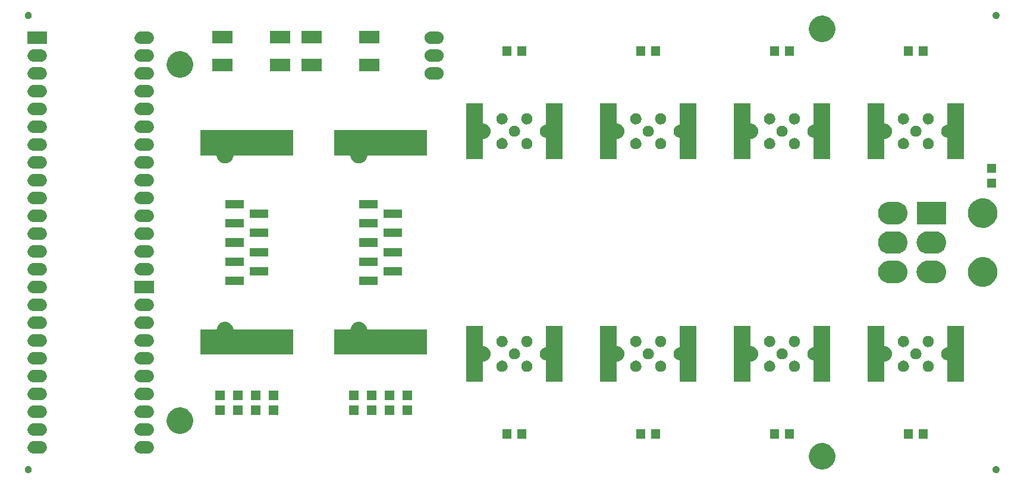
<source format=gts>
G04 #@! TF.GenerationSoftware,KiCad,Pcbnew,6.0.0-unknown-f1f26a9~86~ubuntu18.04.1*
G04 #@! TF.CreationDate,2019-06-07T10:14:52-04:00*
G04 #@! TF.ProjectId,backlight_controller_6x3,6261636b-6c69-4676-9874-5f636f6e7472,1.0*
G04 #@! TF.SameCoordinates,Original*
G04 #@! TF.FileFunction,Soldermask,Top*
G04 #@! TF.FilePolarity,Negative*
%FSLAX46Y46*%
G04 Gerber Fmt 4.6, Leading zero omitted, Abs format (unit mm)*
G04 Created by KiCad (PCBNEW 6.0.0-unknown-f1f26a9~86~ubuntu18.04.1) date 2019-06-07 10:14:52*
%MOMM*%
%LPD*%
G04 APERTURE LIST*
%ADD10C,0.100000*%
G04 APERTURE END LIST*
D10*
G36*
X52091742Y-137292610D02*
G01*
X52106964Y-137291652D01*
X52159143Y-137302743D01*
X52215158Y-137311165D01*
X52229066Y-137317606D01*
X52240963Y-137320135D01*
X52290923Y-137346253D01*
X52345120Y-137371353D01*
X52354330Y-137379401D01*
X52362365Y-137383602D01*
X52405654Y-137424254D01*
X52452965Y-137465598D01*
X52457878Y-137473295D01*
X52462227Y-137477379D01*
X52494517Y-137530697D01*
X52530024Y-137586324D01*
X52531710Y-137592110D01*
X52533193Y-137594558D01*
X52550700Y-137657259D01*
X52570102Y-137723825D01*
X52569525Y-137767888D01*
X52568412Y-137874211D01*
X52568120Y-137875177D01*
X52568067Y-137879242D01*
X52547400Y-137943805D01*
X52528894Y-138005101D01*
X52526645Y-138008645D01*
X52524404Y-138015646D01*
X52488244Y-138069155D01*
X52455491Y-138120765D01*
X52450066Y-138125649D01*
X52444211Y-138134314D01*
X52396869Y-138173548D01*
X52353685Y-138212431D01*
X52344373Y-138217053D01*
X52333935Y-138225704D01*
X52280320Y-138248850D01*
X52230980Y-138273342D01*
X52217730Y-138275870D01*
X52202443Y-138282469D01*
X52147545Y-138289259D01*
X52096416Y-138299012D01*
X52079897Y-138297625D01*
X52060303Y-138300048D01*
X52008725Y-138291648D01*
X51959901Y-138287548D01*
X51941477Y-138280696D01*
X51918942Y-138277026D01*
X51874562Y-138255810D01*
X51831502Y-138239796D01*
X51813108Y-138226432D01*
X51789725Y-138215254D01*
X51755376Y-138184488D01*
X51720674Y-138159276D01*
X51704636Y-138139041D01*
X51683040Y-138119698D01*
X51660326Y-138083136D01*
X51635580Y-138051914D01*
X51624385Y-138025282D01*
X51607461Y-137998040D01*
X51596744Y-137959528D01*
X51582493Y-137925625D01*
X51578487Y-137893917D01*
X51569066Y-137860060D01*
X51569549Y-137823167D01*
X51565323Y-137789716D01*
X51570441Y-137755060D01*
X51570941Y-137716849D01*
X51580859Y-137684510D01*
X51585336Y-137654192D01*
X51600830Y-137619392D01*
X51612935Y-137579921D01*
X51629839Y-137554236D01*
X51641055Y-137529044D01*
X51667285Y-137497338D01*
X51691672Y-137460283D01*
X51712766Y-137442362D01*
X51728378Y-137423491D01*
X51764666Y-137398270D01*
X51800822Y-137367553D01*
X51823284Y-137357529D01*
X51840873Y-137345304D01*
X51885503Y-137329762D01*
X51931612Y-137309185D01*
X51952920Y-137306285D01*
X51970239Y-137300254D01*
X52020444Y-137297095D01*
X52073527Y-137289871D01*
X52091742Y-137292610D01*
X52091742Y-137292610D01*
G37*
G36*
X189886742Y-137292610D02*
G01*
X189901964Y-137291652D01*
X189954143Y-137302743D01*
X190010158Y-137311165D01*
X190024066Y-137317606D01*
X190035963Y-137320135D01*
X190085923Y-137346253D01*
X190140120Y-137371353D01*
X190149330Y-137379401D01*
X190157365Y-137383602D01*
X190200654Y-137424254D01*
X190247965Y-137465598D01*
X190252878Y-137473295D01*
X190257227Y-137477379D01*
X190289517Y-137530697D01*
X190325024Y-137586324D01*
X190326710Y-137592110D01*
X190328193Y-137594558D01*
X190345700Y-137657259D01*
X190365102Y-137723825D01*
X190364525Y-137767888D01*
X190363412Y-137874211D01*
X190363120Y-137875177D01*
X190363067Y-137879242D01*
X190342400Y-137943805D01*
X190323894Y-138005101D01*
X190321645Y-138008645D01*
X190319404Y-138015646D01*
X190283244Y-138069155D01*
X190250491Y-138120765D01*
X190245066Y-138125649D01*
X190239211Y-138134314D01*
X190191869Y-138173548D01*
X190148685Y-138212431D01*
X190139373Y-138217053D01*
X190128935Y-138225704D01*
X190075320Y-138248850D01*
X190025980Y-138273342D01*
X190012730Y-138275870D01*
X189997443Y-138282469D01*
X189942545Y-138289259D01*
X189891416Y-138299012D01*
X189874897Y-138297625D01*
X189855303Y-138300048D01*
X189803725Y-138291648D01*
X189754901Y-138287548D01*
X189736477Y-138280696D01*
X189713942Y-138277026D01*
X189669562Y-138255810D01*
X189626502Y-138239796D01*
X189608108Y-138226432D01*
X189584725Y-138215254D01*
X189550376Y-138184488D01*
X189515674Y-138159276D01*
X189499636Y-138139041D01*
X189478040Y-138119698D01*
X189455326Y-138083136D01*
X189430580Y-138051914D01*
X189419385Y-138025282D01*
X189402461Y-137998040D01*
X189391744Y-137959528D01*
X189377493Y-137925625D01*
X189373487Y-137893917D01*
X189364066Y-137860060D01*
X189364549Y-137823167D01*
X189360323Y-137789716D01*
X189365441Y-137755060D01*
X189365941Y-137716849D01*
X189375859Y-137684510D01*
X189380336Y-137654192D01*
X189395830Y-137619392D01*
X189407935Y-137579921D01*
X189424839Y-137554236D01*
X189436055Y-137529044D01*
X189462285Y-137497338D01*
X189486672Y-137460283D01*
X189507766Y-137442362D01*
X189523378Y-137423491D01*
X189559666Y-137398270D01*
X189595822Y-137367553D01*
X189618284Y-137357529D01*
X189635873Y-137345304D01*
X189680503Y-137329762D01*
X189726612Y-137309185D01*
X189747920Y-137306285D01*
X189765239Y-137300254D01*
X189815444Y-137297095D01*
X189868527Y-137289871D01*
X189886742Y-137292610D01*
X189886742Y-137292610D01*
G37*
G36*
X165231197Y-134012220D02*
G01*
X165264234Y-134012768D01*
X165363580Y-134028592D01*
X165466059Y-134041265D01*
X165497730Y-134049959D01*
X165527107Y-134054638D01*
X165626407Y-134085282D01*
X165729101Y-134113472D01*
X165756170Y-134125326D01*
X165781448Y-134133127D01*
X165878458Y-134178880D01*
X165978965Y-134222895D01*
X166001246Y-134236791D01*
X166022189Y-134246668D01*
X166114561Y-134307460D01*
X166210415Y-134367240D01*
X166227948Y-134382083D01*
X166244541Y-134393003D01*
X166329949Y-134468433D01*
X166418604Y-134543485D01*
X166431633Y-134558238D01*
X166444049Y-134569203D01*
X166520157Y-134658472D01*
X166599171Y-134747938D01*
X166608137Y-134761665D01*
X166616745Y-134771762D01*
X166681363Y-134873780D01*
X166748332Y-134976315D01*
X166753837Y-134988201D01*
X166759173Y-134996626D01*
X166810245Y-135110002D01*
X166862963Y-135223832D01*
X166865755Y-135233227D01*
X166868501Y-135239323D01*
X166904180Y-135362533D01*
X166940663Y-135485304D01*
X166941597Y-135491745D01*
X166942538Y-135494995D01*
X166961198Y-135626929D01*
X166979804Y-135755254D01*
X166969351Y-136129469D01*
X166967379Y-136139204D01*
X166967248Y-136143269D01*
X166940877Y-136270051D01*
X166915202Y-136396814D01*
X166913557Y-136401396D01*
X166913205Y-136403088D01*
X166866475Y-136532531D01*
X166823028Y-136653541D01*
X166762526Y-136767089D01*
X166698062Y-136888584D01*
X166697044Y-136889982D01*
X166694758Y-136894273D01*
X166618147Y-136998377D01*
X166541421Y-137103787D01*
X166537918Y-137107395D01*
X166533082Y-137113967D01*
X166443931Y-137204214D01*
X166356014Y-137294779D01*
X166349427Y-137299879D01*
X166341384Y-137308021D01*
X166242498Y-137382673D01*
X166145553Y-137457735D01*
X166135446Y-137463488D01*
X166123681Y-137472370D01*
X166017709Y-137530508D01*
X165914222Y-137589417D01*
X165900342Y-137594899D01*
X165884534Y-137603571D01*
X165774233Y-137644701D01*
X165666654Y-137687186D01*
X165648935Y-137691424D01*
X165628952Y-137698875D01*
X165516949Y-137722989D01*
X165407771Y-137749099D01*
X165386356Y-137751104D01*
X165362289Y-137756286D01*
X165251189Y-137763763D01*
X165142746Y-137773918D01*
X165117967Y-137772728D01*
X165090132Y-137774601D01*
X164982375Y-137766215D01*
X164876883Y-137761148D01*
X164849277Y-137755857D01*
X164818182Y-137753437D01*
X164715897Y-137730292D01*
X164615460Y-137711042D01*
X164585769Y-137700848D01*
X164552135Y-137693237D01*
X164457286Y-137656733D01*
X164363704Y-137624601D01*
X164332809Y-137608825D01*
X164297565Y-137595261D01*
X164211829Y-137547050D01*
X164126645Y-137503553D01*
X164095589Y-137481686D01*
X164059805Y-137461564D01*
X163984502Y-137403468D01*
X163909000Y-137350306D01*
X163878934Y-137322023D01*
X163843835Y-137294944D01*
X163779989Y-137228945D01*
X163715125Y-137167927D01*
X163687284Y-137133114D01*
X163654180Y-137098893D01*
X163602429Y-137027006D01*
X163548878Y-136960044D01*
X163524554Y-136918832D01*
X163494812Y-136877518D01*
X163455481Y-136801803D01*
X163413584Y-136730817D01*
X163394052Y-136683547D01*
X163369071Y-136635456D01*
X163342158Y-136557955D01*
X163311935Y-136484810D01*
X163298440Y-136432060D01*
X163279590Y-136377777D01*
X163264764Y-136300422D01*
X163245964Y-136226935D01*
X163239678Y-136169536D01*
X163228244Y-136109881D01*
X163224886Y-136034472D01*
X163216986Y-135962342D01*
X163218957Y-135901340D01*
X163216108Y-135837378D01*
X163223344Y-135765516D01*
X163225580Y-135696296D01*
X163236692Y-135632954D01*
X163243436Y-135565978D01*
X163260177Y-135499084D01*
X163271573Y-135434121D01*
X163292520Y-135369843D01*
X163309657Y-135301365D01*
X163334627Y-135240633D01*
X163354048Y-135181038D01*
X163385304Y-135117377D01*
X163413383Y-135049084D01*
X163445180Y-134995425D01*
X163471356Y-134942111D01*
X163513119Y-134880774D01*
X163552440Y-134814418D01*
X163589602Y-134768445D01*
X163621166Y-134722087D01*
X163673365Y-134664822D01*
X163723916Y-134602284D01*
X163764911Y-134564389D01*
X163800479Y-134525368D01*
X163862773Y-134473926D01*
X163924220Y-134417125D01*
X163967558Y-134387395D01*
X164005724Y-134355878D01*
X164077447Y-134312012D01*
X164149154Y-134262821D01*
X164193375Y-134241109D01*
X164232795Y-134217000D01*
X164313015Y-134182369D01*
X164394006Y-134142604D01*
X164437780Y-134128508D01*
X164477181Y-134111498D01*
X164564661Y-134087648D01*
X164653648Y-134058992D01*
X164695756Y-134051908D01*
X164733983Y-134041486D01*
X164827231Y-134029789D01*
X164922641Y-134013737D01*
X164962043Y-134012877D01*
X164998094Y-134008355D01*
X165095380Y-134009968D01*
X165195349Y-134007787D01*
X165231197Y-134012220D01*
X165231197Y-134012220D01*
G37*
G36*
X54028541Y-133770620D02*
G01*
X54094903Y-133792182D01*
X54127950Y-133797653D01*
X54165199Y-133815023D01*
X54201194Y-133826718D01*
X54247029Y-133853181D01*
X54298006Y-133876952D01*
X54328242Y-133900069D01*
X54358407Y-133917485D01*
X54399977Y-133954915D01*
X54447067Y-133990918D01*
X54469676Y-134017672D01*
X54493314Y-134038956D01*
X54527960Y-134086642D01*
X54568178Y-134134234D01*
X54583100Y-134162537D01*
X54600018Y-134185822D01*
X54625214Y-134242412D01*
X54655689Y-134300213D01*
X54663379Y-134328130D01*
X54673856Y-134351662D01*
X54687359Y-134415189D01*
X54705517Y-134481112D01*
X54706874Y-134507003D01*
X54711599Y-134529233D01*
X54711599Y-134597154D01*
X54715338Y-134668492D01*
X54711599Y-134691077D01*
X54711599Y-134710767D01*
X54696858Y-134780119D01*
X54684692Y-134853608D01*
X54677321Y-134872038D01*
X54673856Y-134888338D01*
X54643806Y-134955831D01*
X54615010Y-135027826D01*
X54605561Y-135041730D01*
X54600018Y-135054179D01*
X54554863Y-135116329D01*
X54509542Y-135183017D01*
X54499538Y-135192477D01*
X54493314Y-135201044D01*
X54434054Y-135254402D01*
X54373210Y-135311939D01*
X54364020Y-135317461D01*
X54358407Y-135322515D01*
X54286900Y-135363800D01*
X54212375Y-135408579D01*
X54205098Y-135411028D01*
X54201194Y-135413282D01*
X54120262Y-135439578D01*
X54034539Y-135468427D01*
X54029935Y-135468927D01*
X54028541Y-135469380D01*
X53943184Y-135478352D01*
X53894872Y-135483600D01*
X52786751Y-135483600D01*
X52651459Y-135469380D01*
X52585097Y-135447818D01*
X52552050Y-135442347D01*
X52514801Y-135424977D01*
X52478806Y-135413282D01*
X52432971Y-135386819D01*
X52381994Y-135363048D01*
X52351758Y-135339931D01*
X52321593Y-135322515D01*
X52280023Y-135285085D01*
X52232933Y-135249082D01*
X52210324Y-135222328D01*
X52186686Y-135201044D01*
X52152040Y-135153358D01*
X52111822Y-135105766D01*
X52096900Y-135077463D01*
X52079982Y-135054178D01*
X52054786Y-134997588D01*
X52024311Y-134939787D01*
X52016621Y-134911870D01*
X52006144Y-134888338D01*
X51992641Y-134824811D01*
X51974483Y-134758888D01*
X51973126Y-134732997D01*
X51968401Y-134710767D01*
X51968401Y-134642846D01*
X51964662Y-134571508D01*
X51968401Y-134548923D01*
X51968401Y-134529233D01*
X51983142Y-134459881D01*
X51995308Y-134386392D01*
X52002679Y-134367962D01*
X52006144Y-134351662D01*
X52036194Y-134284169D01*
X52064990Y-134212174D01*
X52074439Y-134198270D01*
X52079982Y-134185821D01*
X52125137Y-134123671D01*
X52170458Y-134056983D01*
X52180462Y-134047523D01*
X52186686Y-134038956D01*
X52245946Y-133985598D01*
X52306790Y-133928061D01*
X52315980Y-133922539D01*
X52321593Y-133917485D01*
X52393100Y-133876200D01*
X52467625Y-133831421D01*
X52474902Y-133828972D01*
X52478806Y-133826718D01*
X52559738Y-133800422D01*
X52645461Y-133771573D01*
X52650065Y-133771073D01*
X52651459Y-133770620D01*
X52736816Y-133761648D01*
X52785128Y-133756400D01*
X53893249Y-133756400D01*
X54028541Y-133770620D01*
X54028541Y-133770620D01*
G37*
G36*
X69268541Y-133770620D02*
G01*
X69334903Y-133792182D01*
X69367950Y-133797653D01*
X69405199Y-133815023D01*
X69441194Y-133826718D01*
X69487029Y-133853181D01*
X69538006Y-133876952D01*
X69568242Y-133900069D01*
X69598407Y-133917485D01*
X69639977Y-133954915D01*
X69687067Y-133990918D01*
X69709676Y-134017672D01*
X69733314Y-134038956D01*
X69767960Y-134086642D01*
X69808178Y-134134234D01*
X69823100Y-134162537D01*
X69840018Y-134185822D01*
X69865214Y-134242412D01*
X69895689Y-134300213D01*
X69903379Y-134328130D01*
X69913856Y-134351662D01*
X69927359Y-134415189D01*
X69945517Y-134481112D01*
X69946874Y-134507003D01*
X69951599Y-134529233D01*
X69951599Y-134597154D01*
X69955338Y-134668492D01*
X69951599Y-134691077D01*
X69951599Y-134710767D01*
X69936858Y-134780119D01*
X69924692Y-134853608D01*
X69917321Y-134872038D01*
X69913856Y-134888338D01*
X69883806Y-134955831D01*
X69855010Y-135027826D01*
X69845561Y-135041730D01*
X69840018Y-135054179D01*
X69794863Y-135116329D01*
X69749542Y-135183017D01*
X69739538Y-135192477D01*
X69733314Y-135201044D01*
X69674054Y-135254402D01*
X69613210Y-135311939D01*
X69604020Y-135317461D01*
X69598407Y-135322515D01*
X69526900Y-135363800D01*
X69452375Y-135408579D01*
X69445098Y-135411028D01*
X69441194Y-135413282D01*
X69360262Y-135439578D01*
X69274539Y-135468427D01*
X69269935Y-135468927D01*
X69268541Y-135469380D01*
X69183184Y-135478352D01*
X69134872Y-135483600D01*
X68026751Y-135483600D01*
X67891459Y-135469380D01*
X67825097Y-135447818D01*
X67792050Y-135442347D01*
X67754801Y-135424977D01*
X67718806Y-135413282D01*
X67672971Y-135386819D01*
X67621994Y-135363048D01*
X67591758Y-135339931D01*
X67561593Y-135322515D01*
X67520023Y-135285085D01*
X67472933Y-135249082D01*
X67450324Y-135222328D01*
X67426686Y-135201044D01*
X67392040Y-135153358D01*
X67351822Y-135105766D01*
X67336900Y-135077463D01*
X67319982Y-135054178D01*
X67294786Y-134997588D01*
X67264311Y-134939787D01*
X67256621Y-134911870D01*
X67246144Y-134888338D01*
X67232641Y-134824811D01*
X67214483Y-134758888D01*
X67213126Y-134732997D01*
X67208401Y-134710767D01*
X67208401Y-134642846D01*
X67204662Y-134571508D01*
X67208401Y-134548923D01*
X67208401Y-134529233D01*
X67223142Y-134459881D01*
X67235308Y-134386392D01*
X67242679Y-134367962D01*
X67246144Y-134351662D01*
X67276194Y-134284169D01*
X67304990Y-134212174D01*
X67314439Y-134198270D01*
X67319982Y-134185821D01*
X67365137Y-134123671D01*
X67410458Y-134056983D01*
X67420462Y-134047523D01*
X67426686Y-134038956D01*
X67485946Y-133985598D01*
X67546790Y-133928061D01*
X67555980Y-133922539D01*
X67561593Y-133917485D01*
X67633100Y-133876200D01*
X67707625Y-133831421D01*
X67714902Y-133828972D01*
X67718806Y-133826718D01*
X67799738Y-133800422D01*
X67885461Y-133771573D01*
X67890065Y-133771073D01*
X67891459Y-133770620D01*
X67976816Y-133761648D01*
X68025128Y-133756400D01*
X69133249Y-133756400D01*
X69268541Y-133770620D01*
X69268541Y-133770620D01*
G37*
G36*
X142036800Y-133362700D02*
G01*
X140741400Y-133362700D01*
X140741400Y-132067300D01*
X142036800Y-132067300D01*
X142036800Y-133362700D01*
X142036800Y-133362700D01*
G37*
G36*
X158978600Y-133362700D02*
G01*
X157683200Y-133362700D01*
X157683200Y-132067300D01*
X158978600Y-132067300D01*
X158978600Y-133362700D01*
X158978600Y-133362700D01*
G37*
G36*
X178028600Y-133362700D02*
G01*
X176733200Y-133362700D01*
X176733200Y-132067300D01*
X178028600Y-132067300D01*
X178028600Y-133362700D01*
X178028600Y-133362700D01*
G37*
G36*
X180136800Y-133362700D02*
G01*
X178841400Y-133362700D01*
X178841400Y-132067300D01*
X180136800Y-132067300D01*
X180136800Y-133362700D01*
X180136800Y-133362700D01*
G37*
G36*
X120878600Y-133362700D02*
G01*
X119583200Y-133362700D01*
X119583200Y-132067300D01*
X120878600Y-132067300D01*
X120878600Y-133362700D01*
X120878600Y-133362700D01*
G37*
G36*
X122986800Y-133362700D02*
G01*
X121691400Y-133362700D01*
X121691400Y-132067300D01*
X122986800Y-132067300D01*
X122986800Y-133362700D01*
X122986800Y-133362700D01*
G37*
G36*
X161086800Y-133362700D02*
G01*
X159791400Y-133362700D01*
X159791400Y-132067300D01*
X161086800Y-132067300D01*
X161086800Y-133362700D01*
X161086800Y-133362700D01*
G37*
G36*
X139928600Y-133362700D02*
G01*
X138633200Y-133362700D01*
X138633200Y-132067300D01*
X139928600Y-132067300D01*
X139928600Y-133362700D01*
X139928600Y-133362700D01*
G37*
G36*
X69268541Y-131230620D02*
G01*
X69334903Y-131252182D01*
X69367950Y-131257653D01*
X69405199Y-131275023D01*
X69441194Y-131286718D01*
X69487029Y-131313181D01*
X69538006Y-131336952D01*
X69568242Y-131360069D01*
X69598407Y-131377485D01*
X69639977Y-131414915D01*
X69687067Y-131450918D01*
X69709676Y-131477672D01*
X69733314Y-131498956D01*
X69767960Y-131546642D01*
X69808178Y-131594234D01*
X69823100Y-131622537D01*
X69840018Y-131645822D01*
X69865214Y-131702412D01*
X69895689Y-131760213D01*
X69903379Y-131788130D01*
X69913856Y-131811662D01*
X69927359Y-131875189D01*
X69945517Y-131941112D01*
X69946874Y-131967003D01*
X69951599Y-131989233D01*
X69951599Y-132057154D01*
X69955338Y-132128492D01*
X69951599Y-132151077D01*
X69951599Y-132170767D01*
X69936858Y-132240119D01*
X69924692Y-132313608D01*
X69917321Y-132332038D01*
X69913856Y-132348338D01*
X69883806Y-132415831D01*
X69855010Y-132487826D01*
X69845561Y-132501730D01*
X69840018Y-132514179D01*
X69794863Y-132576329D01*
X69749542Y-132643017D01*
X69739538Y-132652477D01*
X69733314Y-132661044D01*
X69674054Y-132714402D01*
X69613210Y-132771939D01*
X69604020Y-132777461D01*
X69598407Y-132782515D01*
X69526900Y-132823800D01*
X69452375Y-132868579D01*
X69445098Y-132871028D01*
X69441194Y-132873282D01*
X69360262Y-132899578D01*
X69274539Y-132928427D01*
X69269935Y-132928927D01*
X69268541Y-132929380D01*
X69183184Y-132938352D01*
X69134872Y-132943600D01*
X68026751Y-132943600D01*
X67891459Y-132929380D01*
X67825097Y-132907818D01*
X67792050Y-132902347D01*
X67754801Y-132884977D01*
X67718806Y-132873282D01*
X67672971Y-132846819D01*
X67621994Y-132823048D01*
X67591758Y-132799931D01*
X67561593Y-132782515D01*
X67520023Y-132745085D01*
X67472933Y-132709082D01*
X67450324Y-132682328D01*
X67426686Y-132661044D01*
X67392040Y-132613358D01*
X67351822Y-132565766D01*
X67336900Y-132537463D01*
X67319982Y-132514178D01*
X67294786Y-132457588D01*
X67264311Y-132399787D01*
X67256621Y-132371870D01*
X67246144Y-132348338D01*
X67232641Y-132284811D01*
X67214483Y-132218888D01*
X67213126Y-132192997D01*
X67208401Y-132170767D01*
X67208401Y-132102846D01*
X67204662Y-132031508D01*
X67208401Y-132008923D01*
X67208401Y-131989233D01*
X67223142Y-131919881D01*
X67235308Y-131846392D01*
X67242679Y-131827962D01*
X67246144Y-131811662D01*
X67276194Y-131744169D01*
X67304990Y-131672174D01*
X67314439Y-131658270D01*
X67319982Y-131645821D01*
X67365137Y-131583671D01*
X67410458Y-131516983D01*
X67420462Y-131507523D01*
X67426686Y-131498956D01*
X67485946Y-131445598D01*
X67546790Y-131388061D01*
X67555980Y-131382539D01*
X67561593Y-131377485D01*
X67633100Y-131336200D01*
X67707625Y-131291421D01*
X67714902Y-131288972D01*
X67718806Y-131286718D01*
X67799738Y-131260422D01*
X67885461Y-131231573D01*
X67890065Y-131231073D01*
X67891459Y-131230620D01*
X67976816Y-131221648D01*
X68025128Y-131216400D01*
X69133249Y-131216400D01*
X69268541Y-131230620D01*
X69268541Y-131230620D01*
G37*
G36*
X54028541Y-131230620D02*
G01*
X54094903Y-131252182D01*
X54127950Y-131257653D01*
X54165199Y-131275023D01*
X54201194Y-131286718D01*
X54247029Y-131313181D01*
X54298006Y-131336952D01*
X54328242Y-131360069D01*
X54358407Y-131377485D01*
X54399977Y-131414915D01*
X54447067Y-131450918D01*
X54469676Y-131477672D01*
X54493314Y-131498956D01*
X54527960Y-131546642D01*
X54568178Y-131594234D01*
X54583100Y-131622537D01*
X54600018Y-131645822D01*
X54625214Y-131702412D01*
X54655689Y-131760213D01*
X54663379Y-131788130D01*
X54673856Y-131811662D01*
X54687359Y-131875189D01*
X54705517Y-131941112D01*
X54706874Y-131967003D01*
X54711599Y-131989233D01*
X54711599Y-132057154D01*
X54715338Y-132128492D01*
X54711599Y-132151077D01*
X54711599Y-132170767D01*
X54696858Y-132240119D01*
X54684692Y-132313608D01*
X54677321Y-132332038D01*
X54673856Y-132348338D01*
X54643806Y-132415831D01*
X54615010Y-132487826D01*
X54605561Y-132501730D01*
X54600018Y-132514179D01*
X54554863Y-132576329D01*
X54509542Y-132643017D01*
X54499538Y-132652477D01*
X54493314Y-132661044D01*
X54434054Y-132714402D01*
X54373210Y-132771939D01*
X54364020Y-132777461D01*
X54358407Y-132782515D01*
X54286900Y-132823800D01*
X54212375Y-132868579D01*
X54205098Y-132871028D01*
X54201194Y-132873282D01*
X54120262Y-132899578D01*
X54034539Y-132928427D01*
X54029935Y-132928927D01*
X54028541Y-132929380D01*
X53943184Y-132938352D01*
X53894872Y-132943600D01*
X52786751Y-132943600D01*
X52651459Y-132929380D01*
X52585097Y-132907818D01*
X52552050Y-132902347D01*
X52514801Y-132884977D01*
X52478806Y-132873282D01*
X52432971Y-132846819D01*
X52381994Y-132823048D01*
X52351758Y-132799931D01*
X52321593Y-132782515D01*
X52280023Y-132745085D01*
X52232933Y-132709082D01*
X52210324Y-132682328D01*
X52186686Y-132661044D01*
X52152040Y-132613358D01*
X52111822Y-132565766D01*
X52096900Y-132537463D01*
X52079982Y-132514178D01*
X52054786Y-132457588D01*
X52024311Y-132399787D01*
X52016621Y-132371870D01*
X52006144Y-132348338D01*
X51992641Y-132284811D01*
X51974483Y-132218888D01*
X51973126Y-132192997D01*
X51968401Y-132170767D01*
X51968401Y-132102846D01*
X51964662Y-132031508D01*
X51968401Y-132008923D01*
X51968401Y-131989233D01*
X51983142Y-131919881D01*
X51995308Y-131846392D01*
X52002679Y-131827962D01*
X52006144Y-131811662D01*
X52036194Y-131744169D01*
X52064990Y-131672174D01*
X52074439Y-131658270D01*
X52079982Y-131645821D01*
X52125137Y-131583671D01*
X52170458Y-131516983D01*
X52180462Y-131507523D01*
X52186686Y-131498956D01*
X52245946Y-131445598D01*
X52306790Y-131388061D01*
X52315980Y-131382539D01*
X52321593Y-131377485D01*
X52393100Y-131336200D01*
X52467625Y-131291421D01*
X52474902Y-131288972D01*
X52478806Y-131286718D01*
X52559738Y-131260422D01*
X52645461Y-131231573D01*
X52650065Y-131231073D01*
X52651459Y-131230620D01*
X52736816Y-131221648D01*
X52785128Y-131216400D01*
X53893249Y-131216400D01*
X54028541Y-131230620D01*
X54028541Y-131230620D01*
G37*
G36*
X73791197Y-128932220D02*
G01*
X73824234Y-128932768D01*
X73923580Y-128948592D01*
X74026059Y-128961265D01*
X74057730Y-128969959D01*
X74087107Y-128974638D01*
X74186407Y-129005282D01*
X74289101Y-129033472D01*
X74316170Y-129045326D01*
X74341448Y-129053127D01*
X74438458Y-129098880D01*
X74538965Y-129142895D01*
X74561246Y-129156791D01*
X74582189Y-129166668D01*
X74674561Y-129227460D01*
X74770415Y-129287240D01*
X74787948Y-129302083D01*
X74804541Y-129313003D01*
X74889949Y-129388433D01*
X74978604Y-129463485D01*
X74991633Y-129478238D01*
X75004049Y-129489203D01*
X75080157Y-129578472D01*
X75159171Y-129667938D01*
X75168137Y-129681665D01*
X75176745Y-129691762D01*
X75241363Y-129793780D01*
X75308332Y-129896315D01*
X75313837Y-129908201D01*
X75319173Y-129916626D01*
X75370245Y-130030002D01*
X75422963Y-130143832D01*
X75425755Y-130153227D01*
X75428501Y-130159323D01*
X75464180Y-130282533D01*
X75500663Y-130405304D01*
X75501597Y-130411745D01*
X75502538Y-130414995D01*
X75521198Y-130546929D01*
X75539804Y-130675254D01*
X75529351Y-131049469D01*
X75527379Y-131059204D01*
X75527248Y-131063269D01*
X75500877Y-131190051D01*
X75475202Y-131316814D01*
X75473557Y-131321396D01*
X75473205Y-131323088D01*
X75426475Y-131452531D01*
X75383028Y-131573541D01*
X75322526Y-131687089D01*
X75258062Y-131808584D01*
X75257044Y-131809982D01*
X75254758Y-131814273D01*
X75178147Y-131918377D01*
X75101421Y-132023787D01*
X75097918Y-132027395D01*
X75093082Y-132033967D01*
X75003931Y-132124214D01*
X74916014Y-132214779D01*
X74909427Y-132219879D01*
X74901384Y-132228021D01*
X74802498Y-132302673D01*
X74705553Y-132377735D01*
X74695446Y-132383488D01*
X74683681Y-132392370D01*
X74577709Y-132450508D01*
X74474222Y-132509417D01*
X74460342Y-132514899D01*
X74444534Y-132523571D01*
X74334233Y-132564701D01*
X74226654Y-132607186D01*
X74208935Y-132611424D01*
X74188952Y-132618875D01*
X74076949Y-132642989D01*
X73967771Y-132669099D01*
X73946356Y-132671104D01*
X73922289Y-132676286D01*
X73811189Y-132683763D01*
X73702746Y-132693918D01*
X73677967Y-132692728D01*
X73650132Y-132694601D01*
X73542375Y-132686215D01*
X73436883Y-132681148D01*
X73409277Y-132675857D01*
X73378182Y-132673437D01*
X73275897Y-132650292D01*
X73175460Y-132631042D01*
X73145769Y-132620848D01*
X73112135Y-132613237D01*
X73017286Y-132576733D01*
X72923704Y-132544601D01*
X72892809Y-132528825D01*
X72857565Y-132515261D01*
X72771829Y-132467050D01*
X72686645Y-132423553D01*
X72655589Y-132401686D01*
X72619805Y-132381564D01*
X72544502Y-132323468D01*
X72469000Y-132270306D01*
X72438934Y-132242023D01*
X72403835Y-132214944D01*
X72339989Y-132148945D01*
X72275125Y-132087927D01*
X72247284Y-132053114D01*
X72214180Y-132018893D01*
X72162429Y-131947006D01*
X72108878Y-131880044D01*
X72084554Y-131838832D01*
X72054812Y-131797518D01*
X72015481Y-131721803D01*
X71973584Y-131650817D01*
X71954052Y-131603547D01*
X71929071Y-131555456D01*
X71902158Y-131477955D01*
X71871935Y-131404810D01*
X71858440Y-131352060D01*
X71839590Y-131297777D01*
X71824764Y-131220422D01*
X71805964Y-131146935D01*
X71799678Y-131089536D01*
X71788244Y-131029881D01*
X71784886Y-130954472D01*
X71776986Y-130882342D01*
X71778957Y-130821340D01*
X71776108Y-130757378D01*
X71783344Y-130685516D01*
X71785580Y-130616296D01*
X71796692Y-130552954D01*
X71803436Y-130485978D01*
X71820177Y-130419084D01*
X71831573Y-130354121D01*
X71852520Y-130289843D01*
X71869657Y-130221365D01*
X71894627Y-130160633D01*
X71914048Y-130101038D01*
X71945304Y-130037377D01*
X71973383Y-129969084D01*
X72005180Y-129915425D01*
X72031356Y-129862111D01*
X72073119Y-129800774D01*
X72112440Y-129734418D01*
X72149602Y-129688445D01*
X72181166Y-129642087D01*
X72233365Y-129584822D01*
X72283916Y-129522284D01*
X72324911Y-129484389D01*
X72360479Y-129445368D01*
X72422773Y-129393926D01*
X72484220Y-129337125D01*
X72527558Y-129307395D01*
X72565724Y-129275878D01*
X72637447Y-129232012D01*
X72709154Y-129182821D01*
X72753375Y-129161109D01*
X72792795Y-129137000D01*
X72873015Y-129102369D01*
X72954006Y-129062604D01*
X72997780Y-129048508D01*
X73037181Y-129031498D01*
X73124661Y-129007648D01*
X73213648Y-128978992D01*
X73255756Y-128971908D01*
X73293983Y-128961486D01*
X73387231Y-128949789D01*
X73482641Y-128933737D01*
X73522043Y-128932877D01*
X73558094Y-128928355D01*
X73655380Y-128929968D01*
X73755349Y-128927787D01*
X73791197Y-128932220D01*
X73791197Y-128932220D01*
G37*
G36*
X69268541Y-128690620D02*
G01*
X69334903Y-128712182D01*
X69367950Y-128717653D01*
X69405199Y-128735023D01*
X69441194Y-128746718D01*
X69487029Y-128773181D01*
X69538006Y-128796952D01*
X69568242Y-128820069D01*
X69598407Y-128837485D01*
X69639977Y-128874915D01*
X69687067Y-128910918D01*
X69709676Y-128937672D01*
X69733314Y-128958956D01*
X69767960Y-129006642D01*
X69808178Y-129054234D01*
X69823100Y-129082537D01*
X69840018Y-129105822D01*
X69865214Y-129162412D01*
X69895689Y-129220213D01*
X69903379Y-129248130D01*
X69913856Y-129271662D01*
X69927359Y-129335189D01*
X69945517Y-129401112D01*
X69946874Y-129427003D01*
X69951599Y-129449233D01*
X69951599Y-129517154D01*
X69955338Y-129588492D01*
X69951599Y-129611077D01*
X69951599Y-129630767D01*
X69936858Y-129700119D01*
X69924692Y-129773608D01*
X69917321Y-129792038D01*
X69913856Y-129808338D01*
X69883806Y-129875831D01*
X69855010Y-129947826D01*
X69845561Y-129961730D01*
X69840018Y-129974179D01*
X69794863Y-130036329D01*
X69749542Y-130103017D01*
X69739538Y-130112477D01*
X69733314Y-130121044D01*
X69674054Y-130174402D01*
X69613210Y-130231939D01*
X69604020Y-130237461D01*
X69598407Y-130242515D01*
X69526900Y-130283800D01*
X69452375Y-130328579D01*
X69445098Y-130331028D01*
X69441194Y-130333282D01*
X69360262Y-130359578D01*
X69274539Y-130388427D01*
X69269935Y-130388927D01*
X69268541Y-130389380D01*
X69183184Y-130398352D01*
X69134872Y-130403600D01*
X68026751Y-130403600D01*
X67891459Y-130389380D01*
X67825097Y-130367818D01*
X67792050Y-130362347D01*
X67754801Y-130344977D01*
X67718806Y-130333282D01*
X67672971Y-130306819D01*
X67621994Y-130283048D01*
X67591758Y-130259931D01*
X67561593Y-130242515D01*
X67520023Y-130205085D01*
X67472933Y-130169082D01*
X67450324Y-130142328D01*
X67426686Y-130121044D01*
X67392040Y-130073358D01*
X67351822Y-130025766D01*
X67336900Y-129997463D01*
X67319982Y-129974178D01*
X67294786Y-129917588D01*
X67264311Y-129859787D01*
X67256621Y-129831870D01*
X67246144Y-129808338D01*
X67232641Y-129744811D01*
X67214483Y-129678888D01*
X67213126Y-129652997D01*
X67208401Y-129630767D01*
X67208401Y-129562846D01*
X67204662Y-129491508D01*
X67208401Y-129468923D01*
X67208401Y-129449233D01*
X67223142Y-129379881D01*
X67235308Y-129306392D01*
X67242679Y-129287962D01*
X67246144Y-129271662D01*
X67276194Y-129204169D01*
X67304990Y-129132174D01*
X67314439Y-129118270D01*
X67319982Y-129105821D01*
X67365137Y-129043671D01*
X67410458Y-128976983D01*
X67420462Y-128967523D01*
X67426686Y-128958956D01*
X67485946Y-128905598D01*
X67546790Y-128848061D01*
X67555980Y-128842539D01*
X67561593Y-128837485D01*
X67633100Y-128796200D01*
X67707625Y-128751421D01*
X67714902Y-128748972D01*
X67718806Y-128746718D01*
X67799738Y-128720422D01*
X67885461Y-128691573D01*
X67890065Y-128691073D01*
X67891459Y-128690620D01*
X67976816Y-128681648D01*
X68025128Y-128676400D01*
X69133249Y-128676400D01*
X69268541Y-128690620D01*
X69268541Y-128690620D01*
G37*
G36*
X54028541Y-128690620D02*
G01*
X54094903Y-128712182D01*
X54127950Y-128717653D01*
X54165199Y-128735023D01*
X54201194Y-128746718D01*
X54247029Y-128773181D01*
X54298006Y-128796952D01*
X54328242Y-128820069D01*
X54358407Y-128837485D01*
X54399977Y-128874915D01*
X54447067Y-128910918D01*
X54469676Y-128937672D01*
X54493314Y-128958956D01*
X54527960Y-129006642D01*
X54568178Y-129054234D01*
X54583100Y-129082537D01*
X54600018Y-129105822D01*
X54625214Y-129162412D01*
X54655689Y-129220213D01*
X54663379Y-129248130D01*
X54673856Y-129271662D01*
X54687359Y-129335189D01*
X54705517Y-129401112D01*
X54706874Y-129427003D01*
X54711599Y-129449233D01*
X54711599Y-129517154D01*
X54715338Y-129588492D01*
X54711599Y-129611077D01*
X54711599Y-129630767D01*
X54696858Y-129700119D01*
X54684692Y-129773608D01*
X54677321Y-129792038D01*
X54673856Y-129808338D01*
X54643806Y-129875831D01*
X54615010Y-129947826D01*
X54605561Y-129961730D01*
X54600018Y-129974179D01*
X54554863Y-130036329D01*
X54509542Y-130103017D01*
X54499538Y-130112477D01*
X54493314Y-130121044D01*
X54434054Y-130174402D01*
X54373210Y-130231939D01*
X54364020Y-130237461D01*
X54358407Y-130242515D01*
X54286900Y-130283800D01*
X54212375Y-130328579D01*
X54205098Y-130331028D01*
X54201194Y-130333282D01*
X54120262Y-130359578D01*
X54034539Y-130388427D01*
X54029935Y-130388927D01*
X54028541Y-130389380D01*
X53943184Y-130398352D01*
X53894872Y-130403600D01*
X52786751Y-130403600D01*
X52651459Y-130389380D01*
X52585097Y-130367818D01*
X52552050Y-130362347D01*
X52514801Y-130344977D01*
X52478806Y-130333282D01*
X52432971Y-130306819D01*
X52381994Y-130283048D01*
X52351758Y-130259931D01*
X52321593Y-130242515D01*
X52280023Y-130205085D01*
X52232933Y-130169082D01*
X52210324Y-130142328D01*
X52186686Y-130121044D01*
X52152040Y-130073358D01*
X52111822Y-130025766D01*
X52096900Y-129997463D01*
X52079982Y-129974178D01*
X52054786Y-129917588D01*
X52024311Y-129859787D01*
X52016621Y-129831870D01*
X52006144Y-129808338D01*
X51992641Y-129744811D01*
X51974483Y-129678888D01*
X51973126Y-129652997D01*
X51968401Y-129630767D01*
X51968401Y-129562846D01*
X51964662Y-129491508D01*
X51968401Y-129468923D01*
X51968401Y-129449233D01*
X51983142Y-129379881D01*
X51995308Y-129306392D01*
X52002679Y-129287962D01*
X52006144Y-129271662D01*
X52036194Y-129204169D01*
X52064990Y-129132174D01*
X52074439Y-129118270D01*
X52079982Y-129105821D01*
X52125137Y-129043671D01*
X52170458Y-128976983D01*
X52180462Y-128967523D01*
X52186686Y-128958956D01*
X52245946Y-128905598D01*
X52306790Y-128848061D01*
X52315980Y-128842539D01*
X52321593Y-128837485D01*
X52393100Y-128796200D01*
X52467625Y-128751421D01*
X52474902Y-128748972D01*
X52478806Y-128746718D01*
X52559738Y-128720422D01*
X52645461Y-128691573D01*
X52650065Y-128691073D01*
X52651459Y-128690620D01*
X52736816Y-128681648D01*
X52785128Y-128676400D01*
X53893249Y-128676400D01*
X54028541Y-128690620D01*
X54028541Y-128690620D01*
G37*
G36*
X99072700Y-129971800D02*
G01*
X97777300Y-129971800D01*
X97777300Y-128676400D01*
X99072700Y-128676400D01*
X99072700Y-129971800D01*
X99072700Y-129971800D01*
G37*
G36*
X106692700Y-129971800D02*
G01*
X105397300Y-129971800D01*
X105397300Y-128676400D01*
X106692700Y-128676400D01*
X106692700Y-129971800D01*
X106692700Y-129971800D01*
G37*
G36*
X101612700Y-129971800D02*
G01*
X100317300Y-129971800D01*
X100317300Y-128676400D01*
X101612700Y-128676400D01*
X101612700Y-129971800D01*
X101612700Y-129971800D01*
G37*
G36*
X104152700Y-129971800D02*
G01*
X102857300Y-129971800D01*
X102857300Y-128676400D01*
X104152700Y-128676400D01*
X104152700Y-129971800D01*
X104152700Y-129971800D01*
G37*
G36*
X80022700Y-129971800D02*
G01*
X78727300Y-129971800D01*
X78727300Y-128676400D01*
X80022700Y-128676400D01*
X80022700Y-129971800D01*
X80022700Y-129971800D01*
G37*
G36*
X87642700Y-129971800D02*
G01*
X86347300Y-129971800D01*
X86347300Y-128676400D01*
X87642700Y-128676400D01*
X87642700Y-129971800D01*
X87642700Y-129971800D01*
G37*
G36*
X85102700Y-129971800D02*
G01*
X83807300Y-129971800D01*
X83807300Y-128676400D01*
X85102700Y-128676400D01*
X85102700Y-129971800D01*
X85102700Y-129971800D01*
G37*
G36*
X82562700Y-129971800D02*
G01*
X81267300Y-129971800D01*
X81267300Y-128676400D01*
X82562700Y-128676400D01*
X82562700Y-129971800D01*
X82562700Y-129971800D01*
G37*
G36*
X104152700Y-127863600D02*
G01*
X102857300Y-127863600D01*
X102857300Y-126568200D01*
X104152700Y-126568200D01*
X104152700Y-127863600D01*
X104152700Y-127863600D01*
G37*
G36*
X82562700Y-127863600D02*
G01*
X81267300Y-127863600D01*
X81267300Y-126568200D01*
X82562700Y-126568200D01*
X82562700Y-127863600D01*
X82562700Y-127863600D01*
G37*
G36*
X85102700Y-127863600D02*
G01*
X83807300Y-127863600D01*
X83807300Y-126568200D01*
X85102700Y-126568200D01*
X85102700Y-127863600D01*
X85102700Y-127863600D01*
G37*
G36*
X80022700Y-127863600D02*
G01*
X78727300Y-127863600D01*
X78727300Y-126568200D01*
X80022700Y-126568200D01*
X80022700Y-127863600D01*
X80022700Y-127863600D01*
G37*
G36*
X87642700Y-127863600D02*
G01*
X86347300Y-127863600D01*
X86347300Y-126568200D01*
X87642700Y-126568200D01*
X87642700Y-127863600D01*
X87642700Y-127863600D01*
G37*
G36*
X106692700Y-127863600D02*
G01*
X105397300Y-127863600D01*
X105397300Y-126568200D01*
X106692700Y-126568200D01*
X106692700Y-127863600D01*
X106692700Y-127863600D01*
G37*
G36*
X101612700Y-127863600D02*
G01*
X100317300Y-127863600D01*
X100317300Y-126568200D01*
X101612700Y-126568200D01*
X101612700Y-127863600D01*
X101612700Y-127863600D01*
G37*
G36*
X69268541Y-126150620D02*
G01*
X69334903Y-126172182D01*
X69367950Y-126177653D01*
X69405199Y-126195023D01*
X69441194Y-126206718D01*
X69487029Y-126233181D01*
X69538006Y-126256952D01*
X69568242Y-126280069D01*
X69598407Y-126297485D01*
X69639977Y-126334915D01*
X69687067Y-126370918D01*
X69709676Y-126397672D01*
X69733314Y-126418956D01*
X69767960Y-126466642D01*
X69808178Y-126514234D01*
X69823100Y-126542537D01*
X69840018Y-126565822D01*
X69865214Y-126622412D01*
X69895689Y-126680213D01*
X69903379Y-126708130D01*
X69913856Y-126731662D01*
X69927359Y-126795189D01*
X69945517Y-126861112D01*
X69946874Y-126887003D01*
X69951599Y-126909233D01*
X69951599Y-126977154D01*
X69955338Y-127048492D01*
X69951599Y-127071077D01*
X69951599Y-127090767D01*
X69936858Y-127160119D01*
X69924692Y-127233608D01*
X69917321Y-127252038D01*
X69913856Y-127268338D01*
X69883806Y-127335831D01*
X69855010Y-127407826D01*
X69845561Y-127421730D01*
X69840018Y-127434179D01*
X69794863Y-127496329D01*
X69749542Y-127563017D01*
X69739538Y-127572477D01*
X69733314Y-127581044D01*
X69674054Y-127634402D01*
X69613210Y-127691939D01*
X69604020Y-127697461D01*
X69598407Y-127702515D01*
X69526900Y-127743800D01*
X69452375Y-127788579D01*
X69445098Y-127791028D01*
X69441194Y-127793282D01*
X69360262Y-127819578D01*
X69274539Y-127848427D01*
X69269935Y-127848927D01*
X69268541Y-127849380D01*
X69183184Y-127858352D01*
X69134872Y-127863600D01*
X68026751Y-127863600D01*
X67891459Y-127849380D01*
X67825097Y-127827818D01*
X67792050Y-127822347D01*
X67754801Y-127804977D01*
X67718806Y-127793282D01*
X67672971Y-127766819D01*
X67621994Y-127743048D01*
X67591758Y-127719931D01*
X67561593Y-127702515D01*
X67520023Y-127665085D01*
X67472933Y-127629082D01*
X67450324Y-127602328D01*
X67426686Y-127581044D01*
X67392040Y-127533358D01*
X67351822Y-127485766D01*
X67336900Y-127457463D01*
X67319982Y-127434178D01*
X67294786Y-127377588D01*
X67264311Y-127319787D01*
X67256621Y-127291870D01*
X67246144Y-127268338D01*
X67232641Y-127204811D01*
X67214483Y-127138888D01*
X67213126Y-127112997D01*
X67208401Y-127090767D01*
X67208401Y-127022846D01*
X67204662Y-126951508D01*
X67208401Y-126928923D01*
X67208401Y-126909233D01*
X67223142Y-126839881D01*
X67235308Y-126766392D01*
X67242679Y-126747962D01*
X67246144Y-126731662D01*
X67276194Y-126664169D01*
X67304990Y-126592174D01*
X67314439Y-126578270D01*
X67319982Y-126565821D01*
X67365137Y-126503671D01*
X67410458Y-126436983D01*
X67420462Y-126427523D01*
X67426686Y-126418956D01*
X67485946Y-126365598D01*
X67546790Y-126308061D01*
X67555980Y-126302539D01*
X67561593Y-126297485D01*
X67633100Y-126256200D01*
X67707625Y-126211421D01*
X67714902Y-126208972D01*
X67718806Y-126206718D01*
X67799738Y-126180422D01*
X67885461Y-126151573D01*
X67890065Y-126151073D01*
X67891459Y-126150620D01*
X67976816Y-126141648D01*
X68025128Y-126136400D01*
X69133249Y-126136400D01*
X69268541Y-126150620D01*
X69268541Y-126150620D01*
G37*
G36*
X54028541Y-126150620D02*
G01*
X54094903Y-126172182D01*
X54127950Y-126177653D01*
X54165199Y-126195023D01*
X54201194Y-126206718D01*
X54247029Y-126233181D01*
X54298006Y-126256952D01*
X54328242Y-126280069D01*
X54358407Y-126297485D01*
X54399977Y-126334915D01*
X54447067Y-126370918D01*
X54469676Y-126397672D01*
X54493314Y-126418956D01*
X54527960Y-126466642D01*
X54568178Y-126514234D01*
X54583100Y-126542537D01*
X54600018Y-126565822D01*
X54625214Y-126622412D01*
X54655689Y-126680213D01*
X54663379Y-126708130D01*
X54673856Y-126731662D01*
X54687359Y-126795189D01*
X54705517Y-126861112D01*
X54706874Y-126887003D01*
X54711599Y-126909233D01*
X54711599Y-126977154D01*
X54715338Y-127048492D01*
X54711599Y-127071077D01*
X54711599Y-127090767D01*
X54696858Y-127160119D01*
X54684692Y-127233608D01*
X54677321Y-127252038D01*
X54673856Y-127268338D01*
X54643806Y-127335831D01*
X54615010Y-127407826D01*
X54605561Y-127421730D01*
X54600018Y-127434179D01*
X54554863Y-127496329D01*
X54509542Y-127563017D01*
X54499538Y-127572477D01*
X54493314Y-127581044D01*
X54434054Y-127634402D01*
X54373210Y-127691939D01*
X54364020Y-127697461D01*
X54358407Y-127702515D01*
X54286900Y-127743800D01*
X54212375Y-127788579D01*
X54205098Y-127791028D01*
X54201194Y-127793282D01*
X54120262Y-127819578D01*
X54034539Y-127848427D01*
X54029935Y-127848927D01*
X54028541Y-127849380D01*
X53943184Y-127858352D01*
X53894872Y-127863600D01*
X52786751Y-127863600D01*
X52651459Y-127849380D01*
X52585097Y-127827818D01*
X52552050Y-127822347D01*
X52514801Y-127804977D01*
X52478806Y-127793282D01*
X52432971Y-127766819D01*
X52381994Y-127743048D01*
X52351758Y-127719931D01*
X52321593Y-127702515D01*
X52280023Y-127665085D01*
X52232933Y-127629082D01*
X52210324Y-127602328D01*
X52186686Y-127581044D01*
X52152040Y-127533358D01*
X52111822Y-127485766D01*
X52096900Y-127457463D01*
X52079982Y-127434178D01*
X52054786Y-127377588D01*
X52024311Y-127319787D01*
X52016621Y-127291870D01*
X52006144Y-127268338D01*
X51992641Y-127204811D01*
X51974483Y-127138888D01*
X51973126Y-127112997D01*
X51968401Y-127090767D01*
X51968401Y-127022846D01*
X51964662Y-126951508D01*
X51968401Y-126928923D01*
X51968401Y-126909233D01*
X51983142Y-126839881D01*
X51995308Y-126766392D01*
X52002679Y-126747962D01*
X52006144Y-126731662D01*
X52036194Y-126664169D01*
X52064990Y-126592174D01*
X52074439Y-126578270D01*
X52079982Y-126565821D01*
X52125137Y-126503671D01*
X52170458Y-126436983D01*
X52180462Y-126427523D01*
X52186686Y-126418956D01*
X52245946Y-126365598D01*
X52306790Y-126308061D01*
X52315980Y-126302539D01*
X52321593Y-126297485D01*
X52393100Y-126256200D01*
X52467625Y-126211421D01*
X52474902Y-126208972D01*
X52478806Y-126206718D01*
X52559738Y-126180422D01*
X52645461Y-126151573D01*
X52650065Y-126151073D01*
X52651459Y-126150620D01*
X52736816Y-126141648D01*
X52785128Y-126136400D01*
X53893249Y-126136400D01*
X54028541Y-126150620D01*
X54028541Y-126150620D01*
G37*
G36*
X99072700Y-127863600D02*
G01*
X97777300Y-127863600D01*
X97777300Y-126568200D01*
X99072700Y-126568200D01*
X99072700Y-127863600D01*
X99072700Y-127863600D01*
G37*
G36*
X69268541Y-123610620D02*
G01*
X69334903Y-123632182D01*
X69367950Y-123637653D01*
X69405199Y-123655023D01*
X69441194Y-123666718D01*
X69487029Y-123693181D01*
X69538006Y-123716952D01*
X69568242Y-123740069D01*
X69598407Y-123757485D01*
X69639977Y-123794915D01*
X69687067Y-123830918D01*
X69709676Y-123857672D01*
X69733314Y-123878956D01*
X69767960Y-123926642D01*
X69808178Y-123974234D01*
X69823100Y-124002537D01*
X69840018Y-124025822D01*
X69865214Y-124082412D01*
X69895689Y-124140213D01*
X69903379Y-124168130D01*
X69913856Y-124191662D01*
X69927359Y-124255189D01*
X69945517Y-124321112D01*
X69946874Y-124347003D01*
X69951599Y-124369233D01*
X69951599Y-124437154D01*
X69955338Y-124508492D01*
X69951599Y-124531077D01*
X69951599Y-124550767D01*
X69936858Y-124620119D01*
X69924692Y-124693608D01*
X69917321Y-124712038D01*
X69913856Y-124728338D01*
X69883806Y-124795831D01*
X69855010Y-124867826D01*
X69845561Y-124881730D01*
X69840018Y-124894179D01*
X69794863Y-124956329D01*
X69749542Y-125023017D01*
X69739538Y-125032477D01*
X69733314Y-125041044D01*
X69674054Y-125094402D01*
X69613210Y-125151939D01*
X69604020Y-125157461D01*
X69598407Y-125162515D01*
X69526900Y-125203800D01*
X69452375Y-125248579D01*
X69445098Y-125251028D01*
X69441194Y-125253282D01*
X69360262Y-125279578D01*
X69274539Y-125308427D01*
X69269935Y-125308927D01*
X69268541Y-125309380D01*
X69183184Y-125318352D01*
X69134872Y-125323600D01*
X68026751Y-125323600D01*
X67891459Y-125309380D01*
X67825097Y-125287818D01*
X67792050Y-125282347D01*
X67754801Y-125264977D01*
X67718806Y-125253282D01*
X67672971Y-125226819D01*
X67621994Y-125203048D01*
X67591758Y-125179931D01*
X67561593Y-125162515D01*
X67520023Y-125125085D01*
X67472933Y-125089082D01*
X67450324Y-125062328D01*
X67426686Y-125041044D01*
X67392040Y-124993358D01*
X67351822Y-124945766D01*
X67336900Y-124917463D01*
X67319982Y-124894178D01*
X67294786Y-124837588D01*
X67264311Y-124779787D01*
X67256621Y-124751870D01*
X67246144Y-124728338D01*
X67232641Y-124664811D01*
X67214483Y-124598888D01*
X67213126Y-124572997D01*
X67208401Y-124550767D01*
X67208401Y-124482846D01*
X67204662Y-124411508D01*
X67208401Y-124388923D01*
X67208401Y-124369233D01*
X67223142Y-124299881D01*
X67235308Y-124226392D01*
X67242679Y-124207962D01*
X67246144Y-124191662D01*
X67276194Y-124124169D01*
X67304990Y-124052174D01*
X67314439Y-124038270D01*
X67319982Y-124025821D01*
X67365137Y-123963671D01*
X67410458Y-123896983D01*
X67420462Y-123887523D01*
X67426686Y-123878956D01*
X67485946Y-123825598D01*
X67546790Y-123768061D01*
X67555980Y-123762539D01*
X67561593Y-123757485D01*
X67633100Y-123716200D01*
X67707625Y-123671421D01*
X67714902Y-123668972D01*
X67718806Y-123666718D01*
X67799738Y-123640422D01*
X67885461Y-123611573D01*
X67890065Y-123611073D01*
X67891459Y-123610620D01*
X67976816Y-123601648D01*
X68025128Y-123596400D01*
X69133249Y-123596400D01*
X69268541Y-123610620D01*
X69268541Y-123610620D01*
G37*
G36*
X54028541Y-123610620D02*
G01*
X54094903Y-123632182D01*
X54127950Y-123637653D01*
X54165199Y-123655023D01*
X54201194Y-123666718D01*
X54247029Y-123693181D01*
X54298006Y-123716952D01*
X54328242Y-123740069D01*
X54358407Y-123757485D01*
X54399977Y-123794915D01*
X54447067Y-123830918D01*
X54469676Y-123857672D01*
X54493314Y-123878956D01*
X54527960Y-123926642D01*
X54568178Y-123974234D01*
X54583100Y-124002537D01*
X54600018Y-124025822D01*
X54625214Y-124082412D01*
X54655689Y-124140213D01*
X54663379Y-124168130D01*
X54673856Y-124191662D01*
X54687359Y-124255189D01*
X54705517Y-124321112D01*
X54706874Y-124347003D01*
X54711599Y-124369233D01*
X54711599Y-124437154D01*
X54715338Y-124508492D01*
X54711599Y-124531077D01*
X54711599Y-124550767D01*
X54696858Y-124620119D01*
X54684692Y-124693608D01*
X54677321Y-124712038D01*
X54673856Y-124728338D01*
X54643806Y-124795831D01*
X54615010Y-124867826D01*
X54605561Y-124881730D01*
X54600018Y-124894179D01*
X54554863Y-124956329D01*
X54509542Y-125023017D01*
X54499538Y-125032477D01*
X54493314Y-125041044D01*
X54434054Y-125094402D01*
X54373210Y-125151939D01*
X54364020Y-125157461D01*
X54358407Y-125162515D01*
X54286900Y-125203800D01*
X54212375Y-125248579D01*
X54205098Y-125251028D01*
X54201194Y-125253282D01*
X54120262Y-125279578D01*
X54034539Y-125308427D01*
X54029935Y-125308927D01*
X54028541Y-125309380D01*
X53943184Y-125318352D01*
X53894872Y-125323600D01*
X52786751Y-125323600D01*
X52651459Y-125309380D01*
X52585097Y-125287818D01*
X52552050Y-125282347D01*
X52514801Y-125264977D01*
X52478806Y-125253282D01*
X52432971Y-125226819D01*
X52381994Y-125203048D01*
X52351758Y-125179931D01*
X52321593Y-125162515D01*
X52280023Y-125125085D01*
X52232933Y-125089082D01*
X52210324Y-125062328D01*
X52186686Y-125041044D01*
X52152040Y-124993358D01*
X52111822Y-124945766D01*
X52096900Y-124917463D01*
X52079982Y-124894178D01*
X52054786Y-124837588D01*
X52024311Y-124779787D01*
X52016621Y-124751870D01*
X52006144Y-124728338D01*
X51992641Y-124664811D01*
X51974483Y-124598888D01*
X51973126Y-124572997D01*
X51968401Y-124550767D01*
X51968401Y-124482846D01*
X51964662Y-124411508D01*
X51968401Y-124388923D01*
X51968401Y-124369233D01*
X51983142Y-124299881D01*
X51995308Y-124226392D01*
X52002679Y-124207962D01*
X52006144Y-124191662D01*
X52036194Y-124124169D01*
X52064990Y-124052174D01*
X52074439Y-124038270D01*
X52079982Y-124025821D01*
X52125137Y-123963671D01*
X52170458Y-123896983D01*
X52180462Y-123887523D01*
X52186686Y-123878956D01*
X52245946Y-123825598D01*
X52306790Y-123768061D01*
X52315980Y-123762539D01*
X52321593Y-123757485D01*
X52393100Y-123716200D01*
X52467625Y-123671421D01*
X52474902Y-123668972D01*
X52478806Y-123666718D01*
X52559738Y-123640422D01*
X52645461Y-123611573D01*
X52650065Y-123611073D01*
X52651459Y-123610620D01*
X52736816Y-123601648D01*
X52785128Y-123596400D01*
X53893249Y-123596400D01*
X54028541Y-123610620D01*
X54028541Y-123610620D01*
G37*
G36*
X173935800Y-120131534D02*
G01*
X173954926Y-120171250D01*
X173981245Y-120182050D01*
X174021823Y-120186351D01*
X174094746Y-120189981D01*
X174124289Y-120197210D01*
X174151782Y-120200124D01*
X174224466Y-120221723D01*
X174298927Y-120239944D01*
X174323085Y-120251030D01*
X174345850Y-120257795D01*
X174417014Y-120294133D01*
X174489977Y-120327615D01*
X174508481Y-120340838D01*
X174526167Y-120349869D01*
X174592853Y-120401132D01*
X174661001Y-120449831D01*
X174674019Y-120463525D01*
X174686679Y-120473257D01*
X174745821Y-120539056D01*
X174805830Y-120602182D01*
X174813949Y-120614854D01*
X174822023Y-120623836D01*
X174870655Y-120703351D01*
X174919237Y-120779171D01*
X174923384Y-120789565D01*
X174927657Y-120796552D01*
X174962988Y-120888835D01*
X174997130Y-120974411D01*
X174998511Y-120981617D01*
X175000048Y-120985631D01*
X175019635Y-121091830D01*
X175036699Y-121180859D01*
X175035945Y-121396830D01*
X175030094Y-121426244D01*
X175029577Y-121445355D01*
X175010772Y-121523381D01*
X174994936Y-121602996D01*
X174986722Y-121623175D01*
X174982298Y-121641530D01*
X174947594Y-121719294D01*
X174915682Y-121797688D01*
X174905899Y-121812723D01*
X174899790Y-121826413D01*
X174848983Y-121900200D01*
X174801042Y-121973881D01*
X174791263Y-121984025D01*
X174784969Y-121993166D01*
X174718125Y-122059894D01*
X174655153Y-122125217D01*
X174646788Y-122131107D01*
X174641681Y-122136205D01*
X174558807Y-122193056D01*
X174483280Y-122246236D01*
X174477468Y-122248854D01*
X174474729Y-122250733D01*
X174371984Y-122296372D01*
X174291622Y-122332572D01*
X174231065Y-122346943D01*
X174092793Y-122380011D01*
X174091423Y-122380082D01*
X174087098Y-122381108D01*
X173995246Y-122385038D01*
X173983985Y-122385618D01*
X173945305Y-122406763D01*
X173935800Y-122436350D01*
X173935800Y-125260800D01*
X171584200Y-125260800D01*
X171584200Y-117309200D01*
X173935800Y-117309200D01*
X173935800Y-120131534D01*
X173935800Y-120131534D01*
G37*
G36*
X185285800Y-125260800D02*
G01*
X182934200Y-125260800D01*
X182934200Y-122236012D01*
X182915074Y-122196296D01*
X182890392Y-122186877D01*
X182862887Y-122183986D01*
X182793232Y-122180092D01*
X182771695Y-122174402D01*
X182746514Y-122171755D01*
X182680523Y-122150313D01*
X182616141Y-122133303D01*
X182593348Y-122121988D01*
X182566266Y-122113189D01*
X182508895Y-122080065D01*
X182452081Y-122051863D01*
X182429530Y-122034244D01*
X182402134Y-122018427D01*
X182355229Y-121976193D01*
X182307745Y-121939095D01*
X182287148Y-121914893D01*
X182261290Y-121891611D01*
X182226034Y-121843085D01*
X182189032Y-121799608D01*
X182172196Y-121768983D01*
X182149891Y-121738283D01*
X182126772Y-121686358D01*
X182100792Y-121639100D01*
X182089523Y-121602695D01*
X182072804Y-121565144D01*
X182061638Y-121512611D01*
X182046631Y-121464131D01*
X182042604Y-121423065D01*
X182033400Y-121379762D01*
X182033400Y-121329196D01*
X182028756Y-121281835D01*
X182033400Y-121237650D01*
X182033400Y-121190238D01*
X182043258Y-121143861D01*
X182047902Y-121099673D01*
X182062293Y-121054307D01*
X182072804Y-121004856D01*
X182090805Y-120964426D01*
X182103285Y-120925083D01*
X182128051Y-120880770D01*
X182149891Y-120831717D01*
X182174053Y-120798461D01*
X182192642Y-120765200D01*
X182227871Y-120724386D01*
X182261290Y-120678389D01*
X182289497Y-120652992D01*
X182312329Y-120626540D01*
X182357561Y-120591707D01*
X182402134Y-120551573D01*
X182432264Y-120534178D01*
X182457444Y-120514786D01*
X182511601Y-120488372D01*
X182566266Y-120456811D01*
X182596357Y-120447034D01*
X182622076Y-120434490D01*
X182683503Y-120418718D01*
X182746514Y-120398245D01*
X182774838Y-120395268D01*
X182799484Y-120388940D01*
X182865996Y-120385687D01*
X182888433Y-120383328D01*
X182924617Y-120363671D01*
X182934200Y-120333976D01*
X182934200Y-117309200D01*
X185285800Y-117309200D01*
X185285800Y-125260800D01*
X185285800Y-125260800D01*
G37*
G36*
X154885800Y-120131534D02*
G01*
X154904926Y-120171250D01*
X154931245Y-120182050D01*
X154971823Y-120186351D01*
X155044746Y-120189981D01*
X155074289Y-120197210D01*
X155101782Y-120200124D01*
X155174466Y-120221723D01*
X155248927Y-120239944D01*
X155273085Y-120251030D01*
X155295850Y-120257795D01*
X155367014Y-120294133D01*
X155439977Y-120327615D01*
X155458481Y-120340838D01*
X155476167Y-120349869D01*
X155542853Y-120401132D01*
X155611001Y-120449831D01*
X155624019Y-120463525D01*
X155636679Y-120473257D01*
X155695821Y-120539056D01*
X155755830Y-120602182D01*
X155763949Y-120614854D01*
X155772023Y-120623836D01*
X155820655Y-120703351D01*
X155869237Y-120779171D01*
X155873384Y-120789565D01*
X155877657Y-120796552D01*
X155912988Y-120888835D01*
X155947130Y-120974411D01*
X155948511Y-120981617D01*
X155950048Y-120985631D01*
X155969635Y-121091830D01*
X155986699Y-121180859D01*
X155985945Y-121396830D01*
X155980094Y-121426244D01*
X155979577Y-121445355D01*
X155960772Y-121523381D01*
X155944936Y-121602996D01*
X155936722Y-121623175D01*
X155932298Y-121641530D01*
X155897594Y-121719294D01*
X155865682Y-121797688D01*
X155855899Y-121812723D01*
X155849790Y-121826413D01*
X155798983Y-121900200D01*
X155751042Y-121973881D01*
X155741263Y-121984025D01*
X155734969Y-121993166D01*
X155668125Y-122059894D01*
X155605153Y-122125217D01*
X155596788Y-122131107D01*
X155591681Y-122136205D01*
X155508807Y-122193056D01*
X155433280Y-122246236D01*
X155427468Y-122248854D01*
X155424729Y-122250733D01*
X155321984Y-122296372D01*
X155241622Y-122332572D01*
X155181065Y-122346943D01*
X155042793Y-122380011D01*
X155041423Y-122380082D01*
X155037098Y-122381108D01*
X154945246Y-122385038D01*
X154933985Y-122385618D01*
X154895305Y-122406763D01*
X154885800Y-122436350D01*
X154885800Y-125260800D01*
X152534200Y-125260800D01*
X152534200Y-117309200D01*
X154885800Y-117309200D01*
X154885800Y-120131534D01*
X154885800Y-120131534D01*
G37*
G36*
X166235800Y-125260800D02*
G01*
X163884200Y-125260800D01*
X163884200Y-122236012D01*
X163865074Y-122196296D01*
X163840392Y-122186877D01*
X163812887Y-122183986D01*
X163743232Y-122180092D01*
X163721695Y-122174402D01*
X163696514Y-122171755D01*
X163630523Y-122150313D01*
X163566141Y-122133303D01*
X163543348Y-122121988D01*
X163516266Y-122113189D01*
X163458895Y-122080065D01*
X163402081Y-122051863D01*
X163379530Y-122034244D01*
X163352134Y-122018427D01*
X163305229Y-121976193D01*
X163257745Y-121939095D01*
X163237148Y-121914893D01*
X163211290Y-121891611D01*
X163176034Y-121843085D01*
X163139032Y-121799608D01*
X163122196Y-121768983D01*
X163099891Y-121738283D01*
X163076772Y-121686358D01*
X163050792Y-121639100D01*
X163039523Y-121602695D01*
X163022804Y-121565144D01*
X163011638Y-121512611D01*
X162996631Y-121464131D01*
X162992604Y-121423065D01*
X162983400Y-121379762D01*
X162983400Y-121329196D01*
X162978756Y-121281835D01*
X162983400Y-121237650D01*
X162983400Y-121190238D01*
X162993258Y-121143861D01*
X162997902Y-121099673D01*
X163012293Y-121054307D01*
X163022804Y-121004856D01*
X163040805Y-120964426D01*
X163053285Y-120925083D01*
X163078051Y-120880770D01*
X163099891Y-120831717D01*
X163124053Y-120798461D01*
X163142642Y-120765200D01*
X163177871Y-120724386D01*
X163211290Y-120678389D01*
X163239497Y-120652992D01*
X163262329Y-120626540D01*
X163307561Y-120591707D01*
X163352134Y-120551573D01*
X163382264Y-120534178D01*
X163407444Y-120514786D01*
X163461601Y-120488372D01*
X163516266Y-120456811D01*
X163546357Y-120447034D01*
X163572076Y-120434490D01*
X163633503Y-120418718D01*
X163696514Y-120398245D01*
X163724838Y-120395268D01*
X163749484Y-120388940D01*
X163815996Y-120385687D01*
X163838433Y-120383328D01*
X163874617Y-120363671D01*
X163884200Y-120333976D01*
X163884200Y-117309200D01*
X166235800Y-117309200D01*
X166235800Y-125260800D01*
X166235800Y-125260800D01*
G37*
G36*
X135835800Y-120131534D02*
G01*
X135854926Y-120171250D01*
X135881245Y-120182050D01*
X135921823Y-120186351D01*
X135994746Y-120189981D01*
X136024289Y-120197210D01*
X136051782Y-120200124D01*
X136124466Y-120221723D01*
X136198927Y-120239944D01*
X136223085Y-120251030D01*
X136245850Y-120257795D01*
X136317014Y-120294133D01*
X136389977Y-120327615D01*
X136408481Y-120340838D01*
X136426167Y-120349869D01*
X136492853Y-120401132D01*
X136561001Y-120449831D01*
X136574019Y-120463525D01*
X136586679Y-120473257D01*
X136645821Y-120539056D01*
X136705830Y-120602182D01*
X136713949Y-120614854D01*
X136722023Y-120623836D01*
X136770655Y-120703351D01*
X136819237Y-120779171D01*
X136823384Y-120789565D01*
X136827657Y-120796552D01*
X136862988Y-120888835D01*
X136897130Y-120974411D01*
X136898511Y-120981617D01*
X136900048Y-120985631D01*
X136919635Y-121091830D01*
X136936699Y-121180859D01*
X136935945Y-121396830D01*
X136930094Y-121426244D01*
X136929577Y-121445355D01*
X136910772Y-121523381D01*
X136894936Y-121602996D01*
X136886722Y-121623175D01*
X136882298Y-121641530D01*
X136847594Y-121719294D01*
X136815682Y-121797688D01*
X136805899Y-121812723D01*
X136799790Y-121826413D01*
X136748983Y-121900200D01*
X136701042Y-121973881D01*
X136691263Y-121984025D01*
X136684969Y-121993166D01*
X136618125Y-122059894D01*
X136555153Y-122125217D01*
X136546788Y-122131107D01*
X136541681Y-122136205D01*
X136458807Y-122193056D01*
X136383280Y-122246236D01*
X136377468Y-122248854D01*
X136374729Y-122250733D01*
X136271984Y-122296372D01*
X136191622Y-122332572D01*
X136131065Y-122346943D01*
X135992793Y-122380011D01*
X135991423Y-122380082D01*
X135987098Y-122381108D01*
X135895246Y-122385038D01*
X135883985Y-122385618D01*
X135845305Y-122406763D01*
X135835800Y-122436350D01*
X135835800Y-125260800D01*
X133484200Y-125260800D01*
X133484200Y-117309200D01*
X135835800Y-117309200D01*
X135835800Y-120131534D01*
X135835800Y-120131534D01*
G37*
G36*
X128135800Y-125260800D02*
G01*
X125784200Y-125260800D01*
X125784200Y-122236012D01*
X125765074Y-122196296D01*
X125740392Y-122186877D01*
X125712887Y-122183986D01*
X125643232Y-122180092D01*
X125621695Y-122174402D01*
X125596514Y-122171755D01*
X125530523Y-122150313D01*
X125466141Y-122133303D01*
X125443348Y-122121988D01*
X125416266Y-122113189D01*
X125358895Y-122080065D01*
X125302081Y-122051863D01*
X125279530Y-122034244D01*
X125252134Y-122018427D01*
X125205229Y-121976193D01*
X125157745Y-121939095D01*
X125137148Y-121914893D01*
X125111290Y-121891611D01*
X125076034Y-121843085D01*
X125039032Y-121799608D01*
X125022196Y-121768983D01*
X124999891Y-121738283D01*
X124976772Y-121686358D01*
X124950792Y-121639100D01*
X124939523Y-121602695D01*
X124922804Y-121565144D01*
X124911638Y-121512611D01*
X124896631Y-121464131D01*
X124892604Y-121423065D01*
X124883400Y-121379762D01*
X124883400Y-121329196D01*
X124878756Y-121281835D01*
X124883400Y-121237650D01*
X124883400Y-121190238D01*
X124893258Y-121143861D01*
X124897902Y-121099673D01*
X124912293Y-121054307D01*
X124922804Y-121004856D01*
X124940805Y-120964426D01*
X124953285Y-120925083D01*
X124978051Y-120880770D01*
X124999891Y-120831717D01*
X125024053Y-120798461D01*
X125042642Y-120765200D01*
X125077871Y-120724386D01*
X125111290Y-120678389D01*
X125139497Y-120652992D01*
X125162329Y-120626540D01*
X125207561Y-120591707D01*
X125252134Y-120551573D01*
X125282264Y-120534178D01*
X125307444Y-120514786D01*
X125361601Y-120488372D01*
X125416266Y-120456811D01*
X125446357Y-120447034D01*
X125472076Y-120434490D01*
X125533503Y-120418718D01*
X125596514Y-120398245D01*
X125624838Y-120395268D01*
X125649484Y-120388940D01*
X125715996Y-120385687D01*
X125738433Y-120383328D01*
X125774617Y-120363671D01*
X125784200Y-120333976D01*
X125784200Y-117309200D01*
X128135800Y-117309200D01*
X128135800Y-125260800D01*
X128135800Y-125260800D01*
G37*
G36*
X116785800Y-120131534D02*
G01*
X116804926Y-120171250D01*
X116831245Y-120182050D01*
X116871823Y-120186351D01*
X116944746Y-120189981D01*
X116974289Y-120197210D01*
X117001782Y-120200124D01*
X117074466Y-120221723D01*
X117148927Y-120239944D01*
X117173085Y-120251030D01*
X117195850Y-120257795D01*
X117267014Y-120294133D01*
X117339977Y-120327615D01*
X117358481Y-120340838D01*
X117376167Y-120349869D01*
X117442853Y-120401132D01*
X117511001Y-120449831D01*
X117524019Y-120463525D01*
X117536679Y-120473257D01*
X117595821Y-120539056D01*
X117655830Y-120602182D01*
X117663949Y-120614854D01*
X117672023Y-120623836D01*
X117720655Y-120703351D01*
X117769237Y-120779171D01*
X117773384Y-120789565D01*
X117777657Y-120796552D01*
X117812988Y-120888835D01*
X117847130Y-120974411D01*
X117848511Y-120981617D01*
X117850048Y-120985631D01*
X117869635Y-121091830D01*
X117886699Y-121180859D01*
X117885945Y-121396830D01*
X117880094Y-121426244D01*
X117879577Y-121445355D01*
X117860772Y-121523381D01*
X117844936Y-121602996D01*
X117836722Y-121623175D01*
X117832298Y-121641530D01*
X117797594Y-121719294D01*
X117765682Y-121797688D01*
X117755899Y-121812723D01*
X117749790Y-121826413D01*
X117698983Y-121900200D01*
X117651042Y-121973881D01*
X117641263Y-121984025D01*
X117634969Y-121993166D01*
X117568125Y-122059894D01*
X117505153Y-122125217D01*
X117496788Y-122131107D01*
X117491681Y-122136205D01*
X117408807Y-122193056D01*
X117333280Y-122246236D01*
X117327468Y-122248854D01*
X117324729Y-122250733D01*
X117221984Y-122296372D01*
X117141622Y-122332572D01*
X117081065Y-122346943D01*
X116942793Y-122380011D01*
X116941423Y-122380082D01*
X116937098Y-122381108D01*
X116845246Y-122385038D01*
X116833985Y-122385618D01*
X116795305Y-122406763D01*
X116785800Y-122436350D01*
X116785800Y-125260800D01*
X114434200Y-125260800D01*
X114434200Y-117309200D01*
X116785800Y-117309200D01*
X116785800Y-120131534D01*
X116785800Y-120131534D01*
G37*
G36*
X147185800Y-125260800D02*
G01*
X144834200Y-125260800D01*
X144834200Y-122236012D01*
X144815074Y-122196296D01*
X144790392Y-122186877D01*
X144762887Y-122183986D01*
X144693232Y-122180092D01*
X144671695Y-122174402D01*
X144646514Y-122171755D01*
X144580523Y-122150313D01*
X144516141Y-122133303D01*
X144493348Y-122121988D01*
X144466266Y-122113189D01*
X144408895Y-122080065D01*
X144352081Y-122051863D01*
X144329530Y-122034244D01*
X144302134Y-122018427D01*
X144255229Y-121976193D01*
X144207745Y-121939095D01*
X144187148Y-121914893D01*
X144161290Y-121891611D01*
X144126034Y-121843085D01*
X144089032Y-121799608D01*
X144072196Y-121768983D01*
X144049891Y-121738283D01*
X144026772Y-121686358D01*
X144000792Y-121639100D01*
X143989523Y-121602695D01*
X143972804Y-121565144D01*
X143961638Y-121512611D01*
X143946631Y-121464131D01*
X143942604Y-121423065D01*
X143933400Y-121379762D01*
X143933400Y-121329196D01*
X143928756Y-121281835D01*
X143933400Y-121237650D01*
X143933400Y-121190238D01*
X143943258Y-121143861D01*
X143947902Y-121099673D01*
X143962293Y-121054307D01*
X143972804Y-121004856D01*
X143990805Y-120964426D01*
X144003285Y-120925083D01*
X144028051Y-120880770D01*
X144049891Y-120831717D01*
X144074053Y-120798461D01*
X144092642Y-120765200D01*
X144127871Y-120724386D01*
X144161290Y-120678389D01*
X144189497Y-120652992D01*
X144212329Y-120626540D01*
X144257561Y-120591707D01*
X144302134Y-120551573D01*
X144332264Y-120534178D01*
X144357444Y-120514786D01*
X144411601Y-120488372D01*
X144466266Y-120456811D01*
X144496357Y-120447034D01*
X144522076Y-120434490D01*
X144583503Y-120418718D01*
X144646514Y-120398245D01*
X144674838Y-120395268D01*
X144699484Y-120388940D01*
X144765996Y-120385687D01*
X144788433Y-120383328D01*
X144824617Y-120363671D01*
X144834200Y-120333976D01*
X144834200Y-117309200D01*
X147185800Y-117309200D01*
X147185800Y-125260800D01*
X147185800Y-125260800D01*
G37*
G36*
X180229460Y-122254307D02*
G01*
X180300418Y-122254802D01*
X180319855Y-122259361D01*
X180336562Y-122260295D01*
X180403402Y-122278957D01*
X180475329Y-122295827D01*
X180490730Y-122303339D01*
X180504145Y-122307084D01*
X180567756Y-122340907D01*
X180636805Y-122374584D01*
X180647956Y-122383550D01*
X180657772Y-122388769D01*
X180714582Y-122437119D01*
X180776820Y-122487159D01*
X180783951Y-122496156D01*
X180790271Y-122501535D01*
X180836816Y-122562855D01*
X180888414Y-122627956D01*
X180892151Y-122635757D01*
X180895468Y-122640126D01*
X180928593Y-122711816D01*
X180966042Y-122789977D01*
X180967332Y-122795655D01*
X180968448Y-122798070D01*
X180985465Y-122875467D01*
X181005845Y-122965171D01*
X181005786Y-122969411D01*
X181005164Y-123147671D01*
X181003174Y-123156431D01*
X181003024Y-123167155D01*
X180983161Y-123244518D01*
X180966635Y-123317255D01*
X180961903Y-123327311D01*
X180958345Y-123341169D01*
X180923228Y-123409500D01*
X180892556Y-123474681D01*
X180884059Y-123485714D01*
X180876224Y-123500960D01*
X180828726Y-123557566D01*
X180786391Y-123612539D01*
X180773573Y-123623295D01*
X180760742Y-123638586D01*
X180704234Y-123681477D01*
X180653109Y-123724377D01*
X180635781Y-123733436D01*
X180617638Y-123747207D01*
X180555655Y-123775324D01*
X180498918Y-123804985D01*
X180477350Y-123810845D01*
X180454027Y-123821425D01*
X180390156Y-123834536D01*
X180331009Y-123850606D01*
X180305880Y-123851835D01*
X180278038Y-123857550D01*
X180215706Y-123856244D01*
X180157231Y-123859104D01*
X180129671Y-123854443D01*
X180098419Y-123853788D01*
X180040666Y-123839389D01*
X179985671Y-123830087D01*
X179957165Y-123818570D01*
X179924097Y-123810325D01*
X179873501Y-123784767D01*
X179824351Y-123764909D01*
X179796676Y-123745960D01*
X179763737Y-123729321D01*
X179722249Y-123694999D01*
X179680786Y-123666609D01*
X179655908Y-123640117D01*
X179625308Y-123614802D01*
X179594185Y-123574388D01*
X179561681Y-123539775D01*
X179541644Y-123506163D01*
X179515690Y-123472461D01*
X179495478Y-123428719D01*
X179472591Y-123390325D01*
X179459360Y-123350552D01*
X179440332Y-123309371D01*
X179430900Y-123264999D01*
X179417670Y-123225227D01*
X179412998Y-123180775D01*
X179402979Y-123133639D01*
X179403573Y-123091101D01*
X179399483Y-123052185D01*
X179404776Y-123005000D01*
X179405488Y-122953998D01*
X179414826Y-122915400D01*
X179418877Y-122879283D01*
X179435072Y-122831710D01*
X179447733Y-122779377D01*
X179464141Y-122746324D01*
X179474950Y-122714572D01*
X179502411Y-122669228D01*
X179527615Y-122618455D01*
X179549155Y-122592044D01*
X179565083Y-122565744D01*
X179603549Y-122525351D01*
X179641164Y-122479230D01*
X179665794Y-122459987D01*
X179685071Y-122439744D01*
X179733604Y-122407008D01*
X179782737Y-122368621D01*
X179808459Y-122356517D01*
X179829313Y-122342451D01*
X179886300Y-122319889D01*
X179945297Y-122292127D01*
X179970308Y-122286628D01*
X179991087Y-122278401D01*
X180054275Y-122268166D01*
X180120764Y-122253548D01*
X180143549Y-122253707D01*
X180162843Y-122250582D01*
X180229460Y-122254307D01*
X180229460Y-122254307D01*
G37*
G36*
X161179460Y-122254307D02*
G01*
X161250418Y-122254802D01*
X161269855Y-122259361D01*
X161286562Y-122260295D01*
X161353402Y-122278957D01*
X161425329Y-122295827D01*
X161440730Y-122303339D01*
X161454145Y-122307084D01*
X161517756Y-122340907D01*
X161586805Y-122374584D01*
X161597956Y-122383550D01*
X161607772Y-122388769D01*
X161664582Y-122437119D01*
X161726820Y-122487159D01*
X161733951Y-122496156D01*
X161740271Y-122501535D01*
X161786816Y-122562855D01*
X161838414Y-122627956D01*
X161842151Y-122635757D01*
X161845468Y-122640126D01*
X161878593Y-122711816D01*
X161916042Y-122789977D01*
X161917332Y-122795655D01*
X161918448Y-122798070D01*
X161935465Y-122875467D01*
X161955845Y-122965171D01*
X161955786Y-122969411D01*
X161955164Y-123147671D01*
X161953174Y-123156431D01*
X161953024Y-123167155D01*
X161933161Y-123244518D01*
X161916635Y-123317255D01*
X161911903Y-123327311D01*
X161908345Y-123341169D01*
X161873228Y-123409500D01*
X161842556Y-123474681D01*
X161834059Y-123485714D01*
X161826224Y-123500960D01*
X161778726Y-123557566D01*
X161736391Y-123612539D01*
X161723573Y-123623295D01*
X161710742Y-123638586D01*
X161654234Y-123681477D01*
X161603109Y-123724377D01*
X161585781Y-123733436D01*
X161567638Y-123747207D01*
X161505655Y-123775324D01*
X161448918Y-123804985D01*
X161427350Y-123810845D01*
X161404027Y-123821425D01*
X161340156Y-123834536D01*
X161281009Y-123850606D01*
X161255880Y-123851835D01*
X161228038Y-123857550D01*
X161165706Y-123856244D01*
X161107231Y-123859104D01*
X161079671Y-123854443D01*
X161048419Y-123853788D01*
X160990666Y-123839389D01*
X160935671Y-123830087D01*
X160907165Y-123818570D01*
X160874097Y-123810325D01*
X160823501Y-123784767D01*
X160774351Y-123764909D01*
X160746676Y-123745960D01*
X160713737Y-123729321D01*
X160672249Y-123694999D01*
X160630786Y-123666609D01*
X160605908Y-123640117D01*
X160575308Y-123614802D01*
X160544185Y-123574388D01*
X160511681Y-123539775D01*
X160491644Y-123506163D01*
X160465690Y-123472461D01*
X160445478Y-123428719D01*
X160422591Y-123390325D01*
X160409360Y-123350552D01*
X160390332Y-123309371D01*
X160380900Y-123264999D01*
X160367670Y-123225227D01*
X160362998Y-123180775D01*
X160352979Y-123133639D01*
X160353573Y-123091101D01*
X160349483Y-123052185D01*
X160354776Y-123005000D01*
X160355488Y-122953998D01*
X160364826Y-122915400D01*
X160368877Y-122879283D01*
X160385072Y-122831710D01*
X160397733Y-122779377D01*
X160414141Y-122746324D01*
X160424950Y-122714572D01*
X160452411Y-122669228D01*
X160477615Y-122618455D01*
X160499155Y-122592044D01*
X160515083Y-122565744D01*
X160553549Y-122525351D01*
X160591164Y-122479230D01*
X160615794Y-122459987D01*
X160635071Y-122439744D01*
X160683604Y-122407008D01*
X160732737Y-122368621D01*
X160758459Y-122356517D01*
X160779313Y-122342451D01*
X160836300Y-122319889D01*
X160895297Y-122292127D01*
X160920308Y-122286628D01*
X160941087Y-122278401D01*
X161004275Y-122268166D01*
X161070764Y-122253548D01*
X161093549Y-122253707D01*
X161112843Y-122250582D01*
X161179460Y-122254307D01*
X161179460Y-122254307D01*
G37*
G36*
X176689460Y-122254307D02*
G01*
X176760418Y-122254802D01*
X176779855Y-122259361D01*
X176796562Y-122260295D01*
X176863402Y-122278957D01*
X176935329Y-122295827D01*
X176950730Y-122303339D01*
X176964145Y-122307084D01*
X177027756Y-122340907D01*
X177096805Y-122374584D01*
X177107956Y-122383550D01*
X177117772Y-122388769D01*
X177174582Y-122437119D01*
X177236820Y-122487159D01*
X177243951Y-122496156D01*
X177250271Y-122501535D01*
X177296816Y-122562855D01*
X177348414Y-122627956D01*
X177352151Y-122635757D01*
X177355468Y-122640126D01*
X177388593Y-122711816D01*
X177426042Y-122789977D01*
X177427332Y-122795655D01*
X177428448Y-122798070D01*
X177445465Y-122875467D01*
X177465845Y-122965171D01*
X177465786Y-122969411D01*
X177465164Y-123147671D01*
X177463174Y-123156431D01*
X177463024Y-123167155D01*
X177443161Y-123244518D01*
X177426635Y-123317255D01*
X177421903Y-123327311D01*
X177418345Y-123341169D01*
X177383228Y-123409500D01*
X177352556Y-123474681D01*
X177344059Y-123485714D01*
X177336224Y-123500960D01*
X177288726Y-123557566D01*
X177246391Y-123612539D01*
X177233573Y-123623295D01*
X177220742Y-123638586D01*
X177164234Y-123681477D01*
X177113109Y-123724377D01*
X177095781Y-123733436D01*
X177077638Y-123747207D01*
X177015655Y-123775324D01*
X176958918Y-123804985D01*
X176937350Y-123810845D01*
X176914027Y-123821425D01*
X176850156Y-123834536D01*
X176791009Y-123850606D01*
X176765880Y-123851835D01*
X176738038Y-123857550D01*
X176675706Y-123856244D01*
X176617231Y-123859104D01*
X176589671Y-123854443D01*
X176558419Y-123853788D01*
X176500666Y-123839389D01*
X176445671Y-123830087D01*
X176417165Y-123818570D01*
X176384097Y-123810325D01*
X176333501Y-123784767D01*
X176284351Y-123764909D01*
X176256676Y-123745960D01*
X176223737Y-123729321D01*
X176182249Y-123694999D01*
X176140786Y-123666609D01*
X176115908Y-123640117D01*
X176085308Y-123614802D01*
X176054185Y-123574388D01*
X176021681Y-123539775D01*
X176001644Y-123506163D01*
X175975690Y-123472461D01*
X175955478Y-123428719D01*
X175932591Y-123390325D01*
X175919360Y-123350552D01*
X175900332Y-123309371D01*
X175890900Y-123264999D01*
X175877670Y-123225227D01*
X175872998Y-123180775D01*
X175862979Y-123133639D01*
X175863573Y-123091101D01*
X175859483Y-123052185D01*
X175864776Y-123005000D01*
X175865488Y-122953998D01*
X175874826Y-122915400D01*
X175878877Y-122879283D01*
X175895072Y-122831710D01*
X175907733Y-122779377D01*
X175924141Y-122746324D01*
X175934950Y-122714572D01*
X175962411Y-122669228D01*
X175987615Y-122618455D01*
X176009155Y-122592044D01*
X176025083Y-122565744D01*
X176063549Y-122525351D01*
X176101164Y-122479230D01*
X176125794Y-122459987D01*
X176145071Y-122439744D01*
X176193604Y-122407008D01*
X176242737Y-122368621D01*
X176268459Y-122356517D01*
X176289313Y-122342451D01*
X176346300Y-122319889D01*
X176405297Y-122292127D01*
X176430308Y-122286628D01*
X176451087Y-122278401D01*
X176514275Y-122268166D01*
X176580764Y-122253548D01*
X176603549Y-122253707D01*
X176622843Y-122250582D01*
X176689460Y-122254307D01*
X176689460Y-122254307D01*
G37*
G36*
X119539460Y-122254307D02*
G01*
X119610418Y-122254802D01*
X119629855Y-122259361D01*
X119646562Y-122260295D01*
X119713402Y-122278957D01*
X119785329Y-122295827D01*
X119800730Y-122303339D01*
X119814145Y-122307084D01*
X119877756Y-122340907D01*
X119946805Y-122374584D01*
X119957956Y-122383550D01*
X119967772Y-122388769D01*
X120024582Y-122437119D01*
X120086820Y-122487159D01*
X120093951Y-122496156D01*
X120100271Y-122501535D01*
X120146816Y-122562855D01*
X120198414Y-122627956D01*
X120202151Y-122635757D01*
X120205468Y-122640126D01*
X120238593Y-122711816D01*
X120276042Y-122789977D01*
X120277332Y-122795655D01*
X120278448Y-122798070D01*
X120295465Y-122875467D01*
X120315845Y-122965171D01*
X120315786Y-122969411D01*
X120315164Y-123147671D01*
X120313174Y-123156431D01*
X120313024Y-123167155D01*
X120293161Y-123244518D01*
X120276635Y-123317255D01*
X120271903Y-123327311D01*
X120268345Y-123341169D01*
X120233228Y-123409500D01*
X120202556Y-123474681D01*
X120194059Y-123485714D01*
X120186224Y-123500960D01*
X120138726Y-123557566D01*
X120096391Y-123612539D01*
X120083573Y-123623295D01*
X120070742Y-123638586D01*
X120014234Y-123681477D01*
X119963109Y-123724377D01*
X119945781Y-123733436D01*
X119927638Y-123747207D01*
X119865655Y-123775324D01*
X119808918Y-123804985D01*
X119787350Y-123810845D01*
X119764027Y-123821425D01*
X119700156Y-123834536D01*
X119641009Y-123850606D01*
X119615880Y-123851835D01*
X119588038Y-123857550D01*
X119525706Y-123856244D01*
X119467231Y-123859104D01*
X119439671Y-123854443D01*
X119408419Y-123853788D01*
X119350666Y-123839389D01*
X119295671Y-123830087D01*
X119267165Y-123818570D01*
X119234097Y-123810325D01*
X119183501Y-123784767D01*
X119134351Y-123764909D01*
X119106676Y-123745960D01*
X119073737Y-123729321D01*
X119032249Y-123694999D01*
X118990786Y-123666609D01*
X118965908Y-123640117D01*
X118935308Y-123614802D01*
X118904185Y-123574388D01*
X118871681Y-123539775D01*
X118851644Y-123506163D01*
X118825690Y-123472461D01*
X118805478Y-123428719D01*
X118782591Y-123390325D01*
X118769360Y-123350552D01*
X118750332Y-123309371D01*
X118740900Y-123264999D01*
X118727670Y-123225227D01*
X118722998Y-123180775D01*
X118712979Y-123133639D01*
X118713573Y-123091101D01*
X118709483Y-123052185D01*
X118714776Y-123005000D01*
X118715488Y-122953998D01*
X118724826Y-122915400D01*
X118728877Y-122879283D01*
X118745072Y-122831710D01*
X118757733Y-122779377D01*
X118774141Y-122746324D01*
X118784950Y-122714572D01*
X118812411Y-122669228D01*
X118837615Y-122618455D01*
X118859155Y-122592044D01*
X118875083Y-122565744D01*
X118913549Y-122525351D01*
X118951164Y-122479230D01*
X118975794Y-122459987D01*
X118995071Y-122439744D01*
X119043604Y-122407008D01*
X119092737Y-122368621D01*
X119118459Y-122356517D01*
X119139313Y-122342451D01*
X119196300Y-122319889D01*
X119255297Y-122292127D01*
X119280308Y-122286628D01*
X119301087Y-122278401D01*
X119364275Y-122268166D01*
X119430764Y-122253548D01*
X119453549Y-122253707D01*
X119472843Y-122250582D01*
X119539460Y-122254307D01*
X119539460Y-122254307D01*
G37*
G36*
X157639460Y-122254307D02*
G01*
X157710418Y-122254802D01*
X157729855Y-122259361D01*
X157746562Y-122260295D01*
X157813402Y-122278957D01*
X157885329Y-122295827D01*
X157900730Y-122303339D01*
X157914145Y-122307084D01*
X157977756Y-122340907D01*
X158046805Y-122374584D01*
X158057956Y-122383550D01*
X158067772Y-122388769D01*
X158124582Y-122437119D01*
X158186820Y-122487159D01*
X158193951Y-122496156D01*
X158200271Y-122501535D01*
X158246816Y-122562855D01*
X158298414Y-122627956D01*
X158302151Y-122635757D01*
X158305468Y-122640126D01*
X158338593Y-122711816D01*
X158376042Y-122789977D01*
X158377332Y-122795655D01*
X158378448Y-122798070D01*
X158395465Y-122875467D01*
X158415845Y-122965171D01*
X158415786Y-122969411D01*
X158415164Y-123147671D01*
X158413174Y-123156431D01*
X158413024Y-123167155D01*
X158393161Y-123244518D01*
X158376635Y-123317255D01*
X158371903Y-123327311D01*
X158368345Y-123341169D01*
X158333228Y-123409500D01*
X158302556Y-123474681D01*
X158294059Y-123485714D01*
X158286224Y-123500960D01*
X158238726Y-123557566D01*
X158196391Y-123612539D01*
X158183573Y-123623295D01*
X158170742Y-123638586D01*
X158114234Y-123681477D01*
X158063109Y-123724377D01*
X158045781Y-123733436D01*
X158027638Y-123747207D01*
X157965655Y-123775324D01*
X157908918Y-123804985D01*
X157887350Y-123810845D01*
X157864027Y-123821425D01*
X157800156Y-123834536D01*
X157741009Y-123850606D01*
X157715880Y-123851835D01*
X157688038Y-123857550D01*
X157625706Y-123856244D01*
X157567231Y-123859104D01*
X157539671Y-123854443D01*
X157508419Y-123853788D01*
X157450666Y-123839389D01*
X157395671Y-123830087D01*
X157367165Y-123818570D01*
X157334097Y-123810325D01*
X157283501Y-123784767D01*
X157234351Y-123764909D01*
X157206676Y-123745960D01*
X157173737Y-123729321D01*
X157132249Y-123694999D01*
X157090786Y-123666609D01*
X157065908Y-123640117D01*
X157035308Y-123614802D01*
X157004185Y-123574388D01*
X156971681Y-123539775D01*
X156951644Y-123506163D01*
X156925690Y-123472461D01*
X156905478Y-123428719D01*
X156882591Y-123390325D01*
X156869360Y-123350552D01*
X156850332Y-123309371D01*
X156840900Y-123264999D01*
X156827670Y-123225227D01*
X156822998Y-123180775D01*
X156812979Y-123133639D01*
X156813573Y-123091101D01*
X156809483Y-123052185D01*
X156814776Y-123005000D01*
X156815488Y-122953998D01*
X156824826Y-122915400D01*
X156828877Y-122879283D01*
X156845072Y-122831710D01*
X156857733Y-122779377D01*
X156874141Y-122746324D01*
X156884950Y-122714572D01*
X156912411Y-122669228D01*
X156937615Y-122618455D01*
X156959155Y-122592044D01*
X156975083Y-122565744D01*
X157013549Y-122525351D01*
X157051164Y-122479230D01*
X157075794Y-122459987D01*
X157095071Y-122439744D01*
X157143604Y-122407008D01*
X157192737Y-122368621D01*
X157218459Y-122356517D01*
X157239313Y-122342451D01*
X157296300Y-122319889D01*
X157355297Y-122292127D01*
X157380308Y-122286628D01*
X157401087Y-122278401D01*
X157464275Y-122268166D01*
X157530764Y-122253548D01*
X157553549Y-122253707D01*
X157572843Y-122250582D01*
X157639460Y-122254307D01*
X157639460Y-122254307D01*
G37*
G36*
X123079460Y-122254307D02*
G01*
X123150418Y-122254802D01*
X123169855Y-122259361D01*
X123186562Y-122260295D01*
X123253402Y-122278957D01*
X123325329Y-122295827D01*
X123340730Y-122303339D01*
X123354145Y-122307084D01*
X123417756Y-122340907D01*
X123486805Y-122374584D01*
X123497956Y-122383550D01*
X123507772Y-122388769D01*
X123564582Y-122437119D01*
X123626820Y-122487159D01*
X123633951Y-122496156D01*
X123640271Y-122501535D01*
X123686816Y-122562855D01*
X123738414Y-122627956D01*
X123742151Y-122635757D01*
X123745468Y-122640126D01*
X123778593Y-122711816D01*
X123816042Y-122789977D01*
X123817332Y-122795655D01*
X123818448Y-122798070D01*
X123835465Y-122875467D01*
X123855845Y-122965171D01*
X123855786Y-122969411D01*
X123855164Y-123147671D01*
X123853174Y-123156431D01*
X123853024Y-123167155D01*
X123833161Y-123244518D01*
X123816635Y-123317255D01*
X123811903Y-123327311D01*
X123808345Y-123341169D01*
X123773228Y-123409500D01*
X123742556Y-123474681D01*
X123734059Y-123485714D01*
X123726224Y-123500960D01*
X123678726Y-123557566D01*
X123636391Y-123612539D01*
X123623573Y-123623295D01*
X123610742Y-123638586D01*
X123554234Y-123681477D01*
X123503109Y-123724377D01*
X123485781Y-123733436D01*
X123467638Y-123747207D01*
X123405655Y-123775324D01*
X123348918Y-123804985D01*
X123327350Y-123810845D01*
X123304027Y-123821425D01*
X123240156Y-123834536D01*
X123181009Y-123850606D01*
X123155880Y-123851835D01*
X123128038Y-123857550D01*
X123065706Y-123856244D01*
X123007231Y-123859104D01*
X122979671Y-123854443D01*
X122948419Y-123853788D01*
X122890666Y-123839389D01*
X122835671Y-123830087D01*
X122807165Y-123818570D01*
X122774097Y-123810325D01*
X122723501Y-123784767D01*
X122674351Y-123764909D01*
X122646676Y-123745960D01*
X122613737Y-123729321D01*
X122572249Y-123694999D01*
X122530786Y-123666609D01*
X122505908Y-123640117D01*
X122475308Y-123614802D01*
X122444185Y-123574388D01*
X122411681Y-123539775D01*
X122391644Y-123506163D01*
X122365690Y-123472461D01*
X122345478Y-123428719D01*
X122322591Y-123390325D01*
X122309360Y-123350552D01*
X122290332Y-123309371D01*
X122280900Y-123264999D01*
X122267670Y-123225227D01*
X122262998Y-123180775D01*
X122252979Y-123133639D01*
X122253573Y-123091101D01*
X122249483Y-123052185D01*
X122254776Y-123005000D01*
X122255488Y-122953998D01*
X122264826Y-122915400D01*
X122268877Y-122879283D01*
X122285072Y-122831710D01*
X122297733Y-122779377D01*
X122314141Y-122746324D01*
X122324950Y-122714572D01*
X122352411Y-122669228D01*
X122377615Y-122618455D01*
X122399155Y-122592044D01*
X122415083Y-122565744D01*
X122453549Y-122525351D01*
X122491164Y-122479230D01*
X122515794Y-122459987D01*
X122535071Y-122439744D01*
X122583604Y-122407008D01*
X122632737Y-122368621D01*
X122658459Y-122356517D01*
X122679313Y-122342451D01*
X122736300Y-122319889D01*
X122795297Y-122292127D01*
X122820308Y-122286628D01*
X122841087Y-122278401D01*
X122904275Y-122268166D01*
X122970764Y-122253548D01*
X122993549Y-122253707D01*
X123012843Y-122250582D01*
X123079460Y-122254307D01*
X123079460Y-122254307D01*
G37*
G36*
X142129460Y-122254307D02*
G01*
X142200418Y-122254802D01*
X142219855Y-122259361D01*
X142236562Y-122260295D01*
X142303402Y-122278957D01*
X142375329Y-122295827D01*
X142390730Y-122303339D01*
X142404145Y-122307084D01*
X142467756Y-122340907D01*
X142536805Y-122374584D01*
X142547956Y-122383550D01*
X142557772Y-122388769D01*
X142614582Y-122437119D01*
X142676820Y-122487159D01*
X142683951Y-122496156D01*
X142690271Y-122501535D01*
X142736816Y-122562855D01*
X142788414Y-122627956D01*
X142792151Y-122635757D01*
X142795468Y-122640126D01*
X142828593Y-122711816D01*
X142866042Y-122789977D01*
X142867332Y-122795655D01*
X142868448Y-122798070D01*
X142885465Y-122875467D01*
X142905845Y-122965171D01*
X142905786Y-122969411D01*
X142905164Y-123147671D01*
X142903174Y-123156431D01*
X142903024Y-123167155D01*
X142883161Y-123244518D01*
X142866635Y-123317255D01*
X142861903Y-123327311D01*
X142858345Y-123341169D01*
X142823228Y-123409500D01*
X142792556Y-123474681D01*
X142784059Y-123485714D01*
X142776224Y-123500960D01*
X142728726Y-123557566D01*
X142686391Y-123612539D01*
X142673573Y-123623295D01*
X142660742Y-123638586D01*
X142604234Y-123681477D01*
X142553109Y-123724377D01*
X142535781Y-123733436D01*
X142517638Y-123747207D01*
X142455655Y-123775324D01*
X142398918Y-123804985D01*
X142377350Y-123810845D01*
X142354027Y-123821425D01*
X142290156Y-123834536D01*
X142231009Y-123850606D01*
X142205880Y-123851835D01*
X142178038Y-123857550D01*
X142115706Y-123856244D01*
X142057231Y-123859104D01*
X142029671Y-123854443D01*
X141998419Y-123853788D01*
X141940666Y-123839389D01*
X141885671Y-123830087D01*
X141857165Y-123818570D01*
X141824097Y-123810325D01*
X141773501Y-123784767D01*
X141724351Y-123764909D01*
X141696676Y-123745960D01*
X141663737Y-123729321D01*
X141622249Y-123694999D01*
X141580786Y-123666609D01*
X141555908Y-123640117D01*
X141525308Y-123614802D01*
X141494185Y-123574388D01*
X141461681Y-123539775D01*
X141441644Y-123506163D01*
X141415690Y-123472461D01*
X141395478Y-123428719D01*
X141372591Y-123390325D01*
X141359360Y-123350552D01*
X141340332Y-123309371D01*
X141330900Y-123264999D01*
X141317670Y-123225227D01*
X141312998Y-123180775D01*
X141302979Y-123133639D01*
X141303573Y-123091101D01*
X141299483Y-123052185D01*
X141304776Y-123005000D01*
X141305488Y-122953998D01*
X141314826Y-122915400D01*
X141318877Y-122879283D01*
X141335072Y-122831710D01*
X141347733Y-122779377D01*
X141364141Y-122746324D01*
X141374950Y-122714572D01*
X141402411Y-122669228D01*
X141427615Y-122618455D01*
X141449155Y-122592044D01*
X141465083Y-122565744D01*
X141503549Y-122525351D01*
X141541164Y-122479230D01*
X141565794Y-122459987D01*
X141585071Y-122439744D01*
X141633604Y-122407008D01*
X141682737Y-122368621D01*
X141708459Y-122356517D01*
X141729313Y-122342451D01*
X141786300Y-122319889D01*
X141845297Y-122292127D01*
X141870308Y-122286628D01*
X141891087Y-122278401D01*
X141954275Y-122268166D01*
X142020764Y-122253548D01*
X142043549Y-122253707D01*
X142062843Y-122250582D01*
X142129460Y-122254307D01*
X142129460Y-122254307D01*
G37*
G36*
X138589460Y-122254307D02*
G01*
X138660418Y-122254802D01*
X138679855Y-122259361D01*
X138696562Y-122260295D01*
X138763402Y-122278957D01*
X138835329Y-122295827D01*
X138850730Y-122303339D01*
X138864145Y-122307084D01*
X138927756Y-122340907D01*
X138996805Y-122374584D01*
X139007956Y-122383550D01*
X139017772Y-122388769D01*
X139074582Y-122437119D01*
X139136820Y-122487159D01*
X139143951Y-122496156D01*
X139150271Y-122501535D01*
X139196816Y-122562855D01*
X139248414Y-122627956D01*
X139252151Y-122635757D01*
X139255468Y-122640126D01*
X139288593Y-122711816D01*
X139326042Y-122789977D01*
X139327332Y-122795655D01*
X139328448Y-122798070D01*
X139345465Y-122875467D01*
X139365845Y-122965171D01*
X139365786Y-122969411D01*
X139365164Y-123147671D01*
X139363174Y-123156431D01*
X139363024Y-123167155D01*
X139343161Y-123244518D01*
X139326635Y-123317255D01*
X139321903Y-123327311D01*
X139318345Y-123341169D01*
X139283228Y-123409500D01*
X139252556Y-123474681D01*
X139244059Y-123485714D01*
X139236224Y-123500960D01*
X139188726Y-123557566D01*
X139146391Y-123612539D01*
X139133573Y-123623295D01*
X139120742Y-123638586D01*
X139064234Y-123681477D01*
X139013109Y-123724377D01*
X138995781Y-123733436D01*
X138977638Y-123747207D01*
X138915655Y-123775324D01*
X138858918Y-123804985D01*
X138837350Y-123810845D01*
X138814027Y-123821425D01*
X138750156Y-123834536D01*
X138691009Y-123850606D01*
X138665880Y-123851835D01*
X138638038Y-123857550D01*
X138575706Y-123856244D01*
X138517231Y-123859104D01*
X138489671Y-123854443D01*
X138458419Y-123853788D01*
X138400666Y-123839389D01*
X138345671Y-123830087D01*
X138317165Y-123818570D01*
X138284097Y-123810325D01*
X138233501Y-123784767D01*
X138184351Y-123764909D01*
X138156676Y-123745960D01*
X138123737Y-123729321D01*
X138082249Y-123694999D01*
X138040786Y-123666609D01*
X138015908Y-123640117D01*
X137985308Y-123614802D01*
X137954185Y-123574388D01*
X137921681Y-123539775D01*
X137901644Y-123506163D01*
X137875690Y-123472461D01*
X137855478Y-123428719D01*
X137832591Y-123390325D01*
X137819360Y-123350552D01*
X137800332Y-123309371D01*
X137790900Y-123264999D01*
X137777670Y-123225227D01*
X137772998Y-123180775D01*
X137762979Y-123133639D01*
X137763573Y-123091101D01*
X137759483Y-123052185D01*
X137764776Y-123005000D01*
X137765488Y-122953998D01*
X137774826Y-122915400D01*
X137778877Y-122879283D01*
X137795072Y-122831710D01*
X137807733Y-122779377D01*
X137824141Y-122746324D01*
X137834950Y-122714572D01*
X137862411Y-122669228D01*
X137887615Y-122618455D01*
X137909155Y-122592044D01*
X137925083Y-122565744D01*
X137963549Y-122525351D01*
X138001164Y-122479230D01*
X138025794Y-122459987D01*
X138045071Y-122439744D01*
X138093604Y-122407008D01*
X138142737Y-122368621D01*
X138168459Y-122356517D01*
X138189313Y-122342451D01*
X138246300Y-122319889D01*
X138305297Y-122292127D01*
X138330308Y-122286628D01*
X138351087Y-122278401D01*
X138414275Y-122268166D01*
X138480764Y-122253548D01*
X138503549Y-122253707D01*
X138522843Y-122250582D01*
X138589460Y-122254307D01*
X138589460Y-122254307D01*
G37*
G36*
X69268541Y-121070620D02*
G01*
X69334903Y-121092182D01*
X69367950Y-121097653D01*
X69405199Y-121115023D01*
X69441194Y-121126718D01*
X69487029Y-121153181D01*
X69538006Y-121176952D01*
X69568242Y-121200069D01*
X69598407Y-121217485D01*
X69639977Y-121254915D01*
X69687067Y-121290918D01*
X69709676Y-121317672D01*
X69733314Y-121338956D01*
X69767960Y-121386642D01*
X69808178Y-121434234D01*
X69823100Y-121462537D01*
X69840018Y-121485822D01*
X69865214Y-121542412D01*
X69895689Y-121600213D01*
X69903379Y-121628130D01*
X69913856Y-121651662D01*
X69927359Y-121715189D01*
X69945517Y-121781112D01*
X69946874Y-121807003D01*
X69951599Y-121829233D01*
X69951599Y-121897154D01*
X69955338Y-121968492D01*
X69951599Y-121991077D01*
X69951599Y-122010767D01*
X69936858Y-122080119D01*
X69924692Y-122153608D01*
X69917321Y-122172038D01*
X69913856Y-122188338D01*
X69883806Y-122255831D01*
X69855010Y-122327826D01*
X69845561Y-122341730D01*
X69840018Y-122354179D01*
X69794863Y-122416329D01*
X69749542Y-122483017D01*
X69739538Y-122492477D01*
X69733314Y-122501044D01*
X69674054Y-122554402D01*
X69613210Y-122611939D01*
X69604020Y-122617461D01*
X69598407Y-122622515D01*
X69526900Y-122663800D01*
X69452375Y-122708579D01*
X69445098Y-122711028D01*
X69441194Y-122713282D01*
X69360262Y-122739578D01*
X69274539Y-122768427D01*
X69269935Y-122768927D01*
X69268541Y-122769380D01*
X69183184Y-122778352D01*
X69134872Y-122783600D01*
X68026751Y-122783600D01*
X67891459Y-122769380D01*
X67825097Y-122747818D01*
X67792050Y-122742347D01*
X67754801Y-122724977D01*
X67718806Y-122713282D01*
X67672971Y-122686819D01*
X67621994Y-122663048D01*
X67591758Y-122639931D01*
X67561593Y-122622515D01*
X67520023Y-122585085D01*
X67472933Y-122549082D01*
X67450324Y-122522328D01*
X67426686Y-122501044D01*
X67392040Y-122453358D01*
X67351822Y-122405766D01*
X67336900Y-122377463D01*
X67319982Y-122354178D01*
X67294786Y-122297588D01*
X67264311Y-122239787D01*
X67256621Y-122211870D01*
X67246144Y-122188338D01*
X67232641Y-122124811D01*
X67214483Y-122058888D01*
X67213126Y-122032997D01*
X67208401Y-122010767D01*
X67208401Y-121942846D01*
X67204662Y-121871508D01*
X67208401Y-121848923D01*
X67208401Y-121829233D01*
X67223142Y-121759881D01*
X67235308Y-121686392D01*
X67242679Y-121667962D01*
X67246144Y-121651662D01*
X67276194Y-121584169D01*
X67304990Y-121512174D01*
X67314439Y-121498270D01*
X67319982Y-121485821D01*
X67365137Y-121423671D01*
X67410458Y-121356983D01*
X67420462Y-121347523D01*
X67426686Y-121338956D01*
X67485946Y-121285598D01*
X67546790Y-121228061D01*
X67555980Y-121222539D01*
X67561593Y-121217485D01*
X67633100Y-121176200D01*
X67707625Y-121131421D01*
X67714902Y-121128972D01*
X67718806Y-121126718D01*
X67799738Y-121100422D01*
X67885461Y-121071573D01*
X67890065Y-121071073D01*
X67891459Y-121070620D01*
X67976816Y-121061648D01*
X68025128Y-121056400D01*
X69133249Y-121056400D01*
X69268541Y-121070620D01*
X69268541Y-121070620D01*
G37*
G36*
X54028541Y-121070620D02*
G01*
X54094903Y-121092182D01*
X54127950Y-121097653D01*
X54165199Y-121115023D01*
X54201194Y-121126718D01*
X54247029Y-121153181D01*
X54298006Y-121176952D01*
X54328242Y-121200069D01*
X54358407Y-121217485D01*
X54399977Y-121254915D01*
X54447067Y-121290918D01*
X54469676Y-121317672D01*
X54493314Y-121338956D01*
X54527960Y-121386642D01*
X54568178Y-121434234D01*
X54583100Y-121462537D01*
X54600018Y-121485822D01*
X54625214Y-121542412D01*
X54655689Y-121600213D01*
X54663379Y-121628130D01*
X54673856Y-121651662D01*
X54687359Y-121715189D01*
X54705517Y-121781112D01*
X54706874Y-121807003D01*
X54711599Y-121829233D01*
X54711599Y-121897154D01*
X54715338Y-121968492D01*
X54711599Y-121991077D01*
X54711599Y-122010767D01*
X54696858Y-122080119D01*
X54684692Y-122153608D01*
X54677321Y-122172038D01*
X54673856Y-122188338D01*
X54643806Y-122255831D01*
X54615010Y-122327826D01*
X54605561Y-122341730D01*
X54600018Y-122354179D01*
X54554863Y-122416329D01*
X54509542Y-122483017D01*
X54499538Y-122492477D01*
X54493314Y-122501044D01*
X54434054Y-122554402D01*
X54373210Y-122611939D01*
X54364020Y-122617461D01*
X54358407Y-122622515D01*
X54286900Y-122663800D01*
X54212375Y-122708579D01*
X54205098Y-122711028D01*
X54201194Y-122713282D01*
X54120262Y-122739578D01*
X54034539Y-122768427D01*
X54029935Y-122768927D01*
X54028541Y-122769380D01*
X53943184Y-122778352D01*
X53894872Y-122783600D01*
X52786751Y-122783600D01*
X52651459Y-122769380D01*
X52585097Y-122747818D01*
X52552050Y-122742347D01*
X52514801Y-122724977D01*
X52478806Y-122713282D01*
X52432971Y-122686819D01*
X52381994Y-122663048D01*
X52351758Y-122639931D01*
X52321593Y-122622515D01*
X52280023Y-122585085D01*
X52232933Y-122549082D01*
X52210324Y-122522328D01*
X52186686Y-122501044D01*
X52152040Y-122453358D01*
X52111822Y-122405766D01*
X52096900Y-122377463D01*
X52079982Y-122354178D01*
X52054786Y-122297588D01*
X52024311Y-122239787D01*
X52016621Y-122211870D01*
X52006144Y-122188338D01*
X51992641Y-122124811D01*
X51974483Y-122058888D01*
X51973126Y-122032997D01*
X51968401Y-122010767D01*
X51968401Y-121942846D01*
X51964662Y-121871508D01*
X51968401Y-121848923D01*
X51968401Y-121829233D01*
X51983142Y-121759881D01*
X51995308Y-121686392D01*
X52002679Y-121667962D01*
X52006144Y-121651662D01*
X52036194Y-121584169D01*
X52064990Y-121512174D01*
X52074439Y-121498270D01*
X52079982Y-121485821D01*
X52125137Y-121423671D01*
X52170458Y-121356983D01*
X52180462Y-121347523D01*
X52186686Y-121338956D01*
X52245946Y-121285598D01*
X52306790Y-121228061D01*
X52315980Y-121222539D01*
X52321593Y-121217485D01*
X52393100Y-121176200D01*
X52467625Y-121131421D01*
X52474902Y-121128972D01*
X52478806Y-121126718D01*
X52559738Y-121100422D01*
X52645461Y-121071573D01*
X52650065Y-121071073D01*
X52651459Y-121070620D01*
X52736816Y-121061648D01*
X52785128Y-121056400D01*
X53893249Y-121056400D01*
X54028541Y-121070620D01*
X54028541Y-121070620D01*
G37*
G36*
X140359460Y-120484307D02*
G01*
X140430418Y-120484802D01*
X140449855Y-120489361D01*
X140466562Y-120490295D01*
X140533402Y-120508957D01*
X140605329Y-120525827D01*
X140620730Y-120533339D01*
X140634145Y-120537084D01*
X140697756Y-120570907D01*
X140766805Y-120604584D01*
X140777956Y-120613550D01*
X140787772Y-120618769D01*
X140844582Y-120667119D01*
X140906820Y-120717159D01*
X140913951Y-120726156D01*
X140920271Y-120731535D01*
X140966816Y-120792855D01*
X141018414Y-120857956D01*
X141022151Y-120865757D01*
X141025468Y-120870126D01*
X141058593Y-120941816D01*
X141096042Y-121019977D01*
X141097332Y-121025655D01*
X141098448Y-121028070D01*
X141115465Y-121105467D01*
X141135845Y-121195171D01*
X141135786Y-121199411D01*
X141135164Y-121377671D01*
X141133174Y-121386431D01*
X141133024Y-121397155D01*
X141113161Y-121474518D01*
X141096635Y-121547255D01*
X141091903Y-121557311D01*
X141088345Y-121571169D01*
X141053228Y-121639500D01*
X141022556Y-121704681D01*
X141014059Y-121715714D01*
X141006224Y-121730960D01*
X140958726Y-121787566D01*
X140916391Y-121842539D01*
X140903573Y-121853295D01*
X140890742Y-121868586D01*
X140834234Y-121911477D01*
X140783109Y-121954377D01*
X140765781Y-121963436D01*
X140747638Y-121977207D01*
X140685655Y-122005324D01*
X140628918Y-122034985D01*
X140607350Y-122040845D01*
X140584027Y-122051425D01*
X140520156Y-122064536D01*
X140461009Y-122080606D01*
X140435880Y-122081835D01*
X140408038Y-122087550D01*
X140345706Y-122086244D01*
X140287231Y-122089104D01*
X140259671Y-122084443D01*
X140228419Y-122083788D01*
X140170666Y-122069389D01*
X140115671Y-122060087D01*
X140087165Y-122048570D01*
X140054097Y-122040325D01*
X140003501Y-122014767D01*
X139954351Y-121994909D01*
X139926676Y-121975960D01*
X139893737Y-121959321D01*
X139852249Y-121924999D01*
X139810786Y-121896609D01*
X139785908Y-121870117D01*
X139755308Y-121844802D01*
X139724185Y-121804388D01*
X139691681Y-121769775D01*
X139671644Y-121736163D01*
X139645690Y-121702461D01*
X139625478Y-121658719D01*
X139602591Y-121620325D01*
X139589360Y-121580552D01*
X139570332Y-121539371D01*
X139560900Y-121494999D01*
X139547670Y-121455227D01*
X139542998Y-121410775D01*
X139532979Y-121363639D01*
X139533573Y-121321101D01*
X139529483Y-121282185D01*
X139534776Y-121235000D01*
X139535488Y-121183998D01*
X139544826Y-121145400D01*
X139548877Y-121109283D01*
X139565072Y-121061710D01*
X139577733Y-121009377D01*
X139594141Y-120976324D01*
X139604950Y-120944572D01*
X139632411Y-120899228D01*
X139657615Y-120848455D01*
X139679155Y-120822044D01*
X139695083Y-120795744D01*
X139733549Y-120755351D01*
X139771164Y-120709230D01*
X139795794Y-120689987D01*
X139815071Y-120669744D01*
X139863604Y-120637008D01*
X139912737Y-120598621D01*
X139938459Y-120586517D01*
X139959313Y-120572451D01*
X140016300Y-120549889D01*
X140075297Y-120522127D01*
X140100308Y-120516628D01*
X140121087Y-120508401D01*
X140184275Y-120498166D01*
X140250764Y-120483548D01*
X140273549Y-120483707D01*
X140292843Y-120480582D01*
X140359460Y-120484307D01*
X140359460Y-120484307D01*
G37*
G36*
X121309460Y-120484307D02*
G01*
X121380418Y-120484802D01*
X121399855Y-120489361D01*
X121416562Y-120490295D01*
X121483402Y-120508957D01*
X121555329Y-120525827D01*
X121570730Y-120533339D01*
X121584145Y-120537084D01*
X121647756Y-120570907D01*
X121716805Y-120604584D01*
X121727956Y-120613550D01*
X121737772Y-120618769D01*
X121794582Y-120667119D01*
X121856820Y-120717159D01*
X121863951Y-120726156D01*
X121870271Y-120731535D01*
X121916816Y-120792855D01*
X121968414Y-120857956D01*
X121972151Y-120865757D01*
X121975468Y-120870126D01*
X122008593Y-120941816D01*
X122046042Y-121019977D01*
X122047332Y-121025655D01*
X122048448Y-121028070D01*
X122065465Y-121105467D01*
X122085845Y-121195171D01*
X122085786Y-121199411D01*
X122085164Y-121377671D01*
X122083174Y-121386431D01*
X122083024Y-121397155D01*
X122063161Y-121474518D01*
X122046635Y-121547255D01*
X122041903Y-121557311D01*
X122038345Y-121571169D01*
X122003228Y-121639500D01*
X121972556Y-121704681D01*
X121964059Y-121715714D01*
X121956224Y-121730960D01*
X121908726Y-121787566D01*
X121866391Y-121842539D01*
X121853573Y-121853295D01*
X121840742Y-121868586D01*
X121784234Y-121911477D01*
X121733109Y-121954377D01*
X121715781Y-121963436D01*
X121697638Y-121977207D01*
X121635655Y-122005324D01*
X121578918Y-122034985D01*
X121557350Y-122040845D01*
X121534027Y-122051425D01*
X121470156Y-122064536D01*
X121411009Y-122080606D01*
X121385880Y-122081835D01*
X121358038Y-122087550D01*
X121295706Y-122086244D01*
X121237231Y-122089104D01*
X121209671Y-122084443D01*
X121178419Y-122083788D01*
X121120666Y-122069389D01*
X121065671Y-122060087D01*
X121037165Y-122048570D01*
X121004097Y-122040325D01*
X120953501Y-122014767D01*
X120904351Y-121994909D01*
X120876676Y-121975960D01*
X120843737Y-121959321D01*
X120802249Y-121924999D01*
X120760786Y-121896609D01*
X120735908Y-121870117D01*
X120705308Y-121844802D01*
X120674185Y-121804388D01*
X120641681Y-121769775D01*
X120621644Y-121736163D01*
X120595690Y-121702461D01*
X120575478Y-121658719D01*
X120552591Y-121620325D01*
X120539360Y-121580552D01*
X120520332Y-121539371D01*
X120510900Y-121494999D01*
X120497670Y-121455227D01*
X120492998Y-121410775D01*
X120482979Y-121363639D01*
X120483573Y-121321101D01*
X120479483Y-121282185D01*
X120484776Y-121235000D01*
X120485488Y-121183998D01*
X120494826Y-121145400D01*
X120498877Y-121109283D01*
X120515072Y-121061710D01*
X120527733Y-121009377D01*
X120544141Y-120976324D01*
X120554950Y-120944572D01*
X120582411Y-120899228D01*
X120607615Y-120848455D01*
X120629155Y-120822044D01*
X120645083Y-120795744D01*
X120683549Y-120755351D01*
X120721164Y-120709230D01*
X120745794Y-120689987D01*
X120765071Y-120669744D01*
X120813604Y-120637008D01*
X120862737Y-120598621D01*
X120888459Y-120586517D01*
X120909313Y-120572451D01*
X120966300Y-120549889D01*
X121025297Y-120522127D01*
X121050308Y-120516628D01*
X121071087Y-120508401D01*
X121134275Y-120498166D01*
X121200764Y-120483548D01*
X121223549Y-120483707D01*
X121242843Y-120480582D01*
X121309460Y-120484307D01*
X121309460Y-120484307D01*
G37*
G36*
X159409460Y-120484307D02*
G01*
X159480418Y-120484802D01*
X159499855Y-120489361D01*
X159516562Y-120490295D01*
X159583402Y-120508957D01*
X159655329Y-120525827D01*
X159670730Y-120533339D01*
X159684145Y-120537084D01*
X159747756Y-120570907D01*
X159816805Y-120604584D01*
X159827956Y-120613550D01*
X159837772Y-120618769D01*
X159894582Y-120667119D01*
X159956820Y-120717159D01*
X159963951Y-120726156D01*
X159970271Y-120731535D01*
X160016816Y-120792855D01*
X160068414Y-120857956D01*
X160072151Y-120865757D01*
X160075468Y-120870126D01*
X160108593Y-120941816D01*
X160146042Y-121019977D01*
X160147332Y-121025655D01*
X160148448Y-121028070D01*
X160165465Y-121105467D01*
X160185845Y-121195171D01*
X160185786Y-121199411D01*
X160185164Y-121377671D01*
X160183174Y-121386431D01*
X160183024Y-121397155D01*
X160163161Y-121474518D01*
X160146635Y-121547255D01*
X160141903Y-121557311D01*
X160138345Y-121571169D01*
X160103228Y-121639500D01*
X160072556Y-121704681D01*
X160064059Y-121715714D01*
X160056224Y-121730960D01*
X160008726Y-121787566D01*
X159966391Y-121842539D01*
X159953573Y-121853295D01*
X159940742Y-121868586D01*
X159884234Y-121911477D01*
X159833109Y-121954377D01*
X159815781Y-121963436D01*
X159797638Y-121977207D01*
X159735655Y-122005324D01*
X159678918Y-122034985D01*
X159657350Y-122040845D01*
X159634027Y-122051425D01*
X159570156Y-122064536D01*
X159511009Y-122080606D01*
X159485880Y-122081835D01*
X159458038Y-122087550D01*
X159395706Y-122086244D01*
X159337231Y-122089104D01*
X159309671Y-122084443D01*
X159278419Y-122083788D01*
X159220666Y-122069389D01*
X159165671Y-122060087D01*
X159137165Y-122048570D01*
X159104097Y-122040325D01*
X159053501Y-122014767D01*
X159004351Y-121994909D01*
X158976676Y-121975960D01*
X158943737Y-121959321D01*
X158902249Y-121924999D01*
X158860786Y-121896609D01*
X158835908Y-121870117D01*
X158805308Y-121844802D01*
X158774185Y-121804388D01*
X158741681Y-121769775D01*
X158721644Y-121736163D01*
X158695690Y-121702461D01*
X158675478Y-121658719D01*
X158652591Y-121620325D01*
X158639360Y-121580552D01*
X158620332Y-121539371D01*
X158610900Y-121494999D01*
X158597670Y-121455227D01*
X158592998Y-121410775D01*
X158582979Y-121363639D01*
X158583573Y-121321101D01*
X158579483Y-121282185D01*
X158584776Y-121235000D01*
X158585488Y-121183998D01*
X158594826Y-121145400D01*
X158598877Y-121109283D01*
X158615072Y-121061710D01*
X158627733Y-121009377D01*
X158644141Y-120976324D01*
X158654950Y-120944572D01*
X158682411Y-120899228D01*
X158707615Y-120848455D01*
X158729155Y-120822044D01*
X158745083Y-120795744D01*
X158783549Y-120755351D01*
X158821164Y-120709230D01*
X158845794Y-120689987D01*
X158865071Y-120669744D01*
X158913604Y-120637008D01*
X158962737Y-120598621D01*
X158988459Y-120586517D01*
X159009313Y-120572451D01*
X159066300Y-120549889D01*
X159125297Y-120522127D01*
X159150308Y-120516628D01*
X159171087Y-120508401D01*
X159234275Y-120498166D01*
X159300764Y-120483548D01*
X159323549Y-120483707D01*
X159342843Y-120480582D01*
X159409460Y-120484307D01*
X159409460Y-120484307D01*
G37*
G36*
X178459460Y-120484307D02*
G01*
X178530418Y-120484802D01*
X178549855Y-120489361D01*
X178566562Y-120490295D01*
X178633402Y-120508957D01*
X178705329Y-120525827D01*
X178720730Y-120533339D01*
X178734145Y-120537084D01*
X178797756Y-120570907D01*
X178866805Y-120604584D01*
X178877956Y-120613550D01*
X178887772Y-120618769D01*
X178944582Y-120667119D01*
X179006820Y-120717159D01*
X179013951Y-120726156D01*
X179020271Y-120731535D01*
X179066816Y-120792855D01*
X179118414Y-120857956D01*
X179122151Y-120865757D01*
X179125468Y-120870126D01*
X179158593Y-120941816D01*
X179196042Y-121019977D01*
X179197332Y-121025655D01*
X179198448Y-121028070D01*
X179215465Y-121105467D01*
X179235845Y-121195171D01*
X179235786Y-121199411D01*
X179235164Y-121377671D01*
X179233174Y-121386431D01*
X179233024Y-121397155D01*
X179213161Y-121474518D01*
X179196635Y-121547255D01*
X179191903Y-121557311D01*
X179188345Y-121571169D01*
X179153228Y-121639500D01*
X179122556Y-121704681D01*
X179114059Y-121715714D01*
X179106224Y-121730960D01*
X179058726Y-121787566D01*
X179016391Y-121842539D01*
X179003573Y-121853295D01*
X178990742Y-121868586D01*
X178934234Y-121911477D01*
X178883109Y-121954377D01*
X178865781Y-121963436D01*
X178847638Y-121977207D01*
X178785655Y-122005324D01*
X178728918Y-122034985D01*
X178707350Y-122040845D01*
X178684027Y-122051425D01*
X178620156Y-122064536D01*
X178561009Y-122080606D01*
X178535880Y-122081835D01*
X178508038Y-122087550D01*
X178445706Y-122086244D01*
X178387231Y-122089104D01*
X178359671Y-122084443D01*
X178328419Y-122083788D01*
X178270666Y-122069389D01*
X178215671Y-122060087D01*
X178187165Y-122048570D01*
X178154097Y-122040325D01*
X178103501Y-122014767D01*
X178054351Y-121994909D01*
X178026676Y-121975960D01*
X177993737Y-121959321D01*
X177952249Y-121924999D01*
X177910786Y-121896609D01*
X177885908Y-121870117D01*
X177855308Y-121844802D01*
X177824185Y-121804388D01*
X177791681Y-121769775D01*
X177771644Y-121736163D01*
X177745690Y-121702461D01*
X177725478Y-121658719D01*
X177702591Y-121620325D01*
X177689360Y-121580552D01*
X177670332Y-121539371D01*
X177660900Y-121494999D01*
X177647670Y-121455227D01*
X177642998Y-121410775D01*
X177632979Y-121363639D01*
X177633573Y-121321101D01*
X177629483Y-121282185D01*
X177634776Y-121235000D01*
X177635488Y-121183998D01*
X177644826Y-121145400D01*
X177648877Y-121109283D01*
X177665072Y-121061710D01*
X177677733Y-121009377D01*
X177694141Y-120976324D01*
X177704950Y-120944572D01*
X177732411Y-120899228D01*
X177757615Y-120848455D01*
X177779155Y-120822044D01*
X177795083Y-120795744D01*
X177833549Y-120755351D01*
X177871164Y-120709230D01*
X177895794Y-120689987D01*
X177915071Y-120669744D01*
X177963604Y-120637008D01*
X178012737Y-120598621D01*
X178038459Y-120586517D01*
X178059313Y-120572451D01*
X178116300Y-120549889D01*
X178175297Y-120522127D01*
X178200308Y-120516628D01*
X178221087Y-120508401D01*
X178284275Y-120498166D01*
X178350764Y-120483548D01*
X178373549Y-120483707D01*
X178392843Y-120480582D01*
X178459460Y-120484307D01*
X178459460Y-120484307D01*
G37*
G36*
X80129664Y-116706319D02*
G01*
X80154450Y-116705540D01*
X80236155Y-116717605D01*
X80321457Y-116726646D01*
X80345243Y-116733714D01*
X80366640Y-116736874D01*
X80447887Y-116764217D01*
X80533147Y-116789553D01*
X80552429Y-116799399D01*
X80569937Y-116805291D01*
X80647824Y-116848110D01*
X80729828Y-116889983D01*
X80744483Y-116901249D01*
X80757897Y-116908623D01*
X80829404Y-116966528D01*
X80904914Y-117024574D01*
X80915157Y-117035970D01*
X80924589Y-117043608D01*
X80986753Y-117115625D01*
X81052540Y-117188818D01*
X81058882Y-117199188D01*
X81064746Y-117205981D01*
X81114771Y-117290568D01*
X81167764Y-117377214D01*
X81170978Y-117385609D01*
X81173934Y-117390607D01*
X81209286Y-117485665D01*
X81246725Y-117583454D01*
X81247780Y-117589174D01*
X81248700Y-117591648D01*
X81267205Y-117694492D01*
X81280615Y-117767199D01*
X81306036Y-117802298D01*
X81330175Y-117808400D01*
X89786600Y-117808400D01*
X89786600Y-121411600D01*
X76583400Y-121411600D01*
X76583400Y-117808400D01*
X78841795Y-117808400D01*
X78881511Y-117789274D01*
X78886465Y-117777365D01*
X78886742Y-117767116D01*
X78897856Y-117715054D01*
X78903607Y-117665347D01*
X78920195Y-117610405D01*
X78932845Y-117551144D01*
X78952050Y-117504894D01*
X78965603Y-117460003D01*
X78993094Y-117406049D01*
X79017535Y-117347189D01*
X79043124Y-117307861D01*
X79062980Y-117268891D01*
X79101491Y-117218155D01*
X79137973Y-117162084D01*
X79168129Y-117130361D01*
X79192664Y-117098038D01*
X79241868Y-117052793D01*
X79290128Y-117002026D01*
X79323006Y-116978182D01*
X79350554Y-116952851D01*
X79409652Y-116915346D01*
X79468904Y-116872376D01*
X79502722Y-116856282D01*
X79531660Y-116837917D01*
X79599380Y-116810281D01*
X79668312Y-116777476D01*
X79701451Y-116768627D01*
X79730250Y-116756875D01*
X79804857Y-116741017D01*
X79881676Y-116720505D01*
X79912723Y-116718089D01*
X79940061Y-116712278D01*
X80019460Y-116709783D01*
X80101849Y-116703371D01*
X80129664Y-116706319D01*
X80129664Y-116706319D01*
G37*
G36*
X99179664Y-116706319D02*
G01*
X99204450Y-116705540D01*
X99286155Y-116717605D01*
X99371457Y-116726646D01*
X99395243Y-116733714D01*
X99416640Y-116736874D01*
X99497887Y-116764217D01*
X99583147Y-116789553D01*
X99602429Y-116799399D01*
X99619937Y-116805291D01*
X99697824Y-116848110D01*
X99779828Y-116889983D01*
X99794483Y-116901249D01*
X99807897Y-116908623D01*
X99879404Y-116966528D01*
X99954914Y-117024574D01*
X99965157Y-117035970D01*
X99974589Y-117043608D01*
X100036753Y-117115625D01*
X100102540Y-117188818D01*
X100108882Y-117199188D01*
X100114746Y-117205981D01*
X100164771Y-117290568D01*
X100217764Y-117377214D01*
X100220978Y-117385609D01*
X100223934Y-117390607D01*
X100259286Y-117485665D01*
X100296725Y-117583454D01*
X100297780Y-117589174D01*
X100298700Y-117591648D01*
X100317205Y-117694492D01*
X100330615Y-117767199D01*
X100356036Y-117802298D01*
X100380175Y-117808400D01*
X108836600Y-117808400D01*
X108836600Y-121411600D01*
X95633400Y-121411600D01*
X95633400Y-117808400D01*
X97891795Y-117808400D01*
X97931511Y-117789274D01*
X97936465Y-117777365D01*
X97936742Y-117767116D01*
X97947856Y-117715054D01*
X97953607Y-117665347D01*
X97970195Y-117610405D01*
X97982845Y-117551144D01*
X98002050Y-117504894D01*
X98015603Y-117460003D01*
X98043094Y-117406049D01*
X98067535Y-117347189D01*
X98093124Y-117307861D01*
X98112980Y-117268891D01*
X98151491Y-117218155D01*
X98187973Y-117162084D01*
X98218129Y-117130361D01*
X98242664Y-117098038D01*
X98291868Y-117052793D01*
X98340128Y-117002026D01*
X98373006Y-116978182D01*
X98400554Y-116952851D01*
X98459652Y-116915346D01*
X98518904Y-116872376D01*
X98552722Y-116856282D01*
X98581660Y-116837917D01*
X98649380Y-116810281D01*
X98718312Y-116777476D01*
X98751451Y-116768627D01*
X98780250Y-116756875D01*
X98854857Y-116741017D01*
X98931676Y-116720505D01*
X98962723Y-116718089D01*
X98990061Y-116712278D01*
X99069460Y-116709783D01*
X99151849Y-116703371D01*
X99179664Y-116706319D01*
X99179664Y-116706319D01*
G37*
G36*
X142129460Y-118714307D02*
G01*
X142200418Y-118714802D01*
X142219855Y-118719361D01*
X142236562Y-118720295D01*
X142303402Y-118738957D01*
X142375329Y-118755827D01*
X142390730Y-118763339D01*
X142404145Y-118767084D01*
X142467756Y-118800907D01*
X142536805Y-118834584D01*
X142547956Y-118843550D01*
X142557772Y-118848769D01*
X142614582Y-118897119D01*
X142676820Y-118947159D01*
X142683951Y-118956156D01*
X142690271Y-118961535D01*
X142736816Y-119022855D01*
X142788414Y-119087956D01*
X142792151Y-119095757D01*
X142795468Y-119100126D01*
X142828593Y-119171816D01*
X142866042Y-119249977D01*
X142867332Y-119255655D01*
X142868448Y-119258070D01*
X142885465Y-119335467D01*
X142905845Y-119425171D01*
X142905786Y-119429411D01*
X142905164Y-119607671D01*
X142903174Y-119616431D01*
X142903024Y-119627155D01*
X142883161Y-119704518D01*
X142866635Y-119777255D01*
X142861903Y-119787311D01*
X142858345Y-119801169D01*
X142823228Y-119869500D01*
X142792556Y-119934681D01*
X142784059Y-119945714D01*
X142776224Y-119960960D01*
X142728726Y-120017566D01*
X142686391Y-120072539D01*
X142673573Y-120083295D01*
X142660742Y-120098586D01*
X142604234Y-120141477D01*
X142553109Y-120184377D01*
X142535781Y-120193436D01*
X142517638Y-120207207D01*
X142455655Y-120235324D01*
X142398918Y-120264985D01*
X142377350Y-120270845D01*
X142354027Y-120281425D01*
X142290156Y-120294536D01*
X142231009Y-120310606D01*
X142205880Y-120311835D01*
X142178038Y-120317550D01*
X142115706Y-120316244D01*
X142057231Y-120319104D01*
X142029671Y-120314443D01*
X141998419Y-120313788D01*
X141940666Y-120299389D01*
X141885671Y-120290087D01*
X141857165Y-120278570D01*
X141824097Y-120270325D01*
X141773501Y-120244767D01*
X141724351Y-120224909D01*
X141696676Y-120205960D01*
X141663737Y-120189321D01*
X141622249Y-120154999D01*
X141580786Y-120126609D01*
X141555908Y-120100117D01*
X141525308Y-120074802D01*
X141494185Y-120034388D01*
X141461681Y-119999775D01*
X141441644Y-119966163D01*
X141415690Y-119932461D01*
X141395478Y-119888719D01*
X141372591Y-119850325D01*
X141359360Y-119810552D01*
X141340332Y-119769371D01*
X141330900Y-119724999D01*
X141317670Y-119685227D01*
X141312998Y-119640775D01*
X141302979Y-119593639D01*
X141303573Y-119551101D01*
X141299483Y-119512185D01*
X141304776Y-119465000D01*
X141305488Y-119413998D01*
X141314826Y-119375400D01*
X141318877Y-119339283D01*
X141335072Y-119291710D01*
X141347733Y-119239377D01*
X141364141Y-119206324D01*
X141374950Y-119174572D01*
X141402411Y-119129228D01*
X141427615Y-119078455D01*
X141449155Y-119052044D01*
X141465083Y-119025744D01*
X141503549Y-118985351D01*
X141541164Y-118939230D01*
X141565794Y-118919987D01*
X141585071Y-118899744D01*
X141633604Y-118867008D01*
X141682737Y-118828621D01*
X141708459Y-118816517D01*
X141729313Y-118802451D01*
X141786300Y-118779889D01*
X141845297Y-118752127D01*
X141870308Y-118746628D01*
X141891087Y-118738401D01*
X141954275Y-118728166D01*
X142020764Y-118713548D01*
X142043549Y-118713707D01*
X142062843Y-118710582D01*
X142129460Y-118714307D01*
X142129460Y-118714307D01*
G37*
G36*
X138589460Y-118714307D02*
G01*
X138660418Y-118714802D01*
X138679855Y-118719361D01*
X138696562Y-118720295D01*
X138763402Y-118738957D01*
X138835329Y-118755827D01*
X138850730Y-118763339D01*
X138864145Y-118767084D01*
X138927756Y-118800907D01*
X138996805Y-118834584D01*
X139007956Y-118843550D01*
X139017772Y-118848769D01*
X139074582Y-118897119D01*
X139136820Y-118947159D01*
X139143951Y-118956156D01*
X139150271Y-118961535D01*
X139196816Y-119022855D01*
X139248414Y-119087956D01*
X139252151Y-119095757D01*
X139255468Y-119100126D01*
X139288593Y-119171816D01*
X139326042Y-119249977D01*
X139327332Y-119255655D01*
X139328448Y-119258070D01*
X139345465Y-119335467D01*
X139365845Y-119425171D01*
X139365786Y-119429411D01*
X139365164Y-119607671D01*
X139363174Y-119616431D01*
X139363024Y-119627155D01*
X139343161Y-119704518D01*
X139326635Y-119777255D01*
X139321903Y-119787311D01*
X139318345Y-119801169D01*
X139283228Y-119869500D01*
X139252556Y-119934681D01*
X139244059Y-119945714D01*
X139236224Y-119960960D01*
X139188726Y-120017566D01*
X139146391Y-120072539D01*
X139133573Y-120083295D01*
X139120742Y-120098586D01*
X139064234Y-120141477D01*
X139013109Y-120184377D01*
X138995781Y-120193436D01*
X138977638Y-120207207D01*
X138915655Y-120235324D01*
X138858918Y-120264985D01*
X138837350Y-120270845D01*
X138814027Y-120281425D01*
X138750156Y-120294536D01*
X138691009Y-120310606D01*
X138665880Y-120311835D01*
X138638038Y-120317550D01*
X138575706Y-120316244D01*
X138517231Y-120319104D01*
X138489671Y-120314443D01*
X138458419Y-120313788D01*
X138400666Y-120299389D01*
X138345671Y-120290087D01*
X138317165Y-120278570D01*
X138284097Y-120270325D01*
X138233501Y-120244767D01*
X138184351Y-120224909D01*
X138156676Y-120205960D01*
X138123737Y-120189321D01*
X138082249Y-120154999D01*
X138040786Y-120126609D01*
X138015908Y-120100117D01*
X137985308Y-120074802D01*
X137954185Y-120034388D01*
X137921681Y-119999775D01*
X137901644Y-119966163D01*
X137875690Y-119932461D01*
X137855478Y-119888719D01*
X137832591Y-119850325D01*
X137819360Y-119810552D01*
X137800332Y-119769371D01*
X137790900Y-119724999D01*
X137777670Y-119685227D01*
X137772998Y-119640775D01*
X137762979Y-119593639D01*
X137763573Y-119551101D01*
X137759483Y-119512185D01*
X137764776Y-119465000D01*
X137765488Y-119413998D01*
X137774826Y-119375400D01*
X137778877Y-119339283D01*
X137795072Y-119291710D01*
X137807733Y-119239377D01*
X137824141Y-119206324D01*
X137834950Y-119174572D01*
X137862411Y-119129228D01*
X137887615Y-119078455D01*
X137909155Y-119052044D01*
X137925083Y-119025744D01*
X137963549Y-118985351D01*
X138001164Y-118939230D01*
X138025794Y-118919987D01*
X138045071Y-118899744D01*
X138093604Y-118867008D01*
X138142737Y-118828621D01*
X138168459Y-118816517D01*
X138189313Y-118802451D01*
X138246300Y-118779889D01*
X138305297Y-118752127D01*
X138330308Y-118746628D01*
X138351087Y-118738401D01*
X138414275Y-118728166D01*
X138480764Y-118713548D01*
X138503549Y-118713707D01*
X138522843Y-118710582D01*
X138589460Y-118714307D01*
X138589460Y-118714307D01*
G37*
G36*
X157639460Y-118714307D02*
G01*
X157710418Y-118714802D01*
X157729855Y-118719361D01*
X157746562Y-118720295D01*
X157813402Y-118738957D01*
X157885329Y-118755827D01*
X157900730Y-118763339D01*
X157914145Y-118767084D01*
X157977756Y-118800907D01*
X158046805Y-118834584D01*
X158057956Y-118843550D01*
X158067772Y-118848769D01*
X158124582Y-118897119D01*
X158186820Y-118947159D01*
X158193951Y-118956156D01*
X158200271Y-118961535D01*
X158246816Y-119022855D01*
X158298414Y-119087956D01*
X158302151Y-119095757D01*
X158305468Y-119100126D01*
X158338593Y-119171816D01*
X158376042Y-119249977D01*
X158377332Y-119255655D01*
X158378448Y-119258070D01*
X158395465Y-119335467D01*
X158415845Y-119425171D01*
X158415786Y-119429411D01*
X158415164Y-119607671D01*
X158413174Y-119616431D01*
X158413024Y-119627155D01*
X158393161Y-119704518D01*
X158376635Y-119777255D01*
X158371903Y-119787311D01*
X158368345Y-119801169D01*
X158333228Y-119869500D01*
X158302556Y-119934681D01*
X158294059Y-119945714D01*
X158286224Y-119960960D01*
X158238726Y-120017566D01*
X158196391Y-120072539D01*
X158183573Y-120083295D01*
X158170742Y-120098586D01*
X158114234Y-120141477D01*
X158063109Y-120184377D01*
X158045781Y-120193436D01*
X158027638Y-120207207D01*
X157965655Y-120235324D01*
X157908918Y-120264985D01*
X157887350Y-120270845D01*
X157864027Y-120281425D01*
X157800156Y-120294536D01*
X157741009Y-120310606D01*
X157715880Y-120311835D01*
X157688038Y-120317550D01*
X157625706Y-120316244D01*
X157567231Y-120319104D01*
X157539671Y-120314443D01*
X157508419Y-120313788D01*
X157450666Y-120299389D01*
X157395671Y-120290087D01*
X157367165Y-120278570D01*
X157334097Y-120270325D01*
X157283501Y-120244767D01*
X157234351Y-120224909D01*
X157206676Y-120205960D01*
X157173737Y-120189321D01*
X157132249Y-120154999D01*
X157090786Y-120126609D01*
X157065908Y-120100117D01*
X157035308Y-120074802D01*
X157004185Y-120034388D01*
X156971681Y-119999775D01*
X156951644Y-119966163D01*
X156925690Y-119932461D01*
X156905478Y-119888719D01*
X156882591Y-119850325D01*
X156869360Y-119810552D01*
X156850332Y-119769371D01*
X156840900Y-119724999D01*
X156827670Y-119685227D01*
X156822998Y-119640775D01*
X156812979Y-119593639D01*
X156813573Y-119551101D01*
X156809483Y-119512185D01*
X156814776Y-119465000D01*
X156815488Y-119413998D01*
X156824826Y-119375400D01*
X156828877Y-119339283D01*
X156845072Y-119291710D01*
X156857733Y-119239377D01*
X156874141Y-119206324D01*
X156884950Y-119174572D01*
X156912411Y-119129228D01*
X156937615Y-119078455D01*
X156959155Y-119052044D01*
X156975083Y-119025744D01*
X157013549Y-118985351D01*
X157051164Y-118939230D01*
X157075794Y-118919987D01*
X157095071Y-118899744D01*
X157143604Y-118867008D01*
X157192737Y-118828621D01*
X157218459Y-118816517D01*
X157239313Y-118802451D01*
X157296300Y-118779889D01*
X157355297Y-118752127D01*
X157380308Y-118746628D01*
X157401087Y-118738401D01*
X157464275Y-118728166D01*
X157530764Y-118713548D01*
X157553549Y-118713707D01*
X157572843Y-118710582D01*
X157639460Y-118714307D01*
X157639460Y-118714307D01*
G37*
G36*
X119539460Y-118714307D02*
G01*
X119610418Y-118714802D01*
X119629855Y-118719361D01*
X119646562Y-118720295D01*
X119713402Y-118738957D01*
X119785329Y-118755827D01*
X119800730Y-118763339D01*
X119814145Y-118767084D01*
X119877756Y-118800907D01*
X119946805Y-118834584D01*
X119957956Y-118843550D01*
X119967772Y-118848769D01*
X120024582Y-118897119D01*
X120086820Y-118947159D01*
X120093951Y-118956156D01*
X120100271Y-118961535D01*
X120146816Y-119022855D01*
X120198414Y-119087956D01*
X120202151Y-119095757D01*
X120205468Y-119100126D01*
X120238593Y-119171816D01*
X120276042Y-119249977D01*
X120277332Y-119255655D01*
X120278448Y-119258070D01*
X120295465Y-119335467D01*
X120315845Y-119425171D01*
X120315786Y-119429411D01*
X120315164Y-119607671D01*
X120313174Y-119616431D01*
X120313024Y-119627155D01*
X120293161Y-119704518D01*
X120276635Y-119777255D01*
X120271903Y-119787311D01*
X120268345Y-119801169D01*
X120233228Y-119869500D01*
X120202556Y-119934681D01*
X120194059Y-119945714D01*
X120186224Y-119960960D01*
X120138726Y-120017566D01*
X120096391Y-120072539D01*
X120083573Y-120083295D01*
X120070742Y-120098586D01*
X120014234Y-120141477D01*
X119963109Y-120184377D01*
X119945781Y-120193436D01*
X119927638Y-120207207D01*
X119865655Y-120235324D01*
X119808918Y-120264985D01*
X119787350Y-120270845D01*
X119764027Y-120281425D01*
X119700156Y-120294536D01*
X119641009Y-120310606D01*
X119615880Y-120311835D01*
X119588038Y-120317550D01*
X119525706Y-120316244D01*
X119467231Y-120319104D01*
X119439671Y-120314443D01*
X119408419Y-120313788D01*
X119350666Y-120299389D01*
X119295671Y-120290087D01*
X119267165Y-120278570D01*
X119234097Y-120270325D01*
X119183501Y-120244767D01*
X119134351Y-120224909D01*
X119106676Y-120205960D01*
X119073737Y-120189321D01*
X119032249Y-120154999D01*
X118990786Y-120126609D01*
X118965908Y-120100117D01*
X118935308Y-120074802D01*
X118904185Y-120034388D01*
X118871681Y-119999775D01*
X118851644Y-119966163D01*
X118825690Y-119932461D01*
X118805478Y-119888719D01*
X118782591Y-119850325D01*
X118769360Y-119810552D01*
X118750332Y-119769371D01*
X118740900Y-119724999D01*
X118727670Y-119685227D01*
X118722998Y-119640775D01*
X118712979Y-119593639D01*
X118713573Y-119551101D01*
X118709483Y-119512185D01*
X118714776Y-119465000D01*
X118715488Y-119413998D01*
X118724826Y-119375400D01*
X118728877Y-119339283D01*
X118745072Y-119291710D01*
X118757733Y-119239377D01*
X118774141Y-119206324D01*
X118784950Y-119174572D01*
X118812411Y-119129228D01*
X118837615Y-119078455D01*
X118859155Y-119052044D01*
X118875083Y-119025744D01*
X118913549Y-118985351D01*
X118951164Y-118939230D01*
X118975794Y-118919987D01*
X118995071Y-118899744D01*
X119043604Y-118867008D01*
X119092737Y-118828621D01*
X119118459Y-118816517D01*
X119139313Y-118802451D01*
X119196300Y-118779889D01*
X119255297Y-118752127D01*
X119280308Y-118746628D01*
X119301087Y-118738401D01*
X119364275Y-118728166D01*
X119430764Y-118713548D01*
X119453549Y-118713707D01*
X119472843Y-118710582D01*
X119539460Y-118714307D01*
X119539460Y-118714307D01*
G37*
G36*
X161179460Y-118714307D02*
G01*
X161250418Y-118714802D01*
X161269855Y-118719361D01*
X161286562Y-118720295D01*
X161353402Y-118738957D01*
X161425329Y-118755827D01*
X161440730Y-118763339D01*
X161454145Y-118767084D01*
X161517756Y-118800907D01*
X161586805Y-118834584D01*
X161597956Y-118843550D01*
X161607772Y-118848769D01*
X161664582Y-118897119D01*
X161726820Y-118947159D01*
X161733951Y-118956156D01*
X161740271Y-118961535D01*
X161786816Y-119022855D01*
X161838414Y-119087956D01*
X161842151Y-119095757D01*
X161845468Y-119100126D01*
X161878593Y-119171816D01*
X161916042Y-119249977D01*
X161917332Y-119255655D01*
X161918448Y-119258070D01*
X161935465Y-119335467D01*
X161955845Y-119425171D01*
X161955786Y-119429411D01*
X161955164Y-119607671D01*
X161953174Y-119616431D01*
X161953024Y-119627155D01*
X161933161Y-119704518D01*
X161916635Y-119777255D01*
X161911903Y-119787311D01*
X161908345Y-119801169D01*
X161873228Y-119869500D01*
X161842556Y-119934681D01*
X161834059Y-119945714D01*
X161826224Y-119960960D01*
X161778726Y-120017566D01*
X161736391Y-120072539D01*
X161723573Y-120083295D01*
X161710742Y-120098586D01*
X161654234Y-120141477D01*
X161603109Y-120184377D01*
X161585781Y-120193436D01*
X161567638Y-120207207D01*
X161505655Y-120235324D01*
X161448918Y-120264985D01*
X161427350Y-120270845D01*
X161404027Y-120281425D01*
X161340156Y-120294536D01*
X161281009Y-120310606D01*
X161255880Y-120311835D01*
X161228038Y-120317550D01*
X161165706Y-120316244D01*
X161107231Y-120319104D01*
X161079671Y-120314443D01*
X161048419Y-120313788D01*
X160990666Y-120299389D01*
X160935671Y-120290087D01*
X160907165Y-120278570D01*
X160874097Y-120270325D01*
X160823501Y-120244767D01*
X160774351Y-120224909D01*
X160746676Y-120205960D01*
X160713737Y-120189321D01*
X160672249Y-120154999D01*
X160630786Y-120126609D01*
X160605908Y-120100117D01*
X160575308Y-120074802D01*
X160544185Y-120034388D01*
X160511681Y-119999775D01*
X160491644Y-119966163D01*
X160465690Y-119932461D01*
X160445478Y-119888719D01*
X160422591Y-119850325D01*
X160409360Y-119810552D01*
X160390332Y-119769371D01*
X160380900Y-119724999D01*
X160367670Y-119685227D01*
X160362998Y-119640775D01*
X160352979Y-119593639D01*
X160353573Y-119551101D01*
X160349483Y-119512185D01*
X160354776Y-119465000D01*
X160355488Y-119413998D01*
X160364826Y-119375400D01*
X160368877Y-119339283D01*
X160385072Y-119291710D01*
X160397733Y-119239377D01*
X160414141Y-119206324D01*
X160424950Y-119174572D01*
X160452411Y-119129228D01*
X160477615Y-119078455D01*
X160499155Y-119052044D01*
X160515083Y-119025744D01*
X160553549Y-118985351D01*
X160591164Y-118939230D01*
X160615794Y-118919987D01*
X160635071Y-118899744D01*
X160683604Y-118867008D01*
X160732737Y-118828621D01*
X160758459Y-118816517D01*
X160779313Y-118802451D01*
X160836300Y-118779889D01*
X160895297Y-118752127D01*
X160920308Y-118746628D01*
X160941087Y-118738401D01*
X161004275Y-118728166D01*
X161070764Y-118713548D01*
X161093549Y-118713707D01*
X161112843Y-118710582D01*
X161179460Y-118714307D01*
X161179460Y-118714307D01*
G37*
G36*
X123079460Y-118714307D02*
G01*
X123150418Y-118714802D01*
X123169855Y-118719361D01*
X123186562Y-118720295D01*
X123253402Y-118738957D01*
X123325329Y-118755827D01*
X123340730Y-118763339D01*
X123354145Y-118767084D01*
X123417756Y-118800907D01*
X123486805Y-118834584D01*
X123497956Y-118843550D01*
X123507772Y-118848769D01*
X123564582Y-118897119D01*
X123626820Y-118947159D01*
X123633951Y-118956156D01*
X123640271Y-118961535D01*
X123686816Y-119022855D01*
X123738414Y-119087956D01*
X123742151Y-119095757D01*
X123745468Y-119100126D01*
X123778593Y-119171816D01*
X123816042Y-119249977D01*
X123817332Y-119255655D01*
X123818448Y-119258070D01*
X123835465Y-119335467D01*
X123855845Y-119425171D01*
X123855786Y-119429411D01*
X123855164Y-119607671D01*
X123853174Y-119616431D01*
X123853024Y-119627155D01*
X123833161Y-119704518D01*
X123816635Y-119777255D01*
X123811903Y-119787311D01*
X123808345Y-119801169D01*
X123773228Y-119869500D01*
X123742556Y-119934681D01*
X123734059Y-119945714D01*
X123726224Y-119960960D01*
X123678726Y-120017566D01*
X123636391Y-120072539D01*
X123623573Y-120083295D01*
X123610742Y-120098586D01*
X123554234Y-120141477D01*
X123503109Y-120184377D01*
X123485781Y-120193436D01*
X123467638Y-120207207D01*
X123405655Y-120235324D01*
X123348918Y-120264985D01*
X123327350Y-120270845D01*
X123304027Y-120281425D01*
X123240156Y-120294536D01*
X123181009Y-120310606D01*
X123155880Y-120311835D01*
X123128038Y-120317550D01*
X123065706Y-120316244D01*
X123007231Y-120319104D01*
X122979671Y-120314443D01*
X122948419Y-120313788D01*
X122890666Y-120299389D01*
X122835671Y-120290087D01*
X122807165Y-120278570D01*
X122774097Y-120270325D01*
X122723501Y-120244767D01*
X122674351Y-120224909D01*
X122646676Y-120205960D01*
X122613737Y-120189321D01*
X122572249Y-120154999D01*
X122530786Y-120126609D01*
X122505908Y-120100117D01*
X122475308Y-120074802D01*
X122444185Y-120034388D01*
X122411681Y-119999775D01*
X122391644Y-119966163D01*
X122365690Y-119932461D01*
X122345478Y-119888719D01*
X122322591Y-119850325D01*
X122309360Y-119810552D01*
X122290332Y-119769371D01*
X122280900Y-119724999D01*
X122267670Y-119685227D01*
X122262998Y-119640775D01*
X122252979Y-119593639D01*
X122253573Y-119551101D01*
X122249483Y-119512185D01*
X122254776Y-119465000D01*
X122255488Y-119413998D01*
X122264826Y-119375400D01*
X122268877Y-119339283D01*
X122285072Y-119291710D01*
X122297733Y-119239377D01*
X122314141Y-119206324D01*
X122324950Y-119174572D01*
X122352411Y-119129228D01*
X122377615Y-119078455D01*
X122399155Y-119052044D01*
X122415083Y-119025744D01*
X122453549Y-118985351D01*
X122491164Y-118939230D01*
X122515794Y-118919987D01*
X122535071Y-118899744D01*
X122583604Y-118867008D01*
X122632737Y-118828621D01*
X122658459Y-118816517D01*
X122679313Y-118802451D01*
X122736300Y-118779889D01*
X122795297Y-118752127D01*
X122820308Y-118746628D01*
X122841087Y-118738401D01*
X122904275Y-118728166D01*
X122970764Y-118713548D01*
X122993549Y-118713707D01*
X123012843Y-118710582D01*
X123079460Y-118714307D01*
X123079460Y-118714307D01*
G37*
G36*
X180229460Y-118714307D02*
G01*
X180300418Y-118714802D01*
X180319855Y-118719361D01*
X180336562Y-118720295D01*
X180403402Y-118738957D01*
X180475329Y-118755827D01*
X180490730Y-118763339D01*
X180504145Y-118767084D01*
X180567756Y-118800907D01*
X180636805Y-118834584D01*
X180647956Y-118843550D01*
X180657772Y-118848769D01*
X180714582Y-118897119D01*
X180776820Y-118947159D01*
X180783951Y-118956156D01*
X180790271Y-118961535D01*
X180836816Y-119022855D01*
X180888414Y-119087956D01*
X180892151Y-119095757D01*
X180895468Y-119100126D01*
X180928593Y-119171816D01*
X180966042Y-119249977D01*
X180967332Y-119255655D01*
X180968448Y-119258070D01*
X180985465Y-119335467D01*
X181005845Y-119425171D01*
X181005786Y-119429411D01*
X181005164Y-119607671D01*
X181003174Y-119616431D01*
X181003024Y-119627155D01*
X180983161Y-119704518D01*
X180966635Y-119777255D01*
X180961903Y-119787311D01*
X180958345Y-119801169D01*
X180923228Y-119869500D01*
X180892556Y-119934681D01*
X180884059Y-119945714D01*
X180876224Y-119960960D01*
X180828726Y-120017566D01*
X180786391Y-120072539D01*
X180773573Y-120083295D01*
X180760742Y-120098586D01*
X180704234Y-120141477D01*
X180653109Y-120184377D01*
X180635781Y-120193436D01*
X180617638Y-120207207D01*
X180555655Y-120235324D01*
X180498918Y-120264985D01*
X180477350Y-120270845D01*
X180454027Y-120281425D01*
X180390156Y-120294536D01*
X180331009Y-120310606D01*
X180305880Y-120311835D01*
X180278038Y-120317550D01*
X180215706Y-120316244D01*
X180157231Y-120319104D01*
X180129671Y-120314443D01*
X180098419Y-120313788D01*
X180040666Y-120299389D01*
X179985671Y-120290087D01*
X179957165Y-120278570D01*
X179924097Y-120270325D01*
X179873501Y-120244767D01*
X179824351Y-120224909D01*
X179796676Y-120205960D01*
X179763737Y-120189321D01*
X179722249Y-120154999D01*
X179680786Y-120126609D01*
X179655908Y-120100117D01*
X179625308Y-120074802D01*
X179594185Y-120034388D01*
X179561681Y-119999775D01*
X179541644Y-119966163D01*
X179515690Y-119932461D01*
X179495478Y-119888719D01*
X179472591Y-119850325D01*
X179459360Y-119810552D01*
X179440332Y-119769371D01*
X179430900Y-119724999D01*
X179417670Y-119685227D01*
X179412998Y-119640775D01*
X179402979Y-119593639D01*
X179403573Y-119551101D01*
X179399483Y-119512185D01*
X179404776Y-119465000D01*
X179405488Y-119413998D01*
X179414826Y-119375400D01*
X179418877Y-119339283D01*
X179435072Y-119291710D01*
X179447733Y-119239377D01*
X179464141Y-119206324D01*
X179474950Y-119174572D01*
X179502411Y-119129228D01*
X179527615Y-119078455D01*
X179549155Y-119052044D01*
X179565083Y-119025744D01*
X179603549Y-118985351D01*
X179641164Y-118939230D01*
X179665794Y-118919987D01*
X179685071Y-118899744D01*
X179733604Y-118867008D01*
X179782737Y-118828621D01*
X179808459Y-118816517D01*
X179829313Y-118802451D01*
X179886300Y-118779889D01*
X179945297Y-118752127D01*
X179970308Y-118746628D01*
X179991087Y-118738401D01*
X180054275Y-118728166D01*
X180120764Y-118713548D01*
X180143549Y-118713707D01*
X180162843Y-118710582D01*
X180229460Y-118714307D01*
X180229460Y-118714307D01*
G37*
G36*
X176689460Y-118714307D02*
G01*
X176760418Y-118714802D01*
X176779855Y-118719361D01*
X176796562Y-118720295D01*
X176863402Y-118738957D01*
X176935329Y-118755827D01*
X176950730Y-118763339D01*
X176964145Y-118767084D01*
X177027756Y-118800907D01*
X177096805Y-118834584D01*
X177107956Y-118843550D01*
X177117772Y-118848769D01*
X177174582Y-118897119D01*
X177236820Y-118947159D01*
X177243951Y-118956156D01*
X177250271Y-118961535D01*
X177296816Y-119022855D01*
X177348414Y-119087956D01*
X177352151Y-119095757D01*
X177355468Y-119100126D01*
X177388593Y-119171816D01*
X177426042Y-119249977D01*
X177427332Y-119255655D01*
X177428448Y-119258070D01*
X177445465Y-119335467D01*
X177465845Y-119425171D01*
X177465786Y-119429411D01*
X177465164Y-119607671D01*
X177463174Y-119616431D01*
X177463024Y-119627155D01*
X177443161Y-119704518D01*
X177426635Y-119777255D01*
X177421903Y-119787311D01*
X177418345Y-119801169D01*
X177383228Y-119869500D01*
X177352556Y-119934681D01*
X177344059Y-119945714D01*
X177336224Y-119960960D01*
X177288726Y-120017566D01*
X177246391Y-120072539D01*
X177233573Y-120083295D01*
X177220742Y-120098586D01*
X177164234Y-120141477D01*
X177113109Y-120184377D01*
X177095781Y-120193436D01*
X177077638Y-120207207D01*
X177015655Y-120235324D01*
X176958918Y-120264985D01*
X176937350Y-120270845D01*
X176914027Y-120281425D01*
X176850156Y-120294536D01*
X176791009Y-120310606D01*
X176765880Y-120311835D01*
X176738038Y-120317550D01*
X176675706Y-120316244D01*
X176617231Y-120319104D01*
X176589671Y-120314443D01*
X176558419Y-120313788D01*
X176500666Y-120299389D01*
X176445671Y-120290087D01*
X176417165Y-120278570D01*
X176384097Y-120270325D01*
X176333501Y-120244767D01*
X176284351Y-120224909D01*
X176256676Y-120205960D01*
X176223737Y-120189321D01*
X176182249Y-120154999D01*
X176140786Y-120126609D01*
X176115908Y-120100117D01*
X176085308Y-120074802D01*
X176054185Y-120034388D01*
X176021681Y-119999775D01*
X176001644Y-119966163D01*
X175975690Y-119932461D01*
X175955478Y-119888719D01*
X175932591Y-119850325D01*
X175919360Y-119810552D01*
X175900332Y-119769371D01*
X175890900Y-119724999D01*
X175877670Y-119685227D01*
X175872998Y-119640775D01*
X175862979Y-119593639D01*
X175863573Y-119551101D01*
X175859483Y-119512185D01*
X175864776Y-119465000D01*
X175865488Y-119413998D01*
X175874826Y-119375400D01*
X175878877Y-119339283D01*
X175895072Y-119291710D01*
X175907733Y-119239377D01*
X175924141Y-119206324D01*
X175934950Y-119174572D01*
X175962411Y-119129228D01*
X175987615Y-119078455D01*
X176009155Y-119052044D01*
X176025083Y-119025744D01*
X176063549Y-118985351D01*
X176101164Y-118939230D01*
X176125794Y-118919987D01*
X176145071Y-118899744D01*
X176193604Y-118867008D01*
X176242737Y-118828621D01*
X176268459Y-118816517D01*
X176289313Y-118802451D01*
X176346300Y-118779889D01*
X176405297Y-118752127D01*
X176430308Y-118746628D01*
X176451087Y-118738401D01*
X176514275Y-118728166D01*
X176580764Y-118713548D01*
X176603549Y-118713707D01*
X176622843Y-118710582D01*
X176689460Y-118714307D01*
X176689460Y-118714307D01*
G37*
G36*
X69268541Y-118530620D02*
G01*
X69334903Y-118552182D01*
X69367950Y-118557653D01*
X69405199Y-118575023D01*
X69441194Y-118586718D01*
X69487029Y-118613181D01*
X69538006Y-118636952D01*
X69568242Y-118660069D01*
X69598407Y-118677485D01*
X69639977Y-118714915D01*
X69687067Y-118750918D01*
X69709676Y-118777672D01*
X69733314Y-118798956D01*
X69767960Y-118846642D01*
X69808178Y-118894234D01*
X69823100Y-118922537D01*
X69840018Y-118945822D01*
X69865214Y-119002412D01*
X69895689Y-119060213D01*
X69903379Y-119088130D01*
X69913856Y-119111662D01*
X69927359Y-119175189D01*
X69945517Y-119241112D01*
X69946874Y-119267003D01*
X69951599Y-119289233D01*
X69951599Y-119357154D01*
X69955338Y-119428492D01*
X69951599Y-119451077D01*
X69951599Y-119470767D01*
X69936858Y-119540119D01*
X69924692Y-119613608D01*
X69917321Y-119632038D01*
X69913856Y-119648338D01*
X69883806Y-119715831D01*
X69855010Y-119787826D01*
X69845561Y-119801730D01*
X69840018Y-119814179D01*
X69794863Y-119876329D01*
X69749542Y-119943017D01*
X69739538Y-119952477D01*
X69733314Y-119961044D01*
X69674054Y-120014402D01*
X69613210Y-120071939D01*
X69604020Y-120077461D01*
X69598407Y-120082515D01*
X69526900Y-120123800D01*
X69452375Y-120168579D01*
X69445098Y-120171028D01*
X69441194Y-120173282D01*
X69360262Y-120199578D01*
X69274539Y-120228427D01*
X69269935Y-120228927D01*
X69268541Y-120229380D01*
X69183184Y-120238352D01*
X69134872Y-120243600D01*
X68026751Y-120243600D01*
X67891459Y-120229380D01*
X67825097Y-120207818D01*
X67792050Y-120202347D01*
X67754801Y-120184977D01*
X67718806Y-120173282D01*
X67672971Y-120146819D01*
X67621994Y-120123048D01*
X67591758Y-120099931D01*
X67561593Y-120082515D01*
X67520023Y-120045085D01*
X67472933Y-120009082D01*
X67450324Y-119982328D01*
X67426686Y-119961044D01*
X67392040Y-119913358D01*
X67351822Y-119865766D01*
X67336900Y-119837463D01*
X67319982Y-119814178D01*
X67294786Y-119757588D01*
X67264311Y-119699787D01*
X67256621Y-119671870D01*
X67246144Y-119648338D01*
X67232641Y-119584811D01*
X67214483Y-119518888D01*
X67213126Y-119492997D01*
X67208401Y-119470767D01*
X67208401Y-119402846D01*
X67204662Y-119331508D01*
X67208401Y-119308923D01*
X67208401Y-119289233D01*
X67223142Y-119219881D01*
X67235308Y-119146392D01*
X67242679Y-119127962D01*
X67246144Y-119111662D01*
X67276194Y-119044169D01*
X67304990Y-118972174D01*
X67314439Y-118958270D01*
X67319982Y-118945821D01*
X67365137Y-118883671D01*
X67410458Y-118816983D01*
X67420462Y-118807523D01*
X67426686Y-118798956D01*
X67485946Y-118745598D01*
X67546790Y-118688061D01*
X67555980Y-118682539D01*
X67561593Y-118677485D01*
X67633100Y-118636200D01*
X67707625Y-118591421D01*
X67714902Y-118588972D01*
X67718806Y-118586718D01*
X67799738Y-118560422D01*
X67885461Y-118531573D01*
X67890065Y-118531073D01*
X67891459Y-118530620D01*
X67976816Y-118521648D01*
X68025128Y-118516400D01*
X69133249Y-118516400D01*
X69268541Y-118530620D01*
X69268541Y-118530620D01*
G37*
G36*
X54028541Y-118530620D02*
G01*
X54094903Y-118552182D01*
X54127950Y-118557653D01*
X54165199Y-118575023D01*
X54201194Y-118586718D01*
X54247029Y-118613181D01*
X54298006Y-118636952D01*
X54328242Y-118660069D01*
X54358407Y-118677485D01*
X54399977Y-118714915D01*
X54447067Y-118750918D01*
X54469676Y-118777672D01*
X54493314Y-118798956D01*
X54527960Y-118846642D01*
X54568178Y-118894234D01*
X54583100Y-118922537D01*
X54600018Y-118945822D01*
X54625214Y-119002412D01*
X54655689Y-119060213D01*
X54663379Y-119088130D01*
X54673856Y-119111662D01*
X54687359Y-119175189D01*
X54705517Y-119241112D01*
X54706874Y-119267003D01*
X54711599Y-119289233D01*
X54711599Y-119357154D01*
X54715338Y-119428492D01*
X54711599Y-119451077D01*
X54711599Y-119470767D01*
X54696858Y-119540119D01*
X54684692Y-119613608D01*
X54677321Y-119632038D01*
X54673856Y-119648338D01*
X54643806Y-119715831D01*
X54615010Y-119787826D01*
X54605561Y-119801730D01*
X54600018Y-119814179D01*
X54554863Y-119876329D01*
X54509542Y-119943017D01*
X54499538Y-119952477D01*
X54493314Y-119961044D01*
X54434054Y-120014402D01*
X54373210Y-120071939D01*
X54364020Y-120077461D01*
X54358407Y-120082515D01*
X54286900Y-120123800D01*
X54212375Y-120168579D01*
X54205098Y-120171028D01*
X54201194Y-120173282D01*
X54120262Y-120199578D01*
X54034539Y-120228427D01*
X54029935Y-120228927D01*
X54028541Y-120229380D01*
X53943184Y-120238352D01*
X53894872Y-120243600D01*
X52786751Y-120243600D01*
X52651459Y-120229380D01*
X52585097Y-120207818D01*
X52552050Y-120202347D01*
X52514801Y-120184977D01*
X52478806Y-120173282D01*
X52432971Y-120146819D01*
X52381994Y-120123048D01*
X52351758Y-120099931D01*
X52321593Y-120082515D01*
X52280023Y-120045085D01*
X52232933Y-120009082D01*
X52210324Y-119982328D01*
X52186686Y-119961044D01*
X52152040Y-119913358D01*
X52111822Y-119865766D01*
X52096900Y-119837463D01*
X52079982Y-119814178D01*
X52054786Y-119757588D01*
X52024311Y-119699787D01*
X52016621Y-119671870D01*
X52006144Y-119648338D01*
X51992641Y-119584811D01*
X51974483Y-119518888D01*
X51973126Y-119492997D01*
X51968401Y-119470767D01*
X51968401Y-119402846D01*
X51964662Y-119331508D01*
X51968401Y-119308923D01*
X51968401Y-119289233D01*
X51983142Y-119219881D01*
X51995308Y-119146392D01*
X52002679Y-119127962D01*
X52006144Y-119111662D01*
X52036194Y-119044169D01*
X52064990Y-118972174D01*
X52074439Y-118958270D01*
X52079982Y-118945821D01*
X52125137Y-118883671D01*
X52170458Y-118816983D01*
X52180462Y-118807523D01*
X52186686Y-118798956D01*
X52245946Y-118745598D01*
X52306790Y-118688061D01*
X52315980Y-118682539D01*
X52321593Y-118677485D01*
X52393100Y-118636200D01*
X52467625Y-118591421D01*
X52474902Y-118588972D01*
X52478806Y-118586718D01*
X52559738Y-118560422D01*
X52645461Y-118531573D01*
X52650065Y-118531073D01*
X52651459Y-118530620D01*
X52736816Y-118521648D01*
X52785128Y-118516400D01*
X53893249Y-118516400D01*
X54028541Y-118530620D01*
X54028541Y-118530620D01*
G37*
G36*
X54028541Y-115990620D02*
G01*
X54094903Y-116012182D01*
X54127950Y-116017653D01*
X54165199Y-116035023D01*
X54201194Y-116046718D01*
X54247029Y-116073181D01*
X54298006Y-116096952D01*
X54328242Y-116120069D01*
X54358407Y-116137485D01*
X54399977Y-116174915D01*
X54447067Y-116210918D01*
X54469676Y-116237672D01*
X54493314Y-116258956D01*
X54527960Y-116306642D01*
X54568178Y-116354234D01*
X54583100Y-116382537D01*
X54600018Y-116405822D01*
X54625214Y-116462412D01*
X54655689Y-116520213D01*
X54663379Y-116548130D01*
X54673856Y-116571662D01*
X54687359Y-116635189D01*
X54705517Y-116701112D01*
X54706874Y-116727003D01*
X54711599Y-116749233D01*
X54711599Y-116817154D01*
X54715338Y-116888492D01*
X54711599Y-116911077D01*
X54711599Y-116930767D01*
X54696858Y-117000119D01*
X54684692Y-117073608D01*
X54677321Y-117092038D01*
X54673856Y-117108338D01*
X54643806Y-117175831D01*
X54615010Y-117247826D01*
X54605561Y-117261730D01*
X54600018Y-117274179D01*
X54554863Y-117336329D01*
X54509542Y-117403017D01*
X54499538Y-117412477D01*
X54493314Y-117421044D01*
X54434054Y-117474402D01*
X54373210Y-117531939D01*
X54364020Y-117537461D01*
X54358407Y-117542515D01*
X54286900Y-117583800D01*
X54212375Y-117628579D01*
X54205098Y-117631028D01*
X54201194Y-117633282D01*
X54120262Y-117659578D01*
X54034539Y-117688427D01*
X54029935Y-117688927D01*
X54028541Y-117689380D01*
X53943184Y-117698352D01*
X53894872Y-117703600D01*
X52786751Y-117703600D01*
X52651459Y-117689380D01*
X52585097Y-117667818D01*
X52552050Y-117662347D01*
X52514801Y-117644977D01*
X52478806Y-117633282D01*
X52432971Y-117606819D01*
X52381994Y-117583048D01*
X52351758Y-117559931D01*
X52321593Y-117542515D01*
X52280023Y-117505085D01*
X52232933Y-117469082D01*
X52210324Y-117442328D01*
X52186686Y-117421044D01*
X52152040Y-117373358D01*
X52111822Y-117325766D01*
X52096900Y-117297463D01*
X52079982Y-117274178D01*
X52054786Y-117217588D01*
X52024311Y-117159787D01*
X52016621Y-117131870D01*
X52006144Y-117108338D01*
X51992641Y-117044811D01*
X51974483Y-116978888D01*
X51973126Y-116952997D01*
X51968401Y-116930767D01*
X51968401Y-116862846D01*
X51964662Y-116791508D01*
X51968401Y-116768923D01*
X51968401Y-116749233D01*
X51983142Y-116679881D01*
X51995308Y-116606392D01*
X52002679Y-116587962D01*
X52006144Y-116571662D01*
X52036194Y-116504169D01*
X52064990Y-116432174D01*
X52074439Y-116418270D01*
X52079982Y-116405821D01*
X52125137Y-116343671D01*
X52170458Y-116276983D01*
X52180462Y-116267523D01*
X52186686Y-116258956D01*
X52245946Y-116205598D01*
X52306790Y-116148061D01*
X52315980Y-116142539D01*
X52321593Y-116137485D01*
X52393100Y-116096200D01*
X52467625Y-116051421D01*
X52474902Y-116048972D01*
X52478806Y-116046718D01*
X52559738Y-116020422D01*
X52645461Y-115991573D01*
X52650065Y-115991073D01*
X52651459Y-115990620D01*
X52736816Y-115981648D01*
X52785128Y-115976400D01*
X53893249Y-115976400D01*
X54028541Y-115990620D01*
X54028541Y-115990620D01*
G37*
G36*
X69268541Y-115990620D02*
G01*
X69334903Y-116012182D01*
X69367950Y-116017653D01*
X69405199Y-116035023D01*
X69441194Y-116046718D01*
X69487029Y-116073181D01*
X69538006Y-116096952D01*
X69568242Y-116120069D01*
X69598407Y-116137485D01*
X69639977Y-116174915D01*
X69687067Y-116210918D01*
X69709676Y-116237672D01*
X69733314Y-116258956D01*
X69767960Y-116306642D01*
X69808178Y-116354234D01*
X69823100Y-116382537D01*
X69840018Y-116405822D01*
X69865214Y-116462412D01*
X69895689Y-116520213D01*
X69903379Y-116548130D01*
X69913856Y-116571662D01*
X69927359Y-116635189D01*
X69945517Y-116701112D01*
X69946874Y-116727003D01*
X69951599Y-116749233D01*
X69951599Y-116817154D01*
X69955338Y-116888492D01*
X69951599Y-116911077D01*
X69951599Y-116930767D01*
X69936858Y-117000119D01*
X69924692Y-117073608D01*
X69917321Y-117092038D01*
X69913856Y-117108338D01*
X69883806Y-117175831D01*
X69855010Y-117247826D01*
X69845561Y-117261730D01*
X69840018Y-117274179D01*
X69794863Y-117336329D01*
X69749542Y-117403017D01*
X69739538Y-117412477D01*
X69733314Y-117421044D01*
X69674054Y-117474402D01*
X69613210Y-117531939D01*
X69604020Y-117537461D01*
X69598407Y-117542515D01*
X69526900Y-117583800D01*
X69452375Y-117628579D01*
X69445098Y-117631028D01*
X69441194Y-117633282D01*
X69360262Y-117659578D01*
X69274539Y-117688427D01*
X69269935Y-117688927D01*
X69268541Y-117689380D01*
X69183184Y-117698352D01*
X69134872Y-117703600D01*
X68026751Y-117703600D01*
X67891459Y-117689380D01*
X67825097Y-117667818D01*
X67792050Y-117662347D01*
X67754801Y-117644977D01*
X67718806Y-117633282D01*
X67672971Y-117606819D01*
X67621994Y-117583048D01*
X67591758Y-117559931D01*
X67561593Y-117542515D01*
X67520023Y-117505085D01*
X67472933Y-117469082D01*
X67450324Y-117442328D01*
X67426686Y-117421044D01*
X67392040Y-117373358D01*
X67351822Y-117325766D01*
X67336900Y-117297463D01*
X67319982Y-117274178D01*
X67294786Y-117217588D01*
X67264311Y-117159787D01*
X67256621Y-117131870D01*
X67246144Y-117108338D01*
X67232641Y-117044811D01*
X67214483Y-116978888D01*
X67213126Y-116952997D01*
X67208401Y-116930767D01*
X67208401Y-116862846D01*
X67204662Y-116791508D01*
X67208401Y-116768923D01*
X67208401Y-116749233D01*
X67223142Y-116679881D01*
X67235308Y-116606392D01*
X67242679Y-116587962D01*
X67246144Y-116571662D01*
X67276194Y-116504169D01*
X67304990Y-116432174D01*
X67314439Y-116418270D01*
X67319982Y-116405821D01*
X67365137Y-116343671D01*
X67410458Y-116276983D01*
X67420462Y-116267523D01*
X67426686Y-116258956D01*
X67485946Y-116205598D01*
X67546790Y-116148061D01*
X67555980Y-116142539D01*
X67561593Y-116137485D01*
X67633100Y-116096200D01*
X67707625Y-116051421D01*
X67714902Y-116048972D01*
X67718806Y-116046718D01*
X67799738Y-116020422D01*
X67885461Y-115991573D01*
X67890065Y-115991073D01*
X67891459Y-115990620D01*
X67976816Y-115981648D01*
X68025128Y-115976400D01*
X69133249Y-115976400D01*
X69268541Y-115990620D01*
X69268541Y-115990620D01*
G37*
G36*
X69268541Y-113450620D02*
G01*
X69334903Y-113472182D01*
X69367950Y-113477653D01*
X69405199Y-113495023D01*
X69441194Y-113506718D01*
X69487029Y-113533181D01*
X69538006Y-113556952D01*
X69568242Y-113580069D01*
X69598407Y-113597485D01*
X69639977Y-113634915D01*
X69687067Y-113670918D01*
X69709676Y-113697672D01*
X69733314Y-113718956D01*
X69767960Y-113766642D01*
X69808178Y-113814234D01*
X69823100Y-113842537D01*
X69840018Y-113865822D01*
X69865214Y-113922412D01*
X69895689Y-113980213D01*
X69903379Y-114008130D01*
X69913856Y-114031662D01*
X69927359Y-114095189D01*
X69945517Y-114161112D01*
X69946874Y-114187003D01*
X69951599Y-114209233D01*
X69951599Y-114277154D01*
X69955338Y-114348492D01*
X69951599Y-114371077D01*
X69951599Y-114390767D01*
X69936858Y-114460119D01*
X69924692Y-114533608D01*
X69917321Y-114552038D01*
X69913856Y-114568338D01*
X69883806Y-114635831D01*
X69855010Y-114707826D01*
X69845561Y-114721730D01*
X69840018Y-114734179D01*
X69794863Y-114796329D01*
X69749542Y-114863017D01*
X69739538Y-114872477D01*
X69733314Y-114881044D01*
X69674054Y-114934402D01*
X69613210Y-114991939D01*
X69604020Y-114997461D01*
X69598407Y-115002515D01*
X69526900Y-115043800D01*
X69452375Y-115088579D01*
X69445098Y-115091028D01*
X69441194Y-115093282D01*
X69360262Y-115119578D01*
X69274539Y-115148427D01*
X69269935Y-115148927D01*
X69268541Y-115149380D01*
X69183184Y-115158352D01*
X69134872Y-115163600D01*
X68026751Y-115163600D01*
X67891459Y-115149380D01*
X67825097Y-115127818D01*
X67792050Y-115122347D01*
X67754801Y-115104977D01*
X67718806Y-115093282D01*
X67672971Y-115066819D01*
X67621994Y-115043048D01*
X67591758Y-115019931D01*
X67561593Y-115002515D01*
X67520023Y-114965085D01*
X67472933Y-114929082D01*
X67450324Y-114902328D01*
X67426686Y-114881044D01*
X67392040Y-114833358D01*
X67351822Y-114785766D01*
X67336900Y-114757463D01*
X67319982Y-114734178D01*
X67294786Y-114677588D01*
X67264311Y-114619787D01*
X67256621Y-114591870D01*
X67246144Y-114568338D01*
X67232641Y-114504811D01*
X67214483Y-114438888D01*
X67213126Y-114412997D01*
X67208401Y-114390767D01*
X67208401Y-114322846D01*
X67204662Y-114251508D01*
X67208401Y-114228923D01*
X67208401Y-114209233D01*
X67223142Y-114139881D01*
X67235308Y-114066392D01*
X67242679Y-114047962D01*
X67246144Y-114031662D01*
X67276194Y-113964169D01*
X67304990Y-113892174D01*
X67314439Y-113878270D01*
X67319982Y-113865821D01*
X67365137Y-113803671D01*
X67410458Y-113736983D01*
X67420462Y-113727523D01*
X67426686Y-113718956D01*
X67485946Y-113665598D01*
X67546790Y-113608061D01*
X67555980Y-113602539D01*
X67561593Y-113597485D01*
X67633100Y-113556200D01*
X67707625Y-113511421D01*
X67714902Y-113508972D01*
X67718806Y-113506718D01*
X67799738Y-113480422D01*
X67885461Y-113451573D01*
X67890065Y-113451073D01*
X67891459Y-113450620D01*
X67976816Y-113441648D01*
X68025128Y-113436400D01*
X69133249Y-113436400D01*
X69268541Y-113450620D01*
X69268541Y-113450620D01*
G37*
G36*
X54028541Y-113450620D02*
G01*
X54094903Y-113472182D01*
X54127950Y-113477653D01*
X54165199Y-113495023D01*
X54201194Y-113506718D01*
X54247029Y-113533181D01*
X54298006Y-113556952D01*
X54328242Y-113580069D01*
X54358407Y-113597485D01*
X54399977Y-113634915D01*
X54447067Y-113670918D01*
X54469676Y-113697672D01*
X54493314Y-113718956D01*
X54527960Y-113766642D01*
X54568178Y-113814234D01*
X54583100Y-113842537D01*
X54600018Y-113865822D01*
X54625214Y-113922412D01*
X54655689Y-113980213D01*
X54663379Y-114008130D01*
X54673856Y-114031662D01*
X54687359Y-114095189D01*
X54705517Y-114161112D01*
X54706874Y-114187003D01*
X54711599Y-114209233D01*
X54711599Y-114277154D01*
X54715338Y-114348492D01*
X54711599Y-114371077D01*
X54711599Y-114390767D01*
X54696858Y-114460119D01*
X54684692Y-114533608D01*
X54677321Y-114552038D01*
X54673856Y-114568338D01*
X54643806Y-114635831D01*
X54615010Y-114707826D01*
X54605561Y-114721730D01*
X54600018Y-114734179D01*
X54554863Y-114796329D01*
X54509542Y-114863017D01*
X54499538Y-114872477D01*
X54493314Y-114881044D01*
X54434054Y-114934402D01*
X54373210Y-114991939D01*
X54364020Y-114997461D01*
X54358407Y-115002515D01*
X54286900Y-115043800D01*
X54212375Y-115088579D01*
X54205098Y-115091028D01*
X54201194Y-115093282D01*
X54120262Y-115119578D01*
X54034539Y-115148427D01*
X54029935Y-115148927D01*
X54028541Y-115149380D01*
X53943184Y-115158352D01*
X53894872Y-115163600D01*
X52786751Y-115163600D01*
X52651459Y-115149380D01*
X52585097Y-115127818D01*
X52552050Y-115122347D01*
X52514801Y-115104977D01*
X52478806Y-115093282D01*
X52432971Y-115066819D01*
X52381994Y-115043048D01*
X52351758Y-115019931D01*
X52321593Y-115002515D01*
X52280023Y-114965085D01*
X52232933Y-114929082D01*
X52210324Y-114902328D01*
X52186686Y-114881044D01*
X52152040Y-114833358D01*
X52111822Y-114785766D01*
X52096900Y-114757463D01*
X52079982Y-114734178D01*
X52054786Y-114677588D01*
X52024311Y-114619787D01*
X52016621Y-114591870D01*
X52006144Y-114568338D01*
X51992641Y-114504811D01*
X51974483Y-114438888D01*
X51973126Y-114412997D01*
X51968401Y-114390767D01*
X51968401Y-114322846D01*
X51964662Y-114251508D01*
X51968401Y-114228923D01*
X51968401Y-114209233D01*
X51983142Y-114139881D01*
X51995308Y-114066392D01*
X52002679Y-114047962D01*
X52006144Y-114031662D01*
X52036194Y-113964169D01*
X52064990Y-113892174D01*
X52074439Y-113878270D01*
X52079982Y-113865821D01*
X52125137Y-113803671D01*
X52170458Y-113736983D01*
X52180462Y-113727523D01*
X52186686Y-113718956D01*
X52245946Y-113665598D01*
X52306790Y-113608061D01*
X52315980Y-113602539D01*
X52321593Y-113597485D01*
X52393100Y-113556200D01*
X52467625Y-113511421D01*
X52474902Y-113508972D01*
X52478806Y-113506718D01*
X52559738Y-113480422D01*
X52645461Y-113451573D01*
X52650065Y-113451073D01*
X52651459Y-113450620D01*
X52736816Y-113441648D01*
X52785128Y-113436400D01*
X53893249Y-113436400D01*
X54028541Y-113450620D01*
X54028541Y-113450620D01*
G37*
G36*
X54028541Y-110910620D02*
G01*
X54094903Y-110932182D01*
X54127950Y-110937653D01*
X54165199Y-110955023D01*
X54201194Y-110966718D01*
X54247029Y-110993181D01*
X54298006Y-111016952D01*
X54328242Y-111040069D01*
X54358407Y-111057485D01*
X54399977Y-111094915D01*
X54447067Y-111130918D01*
X54469676Y-111157672D01*
X54493314Y-111178956D01*
X54527960Y-111226642D01*
X54568178Y-111274234D01*
X54583100Y-111302537D01*
X54600018Y-111325822D01*
X54625214Y-111382412D01*
X54655689Y-111440213D01*
X54663379Y-111468130D01*
X54673856Y-111491662D01*
X54687359Y-111555189D01*
X54705517Y-111621112D01*
X54706874Y-111647003D01*
X54711599Y-111669233D01*
X54711599Y-111737154D01*
X54715338Y-111808492D01*
X54711599Y-111831077D01*
X54711599Y-111850767D01*
X54696858Y-111920119D01*
X54684692Y-111993608D01*
X54677321Y-112012038D01*
X54673856Y-112028338D01*
X54643806Y-112095831D01*
X54615010Y-112167826D01*
X54605561Y-112181730D01*
X54600018Y-112194179D01*
X54554863Y-112256329D01*
X54509542Y-112323017D01*
X54499538Y-112332477D01*
X54493314Y-112341044D01*
X54434054Y-112394402D01*
X54373210Y-112451939D01*
X54364020Y-112457461D01*
X54358407Y-112462515D01*
X54286900Y-112503800D01*
X54212375Y-112548579D01*
X54205098Y-112551028D01*
X54201194Y-112553282D01*
X54120262Y-112579578D01*
X54034539Y-112608427D01*
X54029935Y-112608927D01*
X54028541Y-112609380D01*
X53943184Y-112618352D01*
X53894872Y-112623600D01*
X52786751Y-112623600D01*
X52651459Y-112609380D01*
X52585097Y-112587818D01*
X52552050Y-112582347D01*
X52514801Y-112564977D01*
X52478806Y-112553282D01*
X52432971Y-112526819D01*
X52381994Y-112503048D01*
X52351758Y-112479931D01*
X52321593Y-112462515D01*
X52280023Y-112425085D01*
X52232933Y-112389082D01*
X52210324Y-112362328D01*
X52186686Y-112341044D01*
X52152040Y-112293358D01*
X52111822Y-112245766D01*
X52096900Y-112217463D01*
X52079982Y-112194178D01*
X52054786Y-112137588D01*
X52024311Y-112079787D01*
X52016621Y-112051870D01*
X52006144Y-112028338D01*
X51992641Y-111964811D01*
X51974483Y-111898888D01*
X51973126Y-111872997D01*
X51968401Y-111850767D01*
X51968401Y-111782846D01*
X51964662Y-111711508D01*
X51968401Y-111688923D01*
X51968401Y-111669233D01*
X51983142Y-111599881D01*
X51995308Y-111526392D01*
X52002679Y-111507962D01*
X52006144Y-111491662D01*
X52036194Y-111424169D01*
X52064990Y-111352174D01*
X52074439Y-111338270D01*
X52079982Y-111325821D01*
X52125137Y-111263671D01*
X52170458Y-111196983D01*
X52180462Y-111187523D01*
X52186686Y-111178956D01*
X52245946Y-111125598D01*
X52306790Y-111068061D01*
X52315980Y-111062539D01*
X52321593Y-111057485D01*
X52393100Y-111016200D01*
X52467625Y-110971421D01*
X52474902Y-110968972D01*
X52478806Y-110966718D01*
X52559738Y-110940422D01*
X52645461Y-110911573D01*
X52650065Y-110911073D01*
X52651459Y-110910620D01*
X52736816Y-110901648D01*
X52785128Y-110896400D01*
X53893249Y-110896400D01*
X54028541Y-110910620D01*
X54028541Y-110910620D01*
G37*
G36*
X69951600Y-112623600D02*
G01*
X67208400Y-112623600D01*
X67208400Y-110896400D01*
X69951600Y-110896400D01*
X69951600Y-112623600D01*
X69951600Y-112623600D01*
G37*
G36*
X188003471Y-107505901D02*
G01*
X188256812Y-107524504D01*
X188537096Y-107584081D01*
X188806711Y-107681148D01*
X189060646Y-107813902D01*
X189294227Y-107979899D01*
X189503110Y-108176054D01*
X189683440Y-108398744D01*
X189831882Y-108643851D01*
X189945684Y-108906831D01*
X190022744Y-109182829D01*
X190061597Y-109466462D01*
X190061597Y-109466469D01*
X190061632Y-109466725D01*
X190058170Y-109797257D01*
X190058130Y-109797509D01*
X190058130Y-109797516D01*
X190013344Y-110080280D01*
X189930522Y-110354602D01*
X189811240Y-110615138D01*
X189657696Y-110857083D01*
X189472740Y-111075950D01*
X189259793Y-111267687D01*
X189022792Y-111428753D01*
X188766131Y-111556161D01*
X188494540Y-111647562D01*
X188213069Y-111701254D01*
X187926917Y-111716252D01*
X187641369Y-111692273D01*
X187361716Y-111629764D01*
X187093138Y-111529880D01*
X186840604Y-111394473D01*
X186608781Y-111226043D01*
X186401960Y-111027709D01*
X186223969Y-110803141D01*
X186078105Y-110556496D01*
X186078104Y-110556495D01*
X185993236Y-110354602D01*
X185967060Y-110292333D01*
X185892896Y-110015546D01*
X185856981Y-109731260D01*
X185859983Y-109444726D01*
X185901843Y-109161248D01*
X185981788Y-108886077D01*
X186098336Y-108624303D01*
X186249338Y-108380763D01*
X186431990Y-108159975D01*
X186642918Y-107966017D01*
X186878226Y-107802474D01*
X187133538Y-107672385D01*
X187404144Y-107578150D01*
X187685045Y-107521511D01*
X187971028Y-107503519D01*
X187971030Y-107503519D01*
X188003471Y-107505901D01*
X188003471Y-107505901D01*
G37*
G36*
X101816600Y-111491600D02*
G01*
X99213400Y-111491600D01*
X99213400Y-110288400D01*
X101816600Y-110288400D01*
X101816600Y-111491600D01*
X101816600Y-111491600D01*
G37*
G36*
X82766600Y-111491600D02*
G01*
X80163400Y-111491600D01*
X80163400Y-110288400D01*
X82766600Y-110288400D01*
X82766600Y-111491600D01*
X82766600Y-111491600D01*
G37*
G36*
X175911320Y-108023227D02*
G01*
X176156450Y-108082077D01*
X176156453Y-108082078D01*
X176156452Y-108082078D01*
X176389359Y-108178552D01*
X176604308Y-108310272D01*
X176796004Y-108473996D01*
X176959728Y-108665692D01*
X176959729Y-108665694D01*
X177091447Y-108880639D01*
X177187923Y-109113550D01*
X177246773Y-109358680D01*
X177266552Y-109610000D01*
X177246773Y-109861320D01*
X177187923Y-110106450D01*
X177139685Y-110222905D01*
X177091448Y-110339359D01*
X176959728Y-110554308D01*
X176796004Y-110746004D01*
X176604308Y-110909728D01*
X176389359Y-111041448D01*
X176325110Y-111068061D01*
X176156450Y-111137923D01*
X175911320Y-111196773D01*
X175722924Y-111211600D01*
X174597076Y-111211600D01*
X174408680Y-111196773D01*
X174163550Y-111137923D01*
X173994890Y-111068061D01*
X173930641Y-111041448D01*
X173715692Y-110909728D01*
X173523996Y-110746004D01*
X173360272Y-110554308D01*
X173228552Y-110339359D01*
X173180315Y-110222905D01*
X173132077Y-110106450D01*
X173073227Y-109861320D01*
X173053448Y-109610000D01*
X173073227Y-109358680D01*
X173132077Y-109113550D01*
X173228553Y-108880639D01*
X173360271Y-108665694D01*
X173360272Y-108665692D01*
X173523996Y-108473996D01*
X173715692Y-108310272D01*
X173930641Y-108178552D01*
X174163548Y-108082078D01*
X174163547Y-108082078D01*
X174163550Y-108082077D01*
X174408680Y-108023227D01*
X174597076Y-108008400D01*
X175722924Y-108008400D01*
X175911320Y-108023227D01*
X175911320Y-108023227D01*
G37*
G36*
X181411320Y-108023227D02*
G01*
X181656450Y-108082077D01*
X181656453Y-108082078D01*
X181656452Y-108082078D01*
X181889359Y-108178552D01*
X182104308Y-108310272D01*
X182296004Y-108473996D01*
X182459728Y-108665692D01*
X182459729Y-108665694D01*
X182591447Y-108880639D01*
X182687923Y-109113550D01*
X182746773Y-109358680D01*
X182766552Y-109610000D01*
X182746773Y-109861320D01*
X182687923Y-110106450D01*
X182639685Y-110222905D01*
X182591448Y-110339359D01*
X182459728Y-110554308D01*
X182296004Y-110746004D01*
X182104308Y-110909728D01*
X181889359Y-111041448D01*
X181825110Y-111068061D01*
X181656450Y-111137923D01*
X181411320Y-111196773D01*
X181222924Y-111211600D01*
X180097076Y-111211600D01*
X179908680Y-111196773D01*
X179663550Y-111137923D01*
X179494890Y-111068061D01*
X179430641Y-111041448D01*
X179215692Y-110909728D01*
X179023996Y-110746004D01*
X178860272Y-110554308D01*
X178728552Y-110339359D01*
X178680315Y-110222905D01*
X178632077Y-110106450D01*
X178573227Y-109861320D01*
X178553448Y-109610000D01*
X178573227Y-109358680D01*
X178632077Y-109113550D01*
X178728553Y-108880639D01*
X178860271Y-108665694D01*
X178860272Y-108665692D01*
X179023996Y-108473996D01*
X179215692Y-108310272D01*
X179430641Y-108178552D01*
X179663548Y-108082078D01*
X179663547Y-108082078D01*
X179663550Y-108082077D01*
X179908680Y-108023227D01*
X180097076Y-108008400D01*
X181222924Y-108008400D01*
X181411320Y-108023227D01*
X181411320Y-108023227D01*
G37*
G36*
X86206600Y-110121600D02*
G01*
X83603400Y-110121600D01*
X83603400Y-108918400D01*
X86206600Y-108918400D01*
X86206600Y-110121600D01*
X86206600Y-110121600D01*
G37*
G36*
X105256600Y-110121600D02*
G01*
X102653400Y-110121600D01*
X102653400Y-108918400D01*
X105256600Y-108918400D01*
X105256600Y-110121600D01*
X105256600Y-110121600D01*
G37*
G36*
X69268541Y-108370620D02*
G01*
X69334903Y-108392182D01*
X69367950Y-108397653D01*
X69405199Y-108415023D01*
X69441194Y-108426718D01*
X69487029Y-108453181D01*
X69538006Y-108476952D01*
X69568242Y-108500069D01*
X69598407Y-108517485D01*
X69639977Y-108554915D01*
X69687067Y-108590918D01*
X69709676Y-108617672D01*
X69733314Y-108638956D01*
X69767960Y-108686642D01*
X69808178Y-108734234D01*
X69823100Y-108762537D01*
X69840018Y-108785822D01*
X69865214Y-108842412D01*
X69895689Y-108900213D01*
X69903379Y-108928130D01*
X69913856Y-108951662D01*
X69927359Y-109015189D01*
X69945517Y-109081112D01*
X69946874Y-109107003D01*
X69951599Y-109129233D01*
X69951599Y-109197154D01*
X69955338Y-109268492D01*
X69951599Y-109291077D01*
X69951599Y-109310767D01*
X69936858Y-109380119D01*
X69924692Y-109453608D01*
X69917321Y-109472038D01*
X69913856Y-109488338D01*
X69883806Y-109555831D01*
X69855010Y-109627826D01*
X69845561Y-109641730D01*
X69840018Y-109654179D01*
X69794863Y-109716329D01*
X69749542Y-109783017D01*
X69739538Y-109792477D01*
X69733314Y-109801044D01*
X69674054Y-109854402D01*
X69613210Y-109911939D01*
X69604020Y-109917461D01*
X69598407Y-109922515D01*
X69526900Y-109963800D01*
X69452375Y-110008579D01*
X69445098Y-110011028D01*
X69441194Y-110013282D01*
X69360262Y-110039578D01*
X69274539Y-110068427D01*
X69269935Y-110068927D01*
X69268541Y-110069380D01*
X69183184Y-110078352D01*
X69134872Y-110083600D01*
X68026751Y-110083600D01*
X67891459Y-110069380D01*
X67825097Y-110047818D01*
X67792050Y-110042347D01*
X67754801Y-110024977D01*
X67718806Y-110013282D01*
X67672971Y-109986819D01*
X67621994Y-109963048D01*
X67591758Y-109939931D01*
X67561593Y-109922515D01*
X67520023Y-109885085D01*
X67472933Y-109849082D01*
X67450324Y-109822328D01*
X67426686Y-109801044D01*
X67392040Y-109753358D01*
X67351822Y-109705766D01*
X67336900Y-109677463D01*
X67319982Y-109654178D01*
X67294786Y-109597588D01*
X67264311Y-109539787D01*
X67256621Y-109511870D01*
X67246144Y-109488338D01*
X67232641Y-109424811D01*
X67214483Y-109358888D01*
X67213126Y-109332997D01*
X67208401Y-109310767D01*
X67208401Y-109242846D01*
X67204662Y-109171508D01*
X67208401Y-109148923D01*
X67208401Y-109129233D01*
X67223142Y-109059881D01*
X67235308Y-108986392D01*
X67242679Y-108967962D01*
X67246144Y-108951662D01*
X67276194Y-108884169D01*
X67304990Y-108812174D01*
X67314439Y-108798270D01*
X67319982Y-108785821D01*
X67365137Y-108723671D01*
X67410458Y-108656983D01*
X67420462Y-108647523D01*
X67426686Y-108638956D01*
X67485946Y-108585598D01*
X67546790Y-108528061D01*
X67555980Y-108522539D01*
X67561593Y-108517485D01*
X67633100Y-108476200D01*
X67707625Y-108431421D01*
X67714902Y-108428972D01*
X67718806Y-108426718D01*
X67799738Y-108400422D01*
X67885461Y-108371573D01*
X67890065Y-108371073D01*
X67891459Y-108370620D01*
X67976816Y-108361648D01*
X68025128Y-108356400D01*
X69133249Y-108356400D01*
X69268541Y-108370620D01*
X69268541Y-108370620D01*
G37*
G36*
X54028541Y-108370620D02*
G01*
X54094903Y-108392182D01*
X54127950Y-108397653D01*
X54165199Y-108415023D01*
X54201194Y-108426718D01*
X54247029Y-108453181D01*
X54298006Y-108476952D01*
X54328242Y-108500069D01*
X54358407Y-108517485D01*
X54399977Y-108554915D01*
X54447067Y-108590918D01*
X54469676Y-108617672D01*
X54493314Y-108638956D01*
X54527960Y-108686642D01*
X54568178Y-108734234D01*
X54583100Y-108762537D01*
X54600018Y-108785822D01*
X54625214Y-108842412D01*
X54655689Y-108900213D01*
X54663379Y-108928130D01*
X54673856Y-108951662D01*
X54687359Y-109015189D01*
X54705517Y-109081112D01*
X54706874Y-109107003D01*
X54711599Y-109129233D01*
X54711599Y-109197154D01*
X54715338Y-109268492D01*
X54711599Y-109291077D01*
X54711599Y-109310767D01*
X54696858Y-109380119D01*
X54684692Y-109453608D01*
X54677321Y-109472038D01*
X54673856Y-109488338D01*
X54643806Y-109555831D01*
X54615010Y-109627826D01*
X54605561Y-109641730D01*
X54600018Y-109654179D01*
X54554863Y-109716329D01*
X54509542Y-109783017D01*
X54499538Y-109792477D01*
X54493314Y-109801044D01*
X54434054Y-109854402D01*
X54373210Y-109911939D01*
X54364020Y-109917461D01*
X54358407Y-109922515D01*
X54286900Y-109963800D01*
X54212375Y-110008579D01*
X54205098Y-110011028D01*
X54201194Y-110013282D01*
X54120262Y-110039578D01*
X54034539Y-110068427D01*
X54029935Y-110068927D01*
X54028541Y-110069380D01*
X53943184Y-110078352D01*
X53894872Y-110083600D01*
X52786751Y-110083600D01*
X52651459Y-110069380D01*
X52585097Y-110047818D01*
X52552050Y-110042347D01*
X52514801Y-110024977D01*
X52478806Y-110013282D01*
X52432971Y-109986819D01*
X52381994Y-109963048D01*
X52351758Y-109939931D01*
X52321593Y-109922515D01*
X52280023Y-109885085D01*
X52232933Y-109849082D01*
X52210324Y-109822328D01*
X52186686Y-109801044D01*
X52152040Y-109753358D01*
X52111822Y-109705766D01*
X52096900Y-109677463D01*
X52079982Y-109654178D01*
X52054786Y-109597588D01*
X52024311Y-109539787D01*
X52016621Y-109511870D01*
X52006144Y-109488338D01*
X51992641Y-109424811D01*
X51974483Y-109358888D01*
X51973126Y-109332997D01*
X51968401Y-109310767D01*
X51968401Y-109242846D01*
X51964662Y-109171508D01*
X51968401Y-109148923D01*
X51968401Y-109129233D01*
X51983142Y-109059881D01*
X51995308Y-108986392D01*
X52002679Y-108967962D01*
X52006144Y-108951662D01*
X52036194Y-108884169D01*
X52064990Y-108812174D01*
X52074439Y-108798270D01*
X52079982Y-108785821D01*
X52125137Y-108723671D01*
X52170458Y-108656983D01*
X52180462Y-108647523D01*
X52186686Y-108638956D01*
X52245946Y-108585598D01*
X52306790Y-108528061D01*
X52315980Y-108522539D01*
X52321593Y-108517485D01*
X52393100Y-108476200D01*
X52467625Y-108431421D01*
X52474902Y-108428972D01*
X52478806Y-108426718D01*
X52559738Y-108400422D01*
X52645461Y-108371573D01*
X52650065Y-108371073D01*
X52651459Y-108370620D01*
X52736816Y-108361648D01*
X52785128Y-108356400D01*
X53893249Y-108356400D01*
X54028541Y-108370620D01*
X54028541Y-108370620D01*
G37*
G36*
X82766600Y-108751600D02*
G01*
X80163400Y-108751600D01*
X80163400Y-107548400D01*
X82766600Y-107548400D01*
X82766600Y-108751600D01*
X82766600Y-108751600D01*
G37*
G36*
X101816600Y-108751600D02*
G01*
X99213400Y-108751600D01*
X99213400Y-107548400D01*
X101816600Y-107548400D01*
X101816600Y-108751600D01*
X101816600Y-108751600D01*
G37*
G36*
X69268541Y-105830620D02*
G01*
X69334903Y-105852182D01*
X69367950Y-105857653D01*
X69405199Y-105875023D01*
X69441194Y-105886718D01*
X69487029Y-105913181D01*
X69538006Y-105936952D01*
X69568242Y-105960069D01*
X69598407Y-105977485D01*
X69639977Y-106014915D01*
X69687067Y-106050918D01*
X69709676Y-106077672D01*
X69733314Y-106098956D01*
X69767960Y-106146642D01*
X69808178Y-106194234D01*
X69823100Y-106222537D01*
X69840018Y-106245822D01*
X69865214Y-106302412D01*
X69895689Y-106360213D01*
X69903379Y-106388130D01*
X69913856Y-106411662D01*
X69927359Y-106475189D01*
X69945517Y-106541112D01*
X69946874Y-106567003D01*
X69951599Y-106589233D01*
X69951599Y-106657154D01*
X69955338Y-106728492D01*
X69951599Y-106751077D01*
X69951599Y-106770767D01*
X69936858Y-106840119D01*
X69924692Y-106913608D01*
X69917321Y-106932038D01*
X69913856Y-106948338D01*
X69883806Y-107015831D01*
X69855010Y-107087826D01*
X69845561Y-107101730D01*
X69840018Y-107114179D01*
X69794863Y-107176329D01*
X69749542Y-107243017D01*
X69739538Y-107252477D01*
X69733314Y-107261044D01*
X69674054Y-107314402D01*
X69613210Y-107371939D01*
X69604020Y-107377461D01*
X69598407Y-107382515D01*
X69526900Y-107423800D01*
X69452375Y-107468579D01*
X69445098Y-107471028D01*
X69441194Y-107473282D01*
X69360262Y-107499578D01*
X69274539Y-107528427D01*
X69269935Y-107528927D01*
X69268541Y-107529380D01*
X69183184Y-107538352D01*
X69134872Y-107543600D01*
X68026751Y-107543600D01*
X67891459Y-107529380D01*
X67825097Y-107507818D01*
X67792050Y-107502347D01*
X67754801Y-107484977D01*
X67718806Y-107473282D01*
X67672971Y-107446819D01*
X67621994Y-107423048D01*
X67591758Y-107399931D01*
X67561593Y-107382515D01*
X67520023Y-107345085D01*
X67472933Y-107309082D01*
X67450324Y-107282328D01*
X67426686Y-107261044D01*
X67392040Y-107213358D01*
X67351822Y-107165766D01*
X67336900Y-107137463D01*
X67319982Y-107114178D01*
X67294786Y-107057588D01*
X67264311Y-106999787D01*
X67256621Y-106971870D01*
X67246144Y-106948338D01*
X67232641Y-106884811D01*
X67214483Y-106818888D01*
X67213126Y-106792997D01*
X67208401Y-106770767D01*
X67208401Y-106702846D01*
X67204662Y-106631508D01*
X67208401Y-106608923D01*
X67208401Y-106589233D01*
X67223142Y-106519881D01*
X67235308Y-106446392D01*
X67242679Y-106427962D01*
X67246144Y-106411662D01*
X67276194Y-106344169D01*
X67304990Y-106272174D01*
X67314439Y-106258270D01*
X67319982Y-106245821D01*
X67365137Y-106183671D01*
X67410458Y-106116983D01*
X67420462Y-106107523D01*
X67426686Y-106098956D01*
X67485946Y-106045598D01*
X67546790Y-105988061D01*
X67555980Y-105982539D01*
X67561593Y-105977485D01*
X67633100Y-105936200D01*
X67707625Y-105891421D01*
X67714902Y-105888972D01*
X67718806Y-105886718D01*
X67799738Y-105860422D01*
X67885461Y-105831573D01*
X67890065Y-105831073D01*
X67891459Y-105830620D01*
X67976816Y-105821648D01*
X68025128Y-105816400D01*
X69133249Y-105816400D01*
X69268541Y-105830620D01*
X69268541Y-105830620D01*
G37*
G36*
X54028541Y-105830620D02*
G01*
X54094903Y-105852182D01*
X54127950Y-105857653D01*
X54165199Y-105875023D01*
X54201194Y-105886718D01*
X54247029Y-105913181D01*
X54298006Y-105936952D01*
X54328242Y-105960069D01*
X54358407Y-105977485D01*
X54399977Y-106014915D01*
X54447067Y-106050918D01*
X54469676Y-106077672D01*
X54493314Y-106098956D01*
X54527960Y-106146642D01*
X54568178Y-106194234D01*
X54583100Y-106222537D01*
X54600018Y-106245822D01*
X54625214Y-106302412D01*
X54655689Y-106360213D01*
X54663379Y-106388130D01*
X54673856Y-106411662D01*
X54687359Y-106475189D01*
X54705517Y-106541112D01*
X54706874Y-106567003D01*
X54711599Y-106589233D01*
X54711599Y-106657154D01*
X54715338Y-106728492D01*
X54711599Y-106751077D01*
X54711599Y-106770767D01*
X54696858Y-106840119D01*
X54684692Y-106913608D01*
X54677321Y-106932038D01*
X54673856Y-106948338D01*
X54643806Y-107015831D01*
X54615010Y-107087826D01*
X54605561Y-107101730D01*
X54600018Y-107114179D01*
X54554863Y-107176329D01*
X54509542Y-107243017D01*
X54499538Y-107252477D01*
X54493314Y-107261044D01*
X54434054Y-107314402D01*
X54373210Y-107371939D01*
X54364020Y-107377461D01*
X54358407Y-107382515D01*
X54286900Y-107423800D01*
X54212375Y-107468579D01*
X54205098Y-107471028D01*
X54201194Y-107473282D01*
X54120262Y-107499578D01*
X54034539Y-107528427D01*
X54029935Y-107528927D01*
X54028541Y-107529380D01*
X53943184Y-107538352D01*
X53894872Y-107543600D01*
X52786751Y-107543600D01*
X52651459Y-107529380D01*
X52585097Y-107507818D01*
X52552050Y-107502347D01*
X52514801Y-107484977D01*
X52478806Y-107473282D01*
X52432971Y-107446819D01*
X52381994Y-107423048D01*
X52351758Y-107399931D01*
X52321593Y-107382515D01*
X52280023Y-107345085D01*
X52232933Y-107309082D01*
X52210324Y-107282328D01*
X52186686Y-107261044D01*
X52152040Y-107213358D01*
X52111822Y-107165766D01*
X52096900Y-107137463D01*
X52079982Y-107114178D01*
X52054786Y-107057588D01*
X52024311Y-106999787D01*
X52016621Y-106971870D01*
X52006144Y-106948338D01*
X51992641Y-106884811D01*
X51974483Y-106818888D01*
X51973126Y-106792997D01*
X51968401Y-106770767D01*
X51968401Y-106702846D01*
X51964662Y-106631508D01*
X51968401Y-106608923D01*
X51968401Y-106589233D01*
X51983142Y-106519881D01*
X51995308Y-106446392D01*
X52002679Y-106427962D01*
X52006144Y-106411662D01*
X52036194Y-106344169D01*
X52064990Y-106272174D01*
X52074439Y-106258270D01*
X52079982Y-106245821D01*
X52125137Y-106183671D01*
X52170458Y-106116983D01*
X52180462Y-106107523D01*
X52186686Y-106098956D01*
X52245946Y-106045598D01*
X52306790Y-105988061D01*
X52315980Y-105982539D01*
X52321593Y-105977485D01*
X52393100Y-105936200D01*
X52467625Y-105891421D01*
X52474902Y-105888972D01*
X52478806Y-105886718D01*
X52559738Y-105860422D01*
X52645461Y-105831573D01*
X52650065Y-105831073D01*
X52651459Y-105830620D01*
X52736816Y-105821648D01*
X52785128Y-105816400D01*
X53893249Y-105816400D01*
X54028541Y-105830620D01*
X54028541Y-105830620D01*
G37*
G36*
X86206600Y-107381600D02*
G01*
X83603400Y-107381600D01*
X83603400Y-106178400D01*
X86206600Y-106178400D01*
X86206600Y-107381600D01*
X86206600Y-107381600D01*
G37*
G36*
X105256600Y-107381600D02*
G01*
X102653400Y-107381600D01*
X102653400Y-106178400D01*
X105256600Y-106178400D01*
X105256600Y-107381600D01*
X105256600Y-107381600D01*
G37*
G36*
X175911320Y-103823227D02*
G01*
X176156450Y-103882077D01*
X176156453Y-103882078D01*
X176156452Y-103882078D01*
X176389359Y-103978552D01*
X176604308Y-104110272D01*
X176796004Y-104273996D01*
X176959728Y-104465692D01*
X177091448Y-104680641D01*
X177128082Y-104769082D01*
X177187923Y-104913550D01*
X177246773Y-105158680D01*
X177266552Y-105410000D01*
X177246773Y-105661320D01*
X177187923Y-105906450D01*
X177158499Y-105977485D01*
X177091448Y-106139359D01*
X176959728Y-106354308D01*
X176796004Y-106546004D01*
X176604308Y-106709728D01*
X176504701Y-106770767D01*
X176389361Y-106841447D01*
X176156450Y-106937923D01*
X175911320Y-106996773D01*
X175722924Y-107011600D01*
X174597076Y-107011600D01*
X174408680Y-106996773D01*
X174163550Y-106937923D01*
X173930639Y-106841447D01*
X173815299Y-106770767D01*
X173715692Y-106709728D01*
X173523996Y-106546004D01*
X173360272Y-106354308D01*
X173228552Y-106139359D01*
X173161501Y-105977485D01*
X173132077Y-105906450D01*
X173073227Y-105661320D01*
X173053448Y-105410000D01*
X173073227Y-105158680D01*
X173132077Y-104913550D01*
X173191918Y-104769082D01*
X173228552Y-104680641D01*
X173360272Y-104465692D01*
X173523996Y-104273996D01*
X173715692Y-104110272D01*
X173930641Y-103978552D01*
X174163548Y-103882078D01*
X174163547Y-103882078D01*
X174163550Y-103882077D01*
X174408680Y-103823227D01*
X174597076Y-103808400D01*
X175722924Y-103808400D01*
X175911320Y-103823227D01*
X175911320Y-103823227D01*
G37*
G36*
X181411320Y-103823227D02*
G01*
X181656450Y-103882077D01*
X181656453Y-103882078D01*
X181656452Y-103882078D01*
X181889359Y-103978552D01*
X182104308Y-104110272D01*
X182296004Y-104273996D01*
X182459728Y-104465692D01*
X182591448Y-104680641D01*
X182628082Y-104769082D01*
X182687923Y-104913550D01*
X182746773Y-105158680D01*
X182766552Y-105410000D01*
X182746773Y-105661320D01*
X182687923Y-105906450D01*
X182658499Y-105977485D01*
X182591448Y-106139359D01*
X182459728Y-106354308D01*
X182296004Y-106546004D01*
X182104308Y-106709728D01*
X182004701Y-106770767D01*
X181889361Y-106841447D01*
X181656450Y-106937923D01*
X181411320Y-106996773D01*
X181222924Y-107011600D01*
X180097076Y-107011600D01*
X179908680Y-106996773D01*
X179663550Y-106937923D01*
X179430639Y-106841447D01*
X179315299Y-106770767D01*
X179215692Y-106709728D01*
X179023996Y-106546004D01*
X178860272Y-106354308D01*
X178728552Y-106139359D01*
X178661501Y-105977485D01*
X178632077Y-105906450D01*
X178573227Y-105661320D01*
X178553448Y-105410000D01*
X178573227Y-105158680D01*
X178632077Y-104913550D01*
X178691918Y-104769082D01*
X178728552Y-104680641D01*
X178860272Y-104465692D01*
X179023996Y-104273996D01*
X179215692Y-104110272D01*
X179430641Y-103978552D01*
X179663548Y-103882078D01*
X179663547Y-103882078D01*
X179663550Y-103882077D01*
X179908680Y-103823227D01*
X180097076Y-103808400D01*
X181222924Y-103808400D01*
X181411320Y-103823227D01*
X181411320Y-103823227D01*
G37*
G36*
X101816600Y-106011600D02*
G01*
X99213400Y-106011600D01*
X99213400Y-104808400D01*
X101816600Y-104808400D01*
X101816600Y-106011600D01*
X101816600Y-106011600D01*
G37*
G36*
X82766600Y-106011600D02*
G01*
X80163400Y-106011600D01*
X80163400Y-104808400D01*
X82766600Y-104808400D01*
X82766600Y-106011600D01*
X82766600Y-106011600D01*
G37*
G36*
X69268541Y-103290620D02*
G01*
X69334903Y-103312182D01*
X69367950Y-103317653D01*
X69405199Y-103335023D01*
X69441194Y-103346718D01*
X69487029Y-103373181D01*
X69538006Y-103396952D01*
X69568242Y-103420069D01*
X69598407Y-103437485D01*
X69639977Y-103474915D01*
X69687067Y-103510918D01*
X69709676Y-103537672D01*
X69733314Y-103558956D01*
X69767960Y-103606642D01*
X69808178Y-103654234D01*
X69823100Y-103682537D01*
X69840018Y-103705822D01*
X69865214Y-103762412D01*
X69895689Y-103820213D01*
X69903379Y-103848130D01*
X69913856Y-103871662D01*
X69927359Y-103935189D01*
X69945517Y-104001112D01*
X69946874Y-104027003D01*
X69951599Y-104049233D01*
X69951599Y-104117154D01*
X69955338Y-104188492D01*
X69951599Y-104211077D01*
X69951599Y-104230767D01*
X69936858Y-104300119D01*
X69924692Y-104373608D01*
X69917321Y-104392038D01*
X69913856Y-104408338D01*
X69883806Y-104475831D01*
X69855010Y-104547826D01*
X69845561Y-104561730D01*
X69840018Y-104574179D01*
X69794863Y-104636329D01*
X69749542Y-104703017D01*
X69739538Y-104712477D01*
X69733314Y-104721044D01*
X69674054Y-104774402D01*
X69613210Y-104831939D01*
X69604020Y-104837461D01*
X69598407Y-104842515D01*
X69526900Y-104883800D01*
X69452375Y-104928579D01*
X69445098Y-104931028D01*
X69441194Y-104933282D01*
X69360262Y-104959578D01*
X69274539Y-104988427D01*
X69269935Y-104988927D01*
X69268541Y-104989380D01*
X69183184Y-104998352D01*
X69134872Y-105003600D01*
X68026751Y-105003600D01*
X67891459Y-104989380D01*
X67825097Y-104967818D01*
X67792050Y-104962347D01*
X67754801Y-104944977D01*
X67718806Y-104933282D01*
X67672971Y-104906819D01*
X67621994Y-104883048D01*
X67591758Y-104859931D01*
X67561593Y-104842515D01*
X67520023Y-104805085D01*
X67472933Y-104769082D01*
X67450324Y-104742328D01*
X67426686Y-104721044D01*
X67392040Y-104673358D01*
X67351822Y-104625766D01*
X67336900Y-104597463D01*
X67319982Y-104574178D01*
X67294786Y-104517588D01*
X67264311Y-104459787D01*
X67256621Y-104431870D01*
X67246144Y-104408338D01*
X67232641Y-104344811D01*
X67214483Y-104278888D01*
X67213126Y-104252997D01*
X67208401Y-104230767D01*
X67208401Y-104162846D01*
X67204662Y-104091508D01*
X67208401Y-104068923D01*
X67208401Y-104049233D01*
X67223142Y-103979881D01*
X67235308Y-103906392D01*
X67242679Y-103887962D01*
X67246144Y-103871662D01*
X67276194Y-103804169D01*
X67304990Y-103732174D01*
X67314439Y-103718270D01*
X67319982Y-103705821D01*
X67365137Y-103643671D01*
X67410458Y-103576983D01*
X67420462Y-103567523D01*
X67426686Y-103558956D01*
X67485946Y-103505598D01*
X67546790Y-103448061D01*
X67555980Y-103442539D01*
X67561593Y-103437485D01*
X67633100Y-103396200D01*
X67707625Y-103351421D01*
X67714902Y-103348972D01*
X67718806Y-103346718D01*
X67799738Y-103320422D01*
X67885461Y-103291573D01*
X67890065Y-103291073D01*
X67891459Y-103290620D01*
X67976816Y-103281648D01*
X68025128Y-103276400D01*
X69133249Y-103276400D01*
X69268541Y-103290620D01*
X69268541Y-103290620D01*
G37*
G36*
X54028541Y-103290620D02*
G01*
X54094903Y-103312182D01*
X54127950Y-103317653D01*
X54165199Y-103335023D01*
X54201194Y-103346718D01*
X54247029Y-103373181D01*
X54298006Y-103396952D01*
X54328242Y-103420069D01*
X54358407Y-103437485D01*
X54399977Y-103474915D01*
X54447067Y-103510918D01*
X54469676Y-103537672D01*
X54493314Y-103558956D01*
X54527960Y-103606642D01*
X54568178Y-103654234D01*
X54583100Y-103682537D01*
X54600018Y-103705822D01*
X54625214Y-103762412D01*
X54655689Y-103820213D01*
X54663379Y-103848130D01*
X54673856Y-103871662D01*
X54687359Y-103935189D01*
X54705517Y-104001112D01*
X54706874Y-104027003D01*
X54711599Y-104049233D01*
X54711599Y-104117154D01*
X54715338Y-104188492D01*
X54711599Y-104211077D01*
X54711599Y-104230767D01*
X54696858Y-104300119D01*
X54684692Y-104373608D01*
X54677321Y-104392038D01*
X54673856Y-104408338D01*
X54643806Y-104475831D01*
X54615010Y-104547826D01*
X54605561Y-104561730D01*
X54600018Y-104574179D01*
X54554863Y-104636329D01*
X54509542Y-104703017D01*
X54499538Y-104712477D01*
X54493314Y-104721044D01*
X54434054Y-104774402D01*
X54373210Y-104831939D01*
X54364020Y-104837461D01*
X54358407Y-104842515D01*
X54286900Y-104883800D01*
X54212375Y-104928579D01*
X54205098Y-104931028D01*
X54201194Y-104933282D01*
X54120262Y-104959578D01*
X54034539Y-104988427D01*
X54029935Y-104988927D01*
X54028541Y-104989380D01*
X53943184Y-104998352D01*
X53894872Y-105003600D01*
X52786751Y-105003600D01*
X52651459Y-104989380D01*
X52585097Y-104967818D01*
X52552050Y-104962347D01*
X52514801Y-104944977D01*
X52478806Y-104933282D01*
X52432971Y-104906819D01*
X52381994Y-104883048D01*
X52351758Y-104859931D01*
X52321593Y-104842515D01*
X52280023Y-104805085D01*
X52232933Y-104769082D01*
X52210324Y-104742328D01*
X52186686Y-104721044D01*
X52152040Y-104673358D01*
X52111822Y-104625766D01*
X52096900Y-104597463D01*
X52079982Y-104574178D01*
X52054786Y-104517588D01*
X52024311Y-104459787D01*
X52016621Y-104431870D01*
X52006144Y-104408338D01*
X51992641Y-104344811D01*
X51974483Y-104278888D01*
X51973126Y-104252997D01*
X51968401Y-104230767D01*
X51968401Y-104162846D01*
X51964662Y-104091508D01*
X51968401Y-104068923D01*
X51968401Y-104049233D01*
X51983142Y-103979881D01*
X51995308Y-103906392D01*
X52002679Y-103887962D01*
X52006144Y-103871662D01*
X52036194Y-103804169D01*
X52064990Y-103732174D01*
X52074439Y-103718270D01*
X52079982Y-103705821D01*
X52125137Y-103643671D01*
X52170458Y-103576983D01*
X52180462Y-103567523D01*
X52186686Y-103558956D01*
X52245946Y-103505598D01*
X52306790Y-103448061D01*
X52315980Y-103442539D01*
X52321593Y-103437485D01*
X52393100Y-103396200D01*
X52467625Y-103351421D01*
X52474902Y-103348972D01*
X52478806Y-103346718D01*
X52559738Y-103320422D01*
X52645461Y-103291573D01*
X52650065Y-103291073D01*
X52651459Y-103290620D01*
X52736816Y-103281648D01*
X52785128Y-103276400D01*
X53893249Y-103276400D01*
X54028541Y-103290620D01*
X54028541Y-103290620D01*
G37*
G36*
X86206600Y-104641600D02*
G01*
X83603400Y-104641600D01*
X83603400Y-103438400D01*
X86206600Y-103438400D01*
X86206600Y-104641600D01*
X86206600Y-104641600D01*
G37*
G36*
X105256600Y-104641600D02*
G01*
X102653400Y-104641600D01*
X102653400Y-103438400D01*
X105256600Y-103438400D01*
X105256600Y-104641600D01*
X105256600Y-104641600D01*
G37*
G36*
X188003471Y-99105901D02*
G01*
X188256812Y-99124504D01*
X188537096Y-99184081D01*
X188806711Y-99281148D01*
X189060646Y-99413902D01*
X189294227Y-99579899D01*
X189503110Y-99776054D01*
X189683440Y-99998744D01*
X189831882Y-100243851D01*
X189945684Y-100506831D01*
X190022744Y-100782829D01*
X190061597Y-101066462D01*
X190061597Y-101066469D01*
X190061632Y-101066725D01*
X190058170Y-101397257D01*
X190058130Y-101397509D01*
X190058130Y-101397516D01*
X190013344Y-101680280D01*
X189930522Y-101954602D01*
X189811240Y-102215138D01*
X189657696Y-102457083D01*
X189472740Y-102675950D01*
X189259793Y-102867687D01*
X189022792Y-103028753D01*
X188766131Y-103156161D01*
X188494540Y-103247562D01*
X188213069Y-103301254D01*
X187926917Y-103316252D01*
X187641369Y-103292273D01*
X187361716Y-103229764D01*
X187093138Y-103129880D01*
X186840604Y-102994473D01*
X186608781Y-102826043D01*
X186401960Y-102627709D01*
X186223969Y-102403141D01*
X186107905Y-102206885D01*
X186078104Y-102156495D01*
X186026687Y-102034178D01*
X185967060Y-101892333D01*
X185892896Y-101615546D01*
X185856981Y-101331260D01*
X185859983Y-101044726D01*
X185901843Y-100761248D01*
X185981788Y-100486077D01*
X186098336Y-100224303D01*
X186249338Y-99980763D01*
X186431990Y-99759975D01*
X186642918Y-99566017D01*
X186878226Y-99402474D01*
X187133538Y-99272385D01*
X187404144Y-99178150D01*
X187685045Y-99121511D01*
X187971028Y-99103519D01*
X187971030Y-99103519D01*
X188003471Y-99105901D01*
X188003471Y-99105901D01*
G37*
G36*
X101816600Y-103271600D02*
G01*
X99213400Y-103271600D01*
X99213400Y-102068400D01*
X101816600Y-102068400D01*
X101816600Y-103271600D01*
X101816600Y-103271600D01*
G37*
G36*
X82766600Y-103271600D02*
G01*
X80163400Y-103271600D01*
X80163400Y-102068400D01*
X82766600Y-102068400D01*
X82766600Y-103271600D01*
X82766600Y-103271600D01*
G37*
G36*
X175911320Y-99623227D02*
G01*
X176156450Y-99682077D01*
X176156453Y-99682078D01*
X176156452Y-99682078D01*
X176389359Y-99778552D01*
X176604308Y-99910272D01*
X176796004Y-100073996D01*
X176959728Y-100265692D01*
X176959729Y-100265694D01*
X177091447Y-100480639D01*
X177187923Y-100713550D01*
X177246773Y-100958680D01*
X177266552Y-101210000D01*
X177246773Y-101461320D01*
X177187923Y-101706450D01*
X177139685Y-101822906D01*
X177091448Y-101939359D01*
X176959728Y-102154308D01*
X176796004Y-102346004D01*
X176604308Y-102509728D01*
X176604306Y-102509729D01*
X176389361Y-102641447D01*
X176156450Y-102737923D01*
X175911320Y-102796773D01*
X175722924Y-102811600D01*
X174597076Y-102811600D01*
X174408680Y-102796773D01*
X174163550Y-102737923D01*
X173930639Y-102641447D01*
X173715694Y-102509729D01*
X173715692Y-102509728D01*
X173523996Y-102346004D01*
X173360272Y-102154308D01*
X173228552Y-101939359D01*
X173180315Y-101822906D01*
X173132077Y-101706450D01*
X173073227Y-101461320D01*
X173053448Y-101210000D01*
X173073227Y-100958680D01*
X173132077Y-100713550D01*
X173228553Y-100480639D01*
X173360271Y-100265694D01*
X173360272Y-100265692D01*
X173523996Y-100073996D01*
X173715692Y-99910272D01*
X173930641Y-99778552D01*
X174163548Y-99682078D01*
X174163547Y-99682078D01*
X174163550Y-99682077D01*
X174408680Y-99623227D01*
X174597076Y-99608400D01*
X175722924Y-99608400D01*
X175911320Y-99623227D01*
X175911320Y-99623227D01*
G37*
G36*
X182761600Y-102811600D02*
G01*
X178558400Y-102811600D01*
X178558400Y-99608400D01*
X182761600Y-99608400D01*
X182761600Y-102811600D01*
X182761600Y-102811600D01*
G37*
G36*
X54028541Y-100750620D02*
G01*
X54094903Y-100772182D01*
X54127950Y-100777653D01*
X54165199Y-100795023D01*
X54201194Y-100806718D01*
X54247029Y-100833181D01*
X54298006Y-100856952D01*
X54328242Y-100880069D01*
X54358407Y-100897485D01*
X54399977Y-100934915D01*
X54447067Y-100970918D01*
X54469676Y-100997672D01*
X54493314Y-101018956D01*
X54527960Y-101066642D01*
X54568178Y-101114234D01*
X54583100Y-101142537D01*
X54600018Y-101165822D01*
X54625214Y-101222412D01*
X54655689Y-101280213D01*
X54663379Y-101308130D01*
X54673856Y-101331662D01*
X54687359Y-101395189D01*
X54705517Y-101461112D01*
X54706874Y-101487003D01*
X54711599Y-101509233D01*
X54711599Y-101577154D01*
X54715338Y-101648492D01*
X54711599Y-101671077D01*
X54711599Y-101690767D01*
X54696858Y-101760119D01*
X54684692Y-101833608D01*
X54677321Y-101852038D01*
X54673856Y-101868338D01*
X54643806Y-101935831D01*
X54615010Y-102007826D01*
X54605561Y-102021730D01*
X54600018Y-102034179D01*
X54554863Y-102096329D01*
X54509542Y-102163017D01*
X54499538Y-102172477D01*
X54493314Y-102181044D01*
X54434054Y-102234402D01*
X54373210Y-102291939D01*
X54364020Y-102297461D01*
X54358407Y-102302515D01*
X54286900Y-102343800D01*
X54212375Y-102388579D01*
X54205098Y-102391028D01*
X54201194Y-102393282D01*
X54120262Y-102419578D01*
X54034539Y-102448427D01*
X54029935Y-102448927D01*
X54028541Y-102449380D01*
X53943184Y-102458352D01*
X53894872Y-102463600D01*
X52786751Y-102463600D01*
X52651459Y-102449380D01*
X52585097Y-102427818D01*
X52552050Y-102422347D01*
X52514801Y-102404977D01*
X52478806Y-102393282D01*
X52432971Y-102366819D01*
X52381994Y-102343048D01*
X52351758Y-102319931D01*
X52321593Y-102302515D01*
X52280023Y-102265085D01*
X52232933Y-102229082D01*
X52210324Y-102202328D01*
X52186686Y-102181044D01*
X52152040Y-102133358D01*
X52111822Y-102085766D01*
X52096900Y-102057463D01*
X52079982Y-102034178D01*
X52054786Y-101977588D01*
X52024311Y-101919787D01*
X52016621Y-101891870D01*
X52006144Y-101868338D01*
X51992641Y-101804811D01*
X51974483Y-101738888D01*
X51973126Y-101712997D01*
X51968401Y-101690767D01*
X51968401Y-101622846D01*
X51964662Y-101551508D01*
X51968401Y-101528923D01*
X51968401Y-101509233D01*
X51983142Y-101439881D01*
X51995308Y-101366392D01*
X52002679Y-101347962D01*
X52006144Y-101331662D01*
X52036194Y-101264169D01*
X52064990Y-101192174D01*
X52074439Y-101178270D01*
X52079982Y-101165821D01*
X52125137Y-101103671D01*
X52170458Y-101036983D01*
X52180462Y-101027523D01*
X52186686Y-101018956D01*
X52245946Y-100965598D01*
X52306790Y-100908061D01*
X52315980Y-100902539D01*
X52321593Y-100897485D01*
X52393100Y-100856200D01*
X52467625Y-100811421D01*
X52474902Y-100808972D01*
X52478806Y-100806718D01*
X52559738Y-100780422D01*
X52645461Y-100751573D01*
X52650065Y-100751073D01*
X52651459Y-100750620D01*
X52736816Y-100741648D01*
X52785128Y-100736400D01*
X53893249Y-100736400D01*
X54028541Y-100750620D01*
X54028541Y-100750620D01*
G37*
G36*
X69268541Y-100750620D02*
G01*
X69334903Y-100772182D01*
X69367950Y-100777653D01*
X69405199Y-100795023D01*
X69441194Y-100806718D01*
X69487029Y-100833181D01*
X69538006Y-100856952D01*
X69568242Y-100880069D01*
X69598407Y-100897485D01*
X69639977Y-100934915D01*
X69687067Y-100970918D01*
X69709676Y-100997672D01*
X69733314Y-101018956D01*
X69767960Y-101066642D01*
X69808178Y-101114234D01*
X69823100Y-101142537D01*
X69840018Y-101165822D01*
X69865214Y-101222412D01*
X69895689Y-101280213D01*
X69903379Y-101308130D01*
X69913856Y-101331662D01*
X69927359Y-101395189D01*
X69945517Y-101461112D01*
X69946874Y-101487003D01*
X69951599Y-101509233D01*
X69951599Y-101577154D01*
X69955338Y-101648492D01*
X69951599Y-101671077D01*
X69951599Y-101690767D01*
X69936858Y-101760119D01*
X69924692Y-101833608D01*
X69917321Y-101852038D01*
X69913856Y-101868338D01*
X69883806Y-101935831D01*
X69855010Y-102007826D01*
X69845561Y-102021730D01*
X69840018Y-102034179D01*
X69794863Y-102096329D01*
X69749542Y-102163017D01*
X69739538Y-102172477D01*
X69733314Y-102181044D01*
X69674054Y-102234402D01*
X69613210Y-102291939D01*
X69604020Y-102297461D01*
X69598407Y-102302515D01*
X69526900Y-102343800D01*
X69452375Y-102388579D01*
X69445098Y-102391028D01*
X69441194Y-102393282D01*
X69360262Y-102419578D01*
X69274539Y-102448427D01*
X69269935Y-102448927D01*
X69268541Y-102449380D01*
X69183184Y-102458352D01*
X69134872Y-102463600D01*
X68026751Y-102463600D01*
X67891459Y-102449380D01*
X67825097Y-102427818D01*
X67792050Y-102422347D01*
X67754801Y-102404977D01*
X67718806Y-102393282D01*
X67672971Y-102366819D01*
X67621994Y-102343048D01*
X67591758Y-102319931D01*
X67561593Y-102302515D01*
X67520023Y-102265085D01*
X67472933Y-102229082D01*
X67450324Y-102202328D01*
X67426686Y-102181044D01*
X67392040Y-102133358D01*
X67351822Y-102085766D01*
X67336900Y-102057463D01*
X67319982Y-102034178D01*
X67294786Y-101977588D01*
X67264311Y-101919787D01*
X67256621Y-101891870D01*
X67246144Y-101868338D01*
X67232641Y-101804811D01*
X67214483Y-101738888D01*
X67213126Y-101712997D01*
X67208401Y-101690767D01*
X67208401Y-101622846D01*
X67204662Y-101551508D01*
X67208401Y-101528923D01*
X67208401Y-101509233D01*
X67223142Y-101439881D01*
X67235308Y-101366392D01*
X67242679Y-101347962D01*
X67246144Y-101331662D01*
X67276194Y-101264169D01*
X67304990Y-101192174D01*
X67314439Y-101178270D01*
X67319982Y-101165821D01*
X67365137Y-101103671D01*
X67410458Y-101036983D01*
X67420462Y-101027523D01*
X67426686Y-101018956D01*
X67485946Y-100965598D01*
X67546790Y-100908061D01*
X67555980Y-100902539D01*
X67561593Y-100897485D01*
X67633100Y-100856200D01*
X67707625Y-100811421D01*
X67714902Y-100808972D01*
X67718806Y-100806718D01*
X67799738Y-100780422D01*
X67885461Y-100751573D01*
X67890065Y-100751073D01*
X67891459Y-100750620D01*
X67976816Y-100741648D01*
X68025128Y-100736400D01*
X69133249Y-100736400D01*
X69268541Y-100750620D01*
X69268541Y-100750620D01*
G37*
G36*
X86206600Y-101901600D02*
G01*
X83603400Y-101901600D01*
X83603400Y-100698400D01*
X86206600Y-100698400D01*
X86206600Y-101901600D01*
X86206600Y-101901600D01*
G37*
G36*
X105256600Y-101901600D02*
G01*
X102653400Y-101901600D01*
X102653400Y-100698400D01*
X105256600Y-100698400D01*
X105256600Y-101901600D01*
X105256600Y-101901600D01*
G37*
G36*
X101816600Y-100531600D02*
G01*
X99213400Y-100531600D01*
X99213400Y-99328400D01*
X101816600Y-99328400D01*
X101816600Y-100531600D01*
X101816600Y-100531600D01*
G37*
G36*
X82766600Y-100531600D02*
G01*
X80163400Y-100531600D01*
X80163400Y-99328400D01*
X82766600Y-99328400D01*
X82766600Y-100531600D01*
X82766600Y-100531600D01*
G37*
G36*
X69268541Y-98210620D02*
G01*
X69334903Y-98232182D01*
X69367950Y-98237653D01*
X69405199Y-98255023D01*
X69441194Y-98266718D01*
X69487029Y-98293181D01*
X69538006Y-98316952D01*
X69568242Y-98340069D01*
X69598407Y-98357485D01*
X69639977Y-98394915D01*
X69687067Y-98430918D01*
X69709676Y-98457672D01*
X69733314Y-98478956D01*
X69767960Y-98526642D01*
X69808178Y-98574234D01*
X69823100Y-98602537D01*
X69840018Y-98625822D01*
X69865214Y-98682412D01*
X69895689Y-98740213D01*
X69903379Y-98768130D01*
X69913856Y-98791662D01*
X69927359Y-98855189D01*
X69945517Y-98921112D01*
X69946874Y-98947003D01*
X69951599Y-98969233D01*
X69951599Y-99037154D01*
X69955338Y-99108492D01*
X69951599Y-99131077D01*
X69951599Y-99150767D01*
X69936858Y-99220119D01*
X69924692Y-99293608D01*
X69917321Y-99312038D01*
X69913856Y-99328338D01*
X69883806Y-99395831D01*
X69855010Y-99467826D01*
X69845561Y-99481730D01*
X69840018Y-99494179D01*
X69794863Y-99556329D01*
X69749542Y-99623017D01*
X69739538Y-99632477D01*
X69733314Y-99641044D01*
X69674054Y-99694402D01*
X69613210Y-99751939D01*
X69604020Y-99757461D01*
X69598407Y-99762515D01*
X69526900Y-99803800D01*
X69452375Y-99848579D01*
X69445098Y-99851028D01*
X69441194Y-99853282D01*
X69360262Y-99879578D01*
X69274539Y-99908427D01*
X69269935Y-99908927D01*
X69268541Y-99909380D01*
X69183184Y-99918352D01*
X69134872Y-99923600D01*
X68026751Y-99923600D01*
X67891459Y-99909380D01*
X67825097Y-99887818D01*
X67792050Y-99882347D01*
X67754801Y-99864977D01*
X67718806Y-99853282D01*
X67672971Y-99826819D01*
X67621994Y-99803048D01*
X67591758Y-99779931D01*
X67561593Y-99762515D01*
X67520023Y-99725085D01*
X67472933Y-99689082D01*
X67450324Y-99662328D01*
X67426686Y-99641044D01*
X67392040Y-99593358D01*
X67351822Y-99545766D01*
X67336900Y-99517463D01*
X67319982Y-99494178D01*
X67294786Y-99437588D01*
X67264311Y-99379787D01*
X67256621Y-99351870D01*
X67246144Y-99328338D01*
X67232641Y-99264811D01*
X67214483Y-99198888D01*
X67213126Y-99172997D01*
X67208401Y-99150767D01*
X67208401Y-99082846D01*
X67204662Y-99011508D01*
X67208401Y-98988923D01*
X67208401Y-98969233D01*
X67223142Y-98899881D01*
X67235308Y-98826392D01*
X67242679Y-98807962D01*
X67246144Y-98791662D01*
X67276194Y-98724169D01*
X67304990Y-98652174D01*
X67314439Y-98638270D01*
X67319982Y-98625821D01*
X67365137Y-98563671D01*
X67410458Y-98496983D01*
X67420462Y-98487523D01*
X67426686Y-98478956D01*
X67485946Y-98425598D01*
X67546790Y-98368061D01*
X67555980Y-98362539D01*
X67561593Y-98357485D01*
X67633100Y-98316200D01*
X67707625Y-98271421D01*
X67714902Y-98268972D01*
X67718806Y-98266718D01*
X67799738Y-98240422D01*
X67885461Y-98211573D01*
X67890065Y-98211073D01*
X67891459Y-98210620D01*
X67976816Y-98201648D01*
X68025128Y-98196400D01*
X69133249Y-98196400D01*
X69268541Y-98210620D01*
X69268541Y-98210620D01*
G37*
G36*
X54028541Y-98210620D02*
G01*
X54094903Y-98232182D01*
X54127950Y-98237653D01*
X54165199Y-98255023D01*
X54201194Y-98266718D01*
X54247029Y-98293181D01*
X54298006Y-98316952D01*
X54328242Y-98340069D01*
X54358407Y-98357485D01*
X54399977Y-98394915D01*
X54447067Y-98430918D01*
X54469676Y-98457672D01*
X54493314Y-98478956D01*
X54527960Y-98526642D01*
X54568178Y-98574234D01*
X54583100Y-98602537D01*
X54600018Y-98625822D01*
X54625214Y-98682412D01*
X54655689Y-98740213D01*
X54663379Y-98768130D01*
X54673856Y-98791662D01*
X54687359Y-98855189D01*
X54705517Y-98921112D01*
X54706874Y-98947003D01*
X54711599Y-98969233D01*
X54711599Y-99037154D01*
X54715338Y-99108492D01*
X54711599Y-99131077D01*
X54711599Y-99150767D01*
X54696858Y-99220119D01*
X54684692Y-99293608D01*
X54677321Y-99312038D01*
X54673856Y-99328338D01*
X54643806Y-99395831D01*
X54615010Y-99467826D01*
X54605561Y-99481730D01*
X54600018Y-99494179D01*
X54554863Y-99556329D01*
X54509542Y-99623017D01*
X54499538Y-99632477D01*
X54493314Y-99641044D01*
X54434054Y-99694402D01*
X54373210Y-99751939D01*
X54364020Y-99757461D01*
X54358407Y-99762515D01*
X54286900Y-99803800D01*
X54212375Y-99848579D01*
X54205098Y-99851028D01*
X54201194Y-99853282D01*
X54120262Y-99879578D01*
X54034539Y-99908427D01*
X54029935Y-99908927D01*
X54028541Y-99909380D01*
X53943184Y-99918352D01*
X53894872Y-99923600D01*
X52786751Y-99923600D01*
X52651459Y-99909380D01*
X52585097Y-99887818D01*
X52552050Y-99882347D01*
X52514801Y-99864977D01*
X52478806Y-99853282D01*
X52432971Y-99826819D01*
X52381994Y-99803048D01*
X52351758Y-99779931D01*
X52321593Y-99762515D01*
X52280023Y-99725085D01*
X52232933Y-99689082D01*
X52210324Y-99662328D01*
X52186686Y-99641044D01*
X52152040Y-99593358D01*
X52111822Y-99545766D01*
X52096900Y-99517463D01*
X52079982Y-99494178D01*
X52054786Y-99437588D01*
X52024311Y-99379787D01*
X52016621Y-99351870D01*
X52006144Y-99328338D01*
X51992641Y-99264811D01*
X51974483Y-99198888D01*
X51973126Y-99172997D01*
X51968401Y-99150767D01*
X51968401Y-99082846D01*
X51964662Y-99011508D01*
X51968401Y-98988923D01*
X51968401Y-98969233D01*
X51983142Y-98899881D01*
X51995308Y-98826392D01*
X52002679Y-98807962D01*
X52006144Y-98791662D01*
X52036194Y-98724169D01*
X52064990Y-98652174D01*
X52074439Y-98638270D01*
X52079982Y-98625821D01*
X52125137Y-98563671D01*
X52170458Y-98496983D01*
X52180462Y-98487523D01*
X52186686Y-98478956D01*
X52245946Y-98425598D01*
X52306790Y-98368061D01*
X52315980Y-98362539D01*
X52321593Y-98357485D01*
X52393100Y-98316200D01*
X52467625Y-98271421D01*
X52474902Y-98268972D01*
X52478806Y-98266718D01*
X52559738Y-98240422D01*
X52645461Y-98211573D01*
X52650065Y-98211073D01*
X52651459Y-98210620D01*
X52736816Y-98201648D01*
X52785128Y-98196400D01*
X53893249Y-98196400D01*
X54028541Y-98210620D01*
X54028541Y-98210620D01*
G37*
G36*
X189877700Y-97586800D02*
G01*
X188582300Y-97586800D01*
X188582300Y-96291400D01*
X189877700Y-96291400D01*
X189877700Y-97586800D01*
X189877700Y-97586800D01*
G37*
G36*
X69268541Y-95670620D02*
G01*
X69334903Y-95692182D01*
X69367950Y-95697653D01*
X69405199Y-95715023D01*
X69441194Y-95726718D01*
X69487029Y-95753181D01*
X69538006Y-95776952D01*
X69568242Y-95800069D01*
X69598407Y-95817485D01*
X69639977Y-95854915D01*
X69687067Y-95890918D01*
X69709676Y-95917672D01*
X69733314Y-95938956D01*
X69767960Y-95986642D01*
X69808178Y-96034234D01*
X69823100Y-96062537D01*
X69840018Y-96085822D01*
X69865214Y-96142412D01*
X69895689Y-96200213D01*
X69903379Y-96228130D01*
X69913856Y-96251662D01*
X69927359Y-96315189D01*
X69945517Y-96381112D01*
X69946874Y-96407003D01*
X69951599Y-96429233D01*
X69951599Y-96497154D01*
X69955338Y-96568492D01*
X69951599Y-96591077D01*
X69951599Y-96610767D01*
X69936858Y-96680119D01*
X69924692Y-96753608D01*
X69917321Y-96772038D01*
X69913856Y-96788338D01*
X69883806Y-96855831D01*
X69855010Y-96927826D01*
X69845561Y-96941730D01*
X69840018Y-96954179D01*
X69794863Y-97016329D01*
X69749542Y-97083017D01*
X69739538Y-97092477D01*
X69733314Y-97101044D01*
X69674054Y-97154402D01*
X69613210Y-97211939D01*
X69604020Y-97217461D01*
X69598407Y-97222515D01*
X69526900Y-97263800D01*
X69452375Y-97308579D01*
X69445098Y-97311028D01*
X69441194Y-97313282D01*
X69360262Y-97339578D01*
X69274539Y-97368427D01*
X69269935Y-97368927D01*
X69268541Y-97369380D01*
X69183184Y-97378352D01*
X69134872Y-97383600D01*
X68026751Y-97383600D01*
X67891459Y-97369380D01*
X67825097Y-97347818D01*
X67792050Y-97342347D01*
X67754801Y-97324977D01*
X67718806Y-97313282D01*
X67672971Y-97286819D01*
X67621994Y-97263048D01*
X67591758Y-97239931D01*
X67561593Y-97222515D01*
X67520023Y-97185085D01*
X67472933Y-97149082D01*
X67450324Y-97122328D01*
X67426686Y-97101044D01*
X67392040Y-97053358D01*
X67351822Y-97005766D01*
X67336900Y-96977463D01*
X67319982Y-96954178D01*
X67294786Y-96897588D01*
X67264311Y-96839787D01*
X67256621Y-96811870D01*
X67246144Y-96788338D01*
X67232641Y-96724811D01*
X67214483Y-96658888D01*
X67213126Y-96632997D01*
X67208401Y-96610767D01*
X67208401Y-96542846D01*
X67204662Y-96471508D01*
X67208401Y-96448923D01*
X67208401Y-96429233D01*
X67223142Y-96359881D01*
X67235308Y-96286392D01*
X67242679Y-96267962D01*
X67246144Y-96251662D01*
X67276194Y-96184169D01*
X67304990Y-96112174D01*
X67314439Y-96098270D01*
X67319982Y-96085821D01*
X67365137Y-96023671D01*
X67410458Y-95956983D01*
X67420462Y-95947523D01*
X67426686Y-95938956D01*
X67485946Y-95885598D01*
X67546790Y-95828061D01*
X67555980Y-95822539D01*
X67561593Y-95817485D01*
X67633100Y-95776200D01*
X67707625Y-95731421D01*
X67714902Y-95728972D01*
X67718806Y-95726718D01*
X67799738Y-95700422D01*
X67885461Y-95671573D01*
X67890065Y-95671073D01*
X67891459Y-95670620D01*
X67976816Y-95661648D01*
X68025128Y-95656400D01*
X69133249Y-95656400D01*
X69268541Y-95670620D01*
X69268541Y-95670620D01*
G37*
G36*
X54028541Y-95670620D02*
G01*
X54094903Y-95692182D01*
X54127950Y-95697653D01*
X54165199Y-95715023D01*
X54201194Y-95726718D01*
X54247029Y-95753181D01*
X54298006Y-95776952D01*
X54328242Y-95800069D01*
X54358407Y-95817485D01*
X54399977Y-95854915D01*
X54447067Y-95890918D01*
X54469676Y-95917672D01*
X54493314Y-95938956D01*
X54527960Y-95986642D01*
X54568178Y-96034234D01*
X54583100Y-96062537D01*
X54600018Y-96085822D01*
X54625214Y-96142412D01*
X54655689Y-96200213D01*
X54663379Y-96228130D01*
X54673856Y-96251662D01*
X54687359Y-96315189D01*
X54705517Y-96381112D01*
X54706874Y-96407003D01*
X54711599Y-96429233D01*
X54711599Y-96497154D01*
X54715338Y-96568492D01*
X54711599Y-96591077D01*
X54711599Y-96610767D01*
X54696858Y-96680119D01*
X54684692Y-96753608D01*
X54677321Y-96772038D01*
X54673856Y-96788338D01*
X54643806Y-96855831D01*
X54615010Y-96927826D01*
X54605561Y-96941730D01*
X54600018Y-96954179D01*
X54554863Y-97016329D01*
X54509542Y-97083017D01*
X54499538Y-97092477D01*
X54493314Y-97101044D01*
X54434054Y-97154402D01*
X54373210Y-97211939D01*
X54364020Y-97217461D01*
X54358407Y-97222515D01*
X54286900Y-97263800D01*
X54212375Y-97308579D01*
X54205098Y-97311028D01*
X54201194Y-97313282D01*
X54120262Y-97339578D01*
X54034539Y-97368427D01*
X54029935Y-97368927D01*
X54028541Y-97369380D01*
X53943184Y-97378352D01*
X53894872Y-97383600D01*
X52786751Y-97383600D01*
X52651459Y-97369380D01*
X52585097Y-97347818D01*
X52552050Y-97342347D01*
X52514801Y-97324977D01*
X52478806Y-97313282D01*
X52432971Y-97286819D01*
X52381994Y-97263048D01*
X52351758Y-97239931D01*
X52321593Y-97222515D01*
X52280023Y-97185085D01*
X52232933Y-97149082D01*
X52210324Y-97122328D01*
X52186686Y-97101044D01*
X52152040Y-97053358D01*
X52111822Y-97005766D01*
X52096900Y-96977463D01*
X52079982Y-96954178D01*
X52054786Y-96897588D01*
X52024311Y-96839787D01*
X52016621Y-96811870D01*
X52006144Y-96788338D01*
X51992641Y-96724811D01*
X51974483Y-96658888D01*
X51973126Y-96632997D01*
X51968401Y-96610767D01*
X51968401Y-96542846D01*
X51964662Y-96471508D01*
X51968401Y-96448923D01*
X51968401Y-96429233D01*
X51983142Y-96359881D01*
X51995308Y-96286392D01*
X52002679Y-96267962D01*
X52006144Y-96251662D01*
X52036194Y-96184169D01*
X52064990Y-96112174D01*
X52074439Y-96098270D01*
X52079982Y-96085821D01*
X52125137Y-96023671D01*
X52170458Y-95956983D01*
X52180462Y-95947523D01*
X52186686Y-95938956D01*
X52245946Y-95885598D01*
X52306790Y-95828061D01*
X52315980Y-95822539D01*
X52321593Y-95817485D01*
X52393100Y-95776200D01*
X52467625Y-95731421D01*
X52474902Y-95728972D01*
X52478806Y-95726718D01*
X52559738Y-95700422D01*
X52645461Y-95671573D01*
X52650065Y-95671073D01*
X52651459Y-95670620D01*
X52736816Y-95661648D01*
X52785128Y-95656400D01*
X53893249Y-95656400D01*
X54028541Y-95670620D01*
X54028541Y-95670620D01*
G37*
G36*
X189877700Y-95478600D02*
G01*
X188582300Y-95478600D01*
X188582300Y-94183200D01*
X189877700Y-94183200D01*
X189877700Y-95478600D01*
X189877700Y-95478600D01*
G37*
G36*
X54028541Y-93130620D02*
G01*
X54094903Y-93152182D01*
X54127950Y-93157653D01*
X54165199Y-93175023D01*
X54201194Y-93186718D01*
X54247029Y-93213181D01*
X54298006Y-93236952D01*
X54328242Y-93260069D01*
X54358407Y-93277485D01*
X54399977Y-93314915D01*
X54447067Y-93350918D01*
X54469676Y-93377672D01*
X54493314Y-93398956D01*
X54527960Y-93446642D01*
X54568178Y-93494234D01*
X54583100Y-93522537D01*
X54600018Y-93545822D01*
X54625214Y-93602412D01*
X54655689Y-93660213D01*
X54663379Y-93688130D01*
X54673856Y-93711662D01*
X54687359Y-93775189D01*
X54705517Y-93841112D01*
X54706874Y-93867003D01*
X54711599Y-93889233D01*
X54711599Y-93957154D01*
X54715338Y-94028492D01*
X54711599Y-94051077D01*
X54711599Y-94070767D01*
X54696858Y-94140119D01*
X54684692Y-94213608D01*
X54677321Y-94232038D01*
X54673856Y-94248338D01*
X54643806Y-94315831D01*
X54615010Y-94387826D01*
X54605561Y-94401730D01*
X54600018Y-94414179D01*
X54554863Y-94476329D01*
X54509542Y-94543017D01*
X54499538Y-94552477D01*
X54493314Y-94561044D01*
X54434054Y-94614402D01*
X54373210Y-94671939D01*
X54364020Y-94677461D01*
X54358407Y-94682515D01*
X54286900Y-94723800D01*
X54212375Y-94768579D01*
X54205098Y-94771028D01*
X54201194Y-94773282D01*
X54120262Y-94799578D01*
X54034539Y-94828427D01*
X54029935Y-94828927D01*
X54028541Y-94829380D01*
X53943184Y-94838352D01*
X53894872Y-94843600D01*
X52786751Y-94843600D01*
X52651459Y-94829380D01*
X52585097Y-94807818D01*
X52552050Y-94802347D01*
X52514801Y-94784977D01*
X52478806Y-94773282D01*
X52432971Y-94746819D01*
X52381994Y-94723048D01*
X52351758Y-94699931D0
... [139398 chars truncated]
</source>
